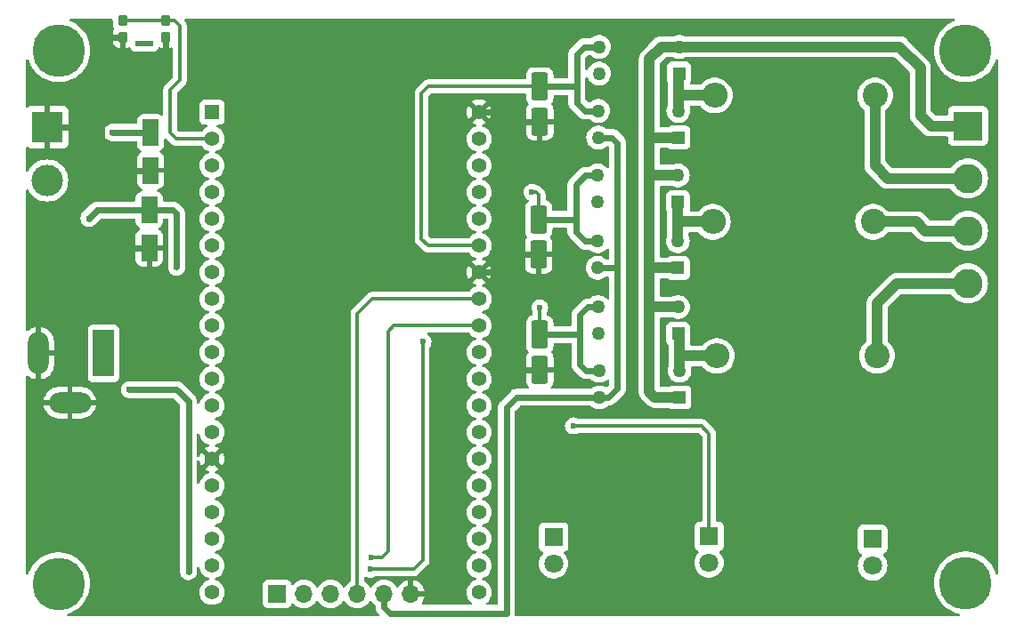
<source format=gbr>
%TF.GenerationSoftware,KiCad,Pcbnew,8.0.7*%
%TF.CreationDate,2025-06-01T16:35:15+09:00*%
%TF.ProjectId,ESP32 RST Monitoring,45535033-3220-4525-9354-204d6f6e6974,rev?*%
%TF.SameCoordinates,Original*%
%TF.FileFunction,Copper,L1,Top*%
%TF.FilePolarity,Positive*%
%FSLAX46Y46*%
G04 Gerber Fmt 4.6, Leading zero omitted, Abs format (unit mm)*
G04 Created by KiCad (PCBNEW 8.0.7) date 2025-06-01 16:35:15*
%MOMM*%
%LPD*%
G01*
G04 APERTURE LIST*
G04 Aperture macros list*
%AMRoundRect*
0 Rectangle with rounded corners*
0 $1 Rounding radius*
0 $2 $3 $4 $5 $6 $7 $8 $9 X,Y pos of 4 corners*
0 Add a 4 corners polygon primitive as box body*
4,1,4,$2,$3,$4,$5,$6,$7,$8,$9,$2,$3,0*
0 Add four circle primitives for the rounded corners*
1,1,$1+$1,$2,$3*
1,1,$1+$1,$4,$5*
1,1,$1+$1,$6,$7*
1,1,$1+$1,$8,$9*
0 Add four rect primitives between the rounded corners*
20,1,$1+$1,$2,$3,$4,$5,0*
20,1,$1+$1,$4,$5,$6,$7,0*
20,1,$1+$1,$6,$7,$8,$9,0*
20,1,$1+$1,$8,$9,$2,$3,0*%
G04 Aperture macros list end*
%TA.AperFunction,ComponentPad*%
%ADD10R,2.800000X2.800000*%
%TD*%
%TA.AperFunction,ComponentPad*%
%ADD11C,2.800000*%
%TD*%
%TA.AperFunction,ComponentPad*%
%ADD12R,1.260000X1.260000*%
%TD*%
%TA.AperFunction,ComponentPad*%
%ADD13C,1.260000*%
%TD*%
%TA.AperFunction,ComponentPad*%
%ADD14R,1.800000X1.800000*%
%TD*%
%TA.AperFunction,ComponentPad*%
%ADD15C,1.800000*%
%TD*%
%TA.AperFunction,SMDPad,CuDef*%
%ADD16RoundRect,0.250000X-0.550000X1.050000X-0.550000X-1.050000X0.550000X-1.050000X0.550000X1.050000X0*%
%TD*%
%TA.AperFunction,ComponentPad*%
%ADD17R,1.408000X1.408000*%
%TD*%
%TA.AperFunction,ComponentPad*%
%ADD18C,1.408000*%
%TD*%
%TA.AperFunction,SMDPad,CuDef*%
%ADD19RoundRect,0.250000X-0.550000X1.075000X-0.550000X-1.075000X0.550000X-1.075000X0.550000X1.075000X0*%
%TD*%
%TA.AperFunction,ComponentPad*%
%ADD20R,3.000000X3.000000*%
%TD*%
%TA.AperFunction,ComponentPad*%
%ADD21C,3.000000*%
%TD*%
%TA.AperFunction,ComponentPad*%
%ADD22C,2.400000*%
%TD*%
%TA.AperFunction,ComponentPad*%
%ADD23O,2.400000X2.400000*%
%TD*%
%TA.AperFunction,ComponentPad*%
%ADD24R,2.000000X4.500000*%
%TD*%
%TA.AperFunction,ComponentPad*%
%ADD25O,2.000000X4.000000*%
%TD*%
%TA.AperFunction,ComponentPad*%
%ADD26O,4.000000X2.000000*%
%TD*%
%TA.AperFunction,SMDPad,CuDef*%
%ADD27RoundRect,0.135000X0.315000X0.365000X-0.315000X0.365000X-0.315000X-0.365000X0.315000X-0.365000X0*%
%TD*%
%TA.AperFunction,SMDPad,CuDef*%
%ADD28RoundRect,0.082500X0.767500X0.192500X-0.767500X0.192500X-0.767500X-0.192500X0.767500X-0.192500X0*%
%TD*%
%TA.AperFunction,ComponentPad*%
%ADD29R,1.700000X1.700000*%
%TD*%
%TA.AperFunction,ComponentPad*%
%ADD30O,1.700000X1.700000*%
%TD*%
%TA.AperFunction,ViaPad*%
%ADD31C,5.000000*%
%TD*%
%TA.AperFunction,ViaPad*%
%ADD32C,0.600000*%
%TD*%
%TA.AperFunction,Conductor*%
%ADD33C,0.609600*%
%TD*%
%TA.AperFunction,Conductor*%
%ADD34C,1.000000*%
%TD*%
%TA.AperFunction,Conductor*%
%ADD35C,0.304800*%
%TD*%
G04 APERTURE END LIST*
D10*
%TO.P,J3,1,Pin_1*%
%TO.N,N*%
X197916800Y-71360000D03*
D11*
%TO.P,J3,2,Pin_2*%
%TO.N,T*%
X197916800Y-76360000D03*
%TO.P,J3,3,Pin_3*%
%TO.N,R*%
X197916800Y-81360000D03*
%TO.P,J3,4,Pin_4*%
%TO.N,S*%
X197916800Y-86360000D03*
%TD*%
D12*
%TO.P,Q1,1*%
%TO.N,Net-(Q1-Pad1)*%
X170354700Y-91161200D03*
D13*
%TO.P,Q1,2*%
%TO.N,N*%
X170354700Y-88621200D03*
%TO.P,Q1,3*%
%TO.N,S_signal*%
X162734700Y-88621200D03*
%TO.P,Q1,4*%
%TO.N,Net-(D3-K)*%
X162734700Y-91161200D03*
%TD*%
D14*
%TO.P,D2,1,K*%
%TO.N,Net-(D2-K)*%
X158521400Y-110515400D03*
D15*
%TO.P,D2,2,A*%
%TO.N,Net-(D2-A)*%
X158521400Y-113055400D03*
%TD*%
D16*
%TO.P,C2,1*%
%TO.N,+5V*%
X120192800Y-71987000D03*
%TO.P,C2,2*%
%TO.N,GND*%
X120192800Y-75587000D03*
%TD*%
D14*
%TO.P,D4,1,K*%
%TO.N,Net-(D4-K)*%
X188849000Y-110718600D03*
D15*
%TO.P,D4,2,A*%
%TO.N,Net-(D4-A)*%
X188849000Y-113258600D03*
%TD*%
D12*
%TO.P,Q4,1*%
%TO.N,N*%
X170329300Y-84886800D03*
D13*
%TO.P,Q4,2*%
%TO.N,Net-(Q2-Pad1)*%
X170329300Y-82346800D03*
%TO.P,Q4,3*%
%TO.N,R_signal*%
X162709300Y-82346800D03*
%TO.P,Q4,4*%
%TO.N,+5V*%
X162709300Y-84886800D03*
%TD*%
D12*
%TO.P,Q6,1*%
%TO.N,N*%
X170484800Y-97205800D03*
D13*
%TO.P,Q6,2*%
%TO.N,Net-(Q1-Pad1)*%
X170484800Y-94665800D03*
%TO.P,Q6,3*%
%TO.N,S_signal*%
X162864800Y-94665800D03*
%TO.P,Q6,4*%
%TO.N,+5V*%
X162864800Y-97205800D03*
%TD*%
D17*
%TO.P,U2,J2_1,3V3*%
%TO.N,+3.3V*%
X126034800Y-70053200D03*
D18*
%TO.P,U2,J2_2,EN*%
%TO.N,Net-(U2-EN)*%
X126034800Y-72593200D03*
%TO.P,U2,J2_3,SENSOR_VP*%
%TO.N,unconnected-(U2-SENSOR_VP-PadJ2_3)*%
X126034800Y-75133200D03*
%TO.P,U2,J2_4,SENSOR_VN*%
%TO.N,unconnected-(U2-SENSOR_VN-PadJ2_4)*%
X126034800Y-77673200D03*
%TO.P,U2,J2_5,IO34*%
%TO.N,unconnected-(U2-IO34-PadJ2_5)*%
X126034800Y-80213200D03*
%TO.P,U2,J2_6,IO35*%
%TO.N,unconnected-(U2-IO35-PadJ2_6)*%
X126034800Y-82753200D03*
%TO.P,U2,J2_7,IO32*%
%TO.N,unconnected-(U2-IO32-PadJ2_7)*%
X126034800Y-85293200D03*
%TO.P,U2,J2_8,IO33*%
%TO.N,unconnected-(U2-IO33-PadJ2_8)*%
X126034800Y-87833200D03*
%TO.P,U2,J2_9,IO25*%
%TO.N,unconnected-(U2-IO25-PadJ2_9)*%
X126034800Y-90373200D03*
%TO.P,U2,J2_10,IO26*%
%TO.N,unconnected-(U2-IO26-PadJ2_10)*%
X126034800Y-92913200D03*
%TO.P,U2,J2_11,IO27*%
%TO.N,unconnected-(U2-IO27-PadJ2_11)*%
X126034800Y-95453200D03*
%TO.P,U2,J2_12,IO14*%
%TO.N,unconnected-(U2-IO14-PadJ2_12)*%
X126034800Y-97993200D03*
%TO.P,U2,J2_13,IO12*%
%TO.N,unconnected-(U2-IO12-PadJ2_13)*%
X126034800Y-100533200D03*
%TO.P,U2,J2_14,GND_J2_14*%
%TO.N,GND*%
X126034800Y-103073200D03*
%TO.P,U2,J2_15,IO13*%
%TO.N,unconnected-(U2-IO13-PadJ2_15)*%
X126034800Y-105613200D03*
%TO.P,U2,J2_16,SD2*%
%TO.N,unconnected-(U2-SD2-PadJ2_16)*%
X126034800Y-108153200D03*
%TO.P,U2,J2_17,SD3*%
%TO.N,unconnected-(U2-SD3-PadJ2_17)*%
X126034800Y-110693200D03*
%TO.P,U2,J2_18,CMD*%
%TO.N,unconnected-(U2-CMD-PadJ2_18)*%
X126034800Y-113233200D03*
%TO.P,U2,J2_19,EXT_5V*%
%TO.N,+5V*%
X126034800Y-115773200D03*
%TO.P,U2,J3_1,GND_J3_1*%
%TO.N,GND*%
X151434800Y-70053200D03*
%TO.P,U2,J3_2,IO23*%
%TO.N,MOSI*%
X151434800Y-72593200D03*
%TO.P,U2,J3_3,IO22*%
%TO.N,unconnected-(U2-IO22-PadJ3_3)*%
X151434800Y-75133200D03*
%TO.P,U2,J3_4,TXD0*%
%TO.N,R_signal*%
X151434800Y-77673200D03*
%TO.P,U2,J3_5,RXD0*%
%TO.N,S_signal*%
X151434800Y-80213200D03*
%TO.P,U2,J3_6,IO21*%
%TO.N,T_signal*%
X151434800Y-82753200D03*
%TO.P,U2,J3_7,GND_J3_7*%
%TO.N,GND*%
X151434800Y-85293200D03*
%TO.P,U2,J3_8,IO19*%
%TO.N,MISO*%
X151434800Y-87833200D03*
%TO.P,U2,J3_9,IO18*%
%TO.N,SCK*%
X151434800Y-90373200D03*
%TO.P,U2,J3_10,IO5*%
%TO.N,unconnected-(U2-IO5-PadJ3_10)*%
X151434800Y-92913200D03*
%TO.P,U2,J3_11,IO17*%
%TO.N,unconnected-(U2-IO17-PadJ3_11)*%
X151434800Y-95453200D03*
%TO.P,U2,J3_12,IO16*%
%TO.N,unconnected-(U2-IO16-PadJ3_12)*%
X151434800Y-97993200D03*
%TO.P,U2,J3_13,IO4*%
%TO.N,unconnected-(U2-IO4-PadJ3_13)*%
X151434800Y-100533200D03*
%TO.P,U2,J3_14,IO0*%
%TO.N,unconnected-(U2-IO0-PadJ3_14)*%
X151434800Y-103073200D03*
%TO.P,U2,J3_15,IO2*%
%TO.N,unconnected-(U2-IO2-PadJ3_15)*%
X151434800Y-105613200D03*
%TO.P,U2,J3_16,IO15*%
%TO.N,unconnected-(U2-IO15-PadJ3_16)*%
X151434800Y-108153200D03*
%TO.P,U2,J3_17,SD1*%
%TO.N,unconnected-(U2-SD1-PadJ3_17)*%
X151434800Y-110693200D03*
%TO.P,U2,J3_18,SD0*%
%TO.N,unconnected-(U2-SD0-PadJ3_18)*%
X151434800Y-113233200D03*
%TO.P,U2,J3_19,CLK*%
%TO.N,unconnected-(U2-CLK-PadJ3_19)*%
X151434800Y-115773200D03*
%TD*%
D12*
%TO.P,Q3,1*%
%TO.N,Net-(Q3-Pad1)*%
X170456300Y-66369600D03*
D13*
%TO.P,Q3,2*%
%TO.N,N*%
X170456300Y-63829600D03*
%TO.P,Q3,3*%
%TO.N,T_signal*%
X162836300Y-63829600D03*
%TO.P,Q3,4*%
%TO.N,Net-(D4-K)*%
X162836300Y-66369600D03*
%TD*%
D19*
%TO.P,C5,1*%
%TO.N,S_signal*%
X157200600Y-91214200D03*
%TO.P,C5,2*%
%TO.N,GND*%
X157200600Y-94564200D03*
%TD*%
%TO.P,C4,1*%
%TO.N,R_signal*%
X157099000Y-80265400D03*
%TO.P,C4,2*%
%TO.N,GND*%
X157099000Y-83615400D03*
%TD*%
%TO.P,C6,1*%
%TO.N,T_signal*%
X157200600Y-67592200D03*
%TO.P,C6,2*%
%TO.N,GND*%
X157200600Y-70942200D03*
%TD*%
D16*
%TO.P,C1,1*%
%TO.N,Net-(D1-K)*%
X120065800Y-79356400D03*
%TO.P,C1,2*%
%TO.N,GND*%
X120065800Y-82956400D03*
%TD*%
D20*
%TO.P,J1,1,Pin_1*%
%TO.N,GND*%
X110363000Y-71475600D03*
D21*
%TO.P,J1,2,Pin_2*%
%TO.N,Power in*%
X110363000Y-76555600D03*
%TD*%
D22*
%TO.P,R3,1*%
%TO.N,S*%
X189280800Y-93268800D03*
D23*
%TO.P,R3,2*%
%TO.N,Net-(Q1-Pad1)*%
X174040800Y-93268800D03*
%TD*%
D22*
%TO.P,R4,1*%
%TO.N,T*%
X189077600Y-68453000D03*
D23*
%TO.P,R4,2*%
%TO.N,Net-(Q3-Pad1)*%
X173837600Y-68453000D03*
%TD*%
D24*
%TO.P,J2,1*%
%TO.N,Power in*%
X115724800Y-93014800D03*
D25*
%TO.P,J2,2*%
%TO.N,GND*%
X109524800Y-93014800D03*
D26*
%TO.P,J2,3*%
X112524800Y-97714800D03*
%TD*%
D22*
%TO.P,R2,1*%
%TO.N,R*%
X188899800Y-80492600D03*
D23*
%TO.P,R2,2*%
%TO.N,Net-(Q2-Pad1)*%
X173659800Y-80492600D03*
%TD*%
D12*
%TO.P,Q5,1*%
%TO.N,N*%
X170383200Y-72466200D03*
D13*
%TO.P,Q5,2*%
%TO.N,Net-(Q3-Pad1)*%
X170383200Y-69926200D03*
%TO.P,Q5,3*%
%TO.N,T_signal*%
X162763200Y-69926200D03*
%TO.P,Q5,4*%
%TO.N,+5V*%
X162763200Y-72466200D03*
%TD*%
D14*
%TO.P,D3,1,K*%
%TO.N,Net-(D3-K)*%
X173304200Y-110434200D03*
D15*
%TO.P,D3,2,A*%
%TO.N,Net-(D3-A)*%
X173304200Y-112974200D03*
%TD*%
D27*
%TO.P,SW1,1,1*%
%TO.N,GND*%
X121648800Y-62916400D03*
X117548800Y-62916400D03*
%TO.P,SW1,2,2*%
%TO.N,Net-(U2-EN)*%
X121648800Y-61316400D03*
X117548800Y-61316400D03*
D28*
%TO.P,SW1,SH,B*%
%TO.N,unconnected-(SW1-B-PadSH)*%
X119598800Y-63541400D03*
%TD*%
D12*
%TO.P,Q2,1*%
%TO.N,Net-(Q2-Pad1)*%
X170329300Y-78613000D03*
D13*
%TO.P,Q2,2*%
%TO.N,N*%
X170329300Y-76073000D03*
%TO.P,Q2,3*%
%TO.N,R_signal*%
X162709300Y-76073000D03*
%TO.P,Q2,4*%
%TO.N,Net-(D2-K)*%
X162709300Y-78613000D03*
%TD*%
D29*
%TO.P,J4,1,Pin_1*%
%TO.N,unconnected-(J4-Pin_1-Pad1)*%
X132232000Y-115931400D03*
D30*
%TO.P,J4,2,Pin_2*%
%TO.N,SCK*%
X134772000Y-115931400D03*
%TO.P,J4,3,Pin_3*%
%TO.N,MOSI*%
X137312000Y-115931400D03*
%TO.P,J4,4,Pin_4*%
%TO.N,MISO*%
X139852000Y-115931400D03*
%TO.P,J4,5,Pin_5*%
%TO.N,+5V*%
X142392000Y-115931400D03*
%TO.P,J4,6,Pin_6*%
%TO.N,GND*%
X144932000Y-115931400D03*
%TD*%
D31*
%TO.N,*%
X197688200Y-114884200D03*
X197688200Y-64185800D03*
X111455200Y-64185800D03*
X111429800Y-114960400D03*
D32*
%TO.N,+5V*%
X116513189Y-71986989D03*
X154025600Y-117762400D03*
X118160800Y-96469200D03*
X123799600Y-113817400D03*
%TO.N,Net-(D1-K)*%
X114325400Y-80162400D03*
X122656600Y-84810600D03*
%TO.N,MOSI*%
X146100800Y-91922600D03*
X141071600Y-113588800D03*
%TO.N,SCK*%
X141198600Y-112496600D03*
%TO.N,R_signal*%
X156464000Y-77673200D03*
%TO.N,S_signal*%
X157200600Y-88671384D03*
%TO.N,Net-(D3-K)*%
X160401000Y-99923600D03*
%TD*%
D33*
%TO.N,GND*%
X153771600Y-94157800D02*
X153771600Y-85293200D01*
X153771600Y-85293200D02*
X153771600Y-83616800D01*
X157200600Y-70942200D02*
X153797000Y-70942200D01*
X153773000Y-83615400D02*
X153771600Y-83616800D01*
X115519200Y-74472800D02*
X115519200Y-71450200D01*
X121648800Y-62916400D02*
X121648800Y-64533200D01*
X112598200Y-82372200D02*
X112598200Y-78562200D01*
X115522600Y-75587000D02*
X115519200Y-75590400D01*
X115112800Y-77825600D02*
X115519200Y-77419200D01*
X113334800Y-77825600D02*
X115112800Y-77825600D01*
X157200600Y-94564200D02*
X154178000Y-94564200D01*
X151434800Y-85293200D02*
X153771600Y-85293200D01*
X115493800Y-71475600D02*
X115519200Y-71450200D01*
X121648800Y-64533200D02*
X121158000Y-65024000D01*
X115519200Y-71450200D02*
X115519200Y-65024000D01*
X110363000Y-71475600D02*
X115493800Y-71475600D01*
X120192800Y-75587000D02*
X115522600Y-75587000D01*
X153771600Y-83616800D02*
X153771600Y-70967600D01*
X121158000Y-65024000D02*
X115519200Y-65024000D01*
X115519200Y-63677800D02*
X115519200Y-65024000D01*
X116280600Y-62916400D02*
X115519200Y-63677800D01*
X153187400Y-70053200D02*
X151434800Y-70053200D01*
X115519200Y-77419200D02*
X115519200Y-75590400D01*
X154178000Y-94564200D02*
X153771600Y-94157800D01*
X157099000Y-83615400D02*
X153773000Y-83615400D01*
X153771600Y-70637400D02*
X153187400Y-70053200D01*
X113182400Y-82956400D02*
X112598200Y-82372200D01*
X112598200Y-78562200D02*
X113334800Y-77825600D01*
X153771600Y-70967600D02*
X153771600Y-70637400D01*
X115519200Y-75590400D02*
X115519200Y-74472800D01*
X117548800Y-62916400D02*
X116280600Y-62916400D01*
X153797000Y-70942200D02*
X153771600Y-70967600D01*
X120065800Y-82956400D02*
X113182400Y-82956400D01*
%TO.N,+5V*%
X163728400Y-97205800D02*
X162864800Y-97205800D01*
X154025600Y-98171000D02*
X154990800Y-97205800D01*
X164566600Y-84886800D02*
X164592000Y-84861400D01*
X122682000Y-96469200D02*
X123799600Y-97586800D01*
X120192800Y-71987000D02*
X116513200Y-71987000D01*
X142392000Y-117203200D02*
X142951200Y-117762400D01*
X123799600Y-97586800D02*
X123799600Y-113817400D01*
X164592000Y-84861400D02*
X164592000Y-91211400D01*
X154025600Y-117762400D02*
X154025600Y-98171000D01*
X162709300Y-84886800D02*
X164566600Y-84886800D01*
X154990800Y-97205800D02*
X162864800Y-97205800D01*
X164592000Y-96342200D02*
X163728400Y-97205800D01*
X164592000Y-72974200D02*
X164592000Y-84861400D01*
X118160800Y-96469200D02*
X122682000Y-96469200D01*
X116513200Y-71987000D02*
X116513189Y-71986989D01*
X162763200Y-72466200D02*
X164084000Y-72466200D01*
X142951200Y-117762400D02*
X154025600Y-117762400D01*
X142392000Y-115931400D02*
X142392000Y-117203200D01*
X164084000Y-72466200D02*
X164592000Y-72974200D01*
X164592000Y-91211400D02*
X164592000Y-96342200D01*
%TO.N,Net-(D1-K)*%
X122682000Y-84785200D02*
X122656600Y-84810600D01*
X120065800Y-79356400D02*
X122307800Y-79356400D01*
X115131400Y-79356400D02*
X114325400Y-80162400D01*
X120065800Y-79356400D02*
X115131400Y-79356400D01*
X122682000Y-79730600D02*
X122682000Y-84785200D01*
X122307800Y-79356400D02*
X122682000Y-79730600D01*
D34*
%TO.N,R*%
X193014600Y-80492600D02*
X188899800Y-80492600D01*
X193882000Y-81360000D02*
X193014600Y-80492600D01*
X197916800Y-81360000D02*
X193882000Y-81360000D01*
%TO.N,T*%
X190279000Y-76360000D02*
X197916800Y-76360000D01*
X189077600Y-75158600D02*
X190279000Y-76360000D01*
X189077600Y-68453000D02*
X189077600Y-75158600D01*
%TO.N,N*%
X167614600Y-96672400D02*
X167614600Y-88493600D01*
X170329300Y-84886800D02*
X167640000Y-84886800D01*
X167640000Y-84886800D02*
X167614600Y-84861400D01*
X197916800Y-71360000D02*
X194397600Y-71360000D01*
X168148000Y-97205800D02*
X167614600Y-96672400D01*
X167614600Y-72466200D02*
X167614600Y-64998600D01*
X168783600Y-63829600D02*
X170456300Y-63829600D01*
X170484800Y-97205800D02*
X168148000Y-97205800D01*
X167614600Y-84861400D02*
X167614600Y-76123800D01*
X167665400Y-76073000D02*
X167614600Y-76123800D01*
X167614600Y-64998600D02*
X168783600Y-63829600D01*
X193395600Y-65836800D02*
X191388400Y-63829600D01*
X170329300Y-76073000D02*
X167665400Y-76073000D01*
X170354700Y-88621200D02*
X167742200Y-88621200D01*
X193395600Y-70358000D02*
X193395600Y-65836800D01*
X194397600Y-71360000D02*
X193395600Y-70358000D01*
X167742200Y-88621200D02*
X167614600Y-88493600D01*
X167614600Y-88493600D02*
X167614600Y-84861400D01*
X167614600Y-76123800D02*
X167614600Y-72466200D01*
X191388400Y-63829600D02*
X170456300Y-63829600D01*
X170383200Y-72466200D02*
X167614600Y-72466200D01*
%TO.N,S*%
X189280800Y-93268800D02*
X189280800Y-88239600D01*
X189280800Y-88239600D02*
X191160400Y-86360000D01*
X191160400Y-86360000D02*
X197916800Y-86360000D01*
%TO.N,Net-(Q1-Pad1)*%
X170484800Y-91291300D02*
X170354700Y-91161200D01*
X170484800Y-93192600D02*
X170484800Y-91291300D01*
X170484800Y-93192600D02*
X170561000Y-93268800D01*
X170484800Y-94665800D02*
X170484800Y-93192600D01*
X170561000Y-93268800D02*
X174040800Y-93268800D01*
%TO.N,Net-(Q2-Pad1)*%
X173659800Y-80492600D02*
X170405500Y-80492600D01*
X170329300Y-80568800D02*
X170329300Y-78613000D01*
X170329300Y-82346800D02*
X170329300Y-80568800D01*
X170405500Y-80492600D02*
X170329300Y-80568800D01*
%TO.N,Net-(Q3-Pad1)*%
X170383200Y-66442700D02*
X170456300Y-66369600D01*
X170408600Y-68453000D02*
X170383200Y-68427600D01*
X170383200Y-69926200D02*
X170383200Y-68427600D01*
X170383200Y-68427600D02*
X170383200Y-66442700D01*
X173837600Y-68453000D02*
X170408600Y-68453000D01*
D35*
%TO.N,Net-(U2-EN)*%
X126034800Y-72593200D02*
X122631200Y-72593200D01*
X122047000Y-72009000D02*
X122047000Y-67919600D01*
X117548800Y-61316400D02*
X121648800Y-61316400D01*
X122631200Y-72593200D02*
X122047000Y-72009000D01*
X122047000Y-67919600D02*
X122986800Y-66979800D01*
X122986800Y-66979800D02*
X122986800Y-61823600D01*
X122986800Y-61823600D02*
X122479600Y-61316400D01*
X122479600Y-61316400D02*
X121648800Y-61316400D01*
%TO.N,MOSI*%
X141071600Y-113588800D02*
X145211800Y-113588800D01*
X146075400Y-112725200D02*
X146075400Y-91948000D01*
X145211800Y-113588800D02*
X146075400Y-112725200D01*
X146075400Y-91948000D02*
X146100800Y-91922600D01*
%TO.N,MISO*%
X139852400Y-114427000D02*
X139852400Y-89255600D01*
X139852000Y-114427400D02*
X139852400Y-114427000D01*
X139852400Y-89255600D02*
X141274800Y-87833200D01*
X139852000Y-115931400D02*
X139852000Y-114427400D01*
X141274800Y-87833200D02*
X151434800Y-87833200D01*
%TO.N,SCK*%
X143332200Y-90373200D02*
X142773400Y-90932000D01*
X142773400Y-111887000D02*
X142163800Y-112496600D01*
X142163800Y-112496600D02*
X141198600Y-112496600D01*
X151434800Y-90373200D02*
X143332200Y-90373200D01*
X142773400Y-90932000D02*
X142773400Y-111887000D01*
D33*
%TO.N,R_signal*%
X160655000Y-76962000D02*
X160655000Y-80289400D01*
X160655000Y-80289400D02*
X160655000Y-81457800D01*
X160631000Y-80265400D02*
X160655000Y-80289400D01*
D35*
X157099000Y-77952600D02*
X156819600Y-77673200D01*
D33*
X160655000Y-81457800D02*
X161544000Y-82346800D01*
X157099000Y-80265400D02*
X160631000Y-80265400D01*
D35*
X157099000Y-80265400D02*
X157099000Y-77952600D01*
X156819600Y-77673200D02*
X156464000Y-77673200D01*
D33*
X162709300Y-76073000D02*
X161544000Y-76073000D01*
X161544000Y-82346800D02*
X162709300Y-82346800D01*
X161544000Y-76073000D02*
X160655000Y-76962000D01*
%TO.N,S_signal*%
X160906200Y-91214200D02*
X161010600Y-91109800D01*
X157200600Y-91214200D02*
X160906200Y-91214200D01*
X161010600Y-94081600D02*
X161594800Y-94665800D01*
X161772000Y-88621200D02*
X161010600Y-89382600D01*
X161594800Y-94665800D02*
X162864800Y-94665800D01*
D35*
X157200600Y-91214200D02*
X157200600Y-88671384D01*
D33*
X161010600Y-91109800D02*
X161010600Y-94081600D01*
X161010600Y-89382600D02*
X161010600Y-91109800D01*
X162734700Y-88621200D02*
X161772000Y-88621200D01*
%TO.N,T_signal*%
X161467800Y-69926200D02*
X160731200Y-69189600D01*
X157200600Y-67592200D02*
X160703000Y-67592200D01*
X162763200Y-69926200D02*
X161467800Y-69926200D01*
D35*
X157200600Y-67592200D02*
X146631400Y-67592200D01*
D33*
X160731200Y-69189600D02*
X160731200Y-67564000D01*
X160703000Y-67592200D02*
X160731200Y-67564000D01*
D35*
X145948400Y-68275200D02*
X145948400Y-82118200D01*
D33*
X160731200Y-64516000D02*
X161417600Y-63829600D01*
X161417600Y-63829600D02*
X162836300Y-63829600D01*
D35*
X146583400Y-82753200D02*
X151434800Y-82753200D01*
X145948400Y-82118200D02*
X146583400Y-82753200D01*
D33*
X160731200Y-67564000D02*
X160731200Y-64516000D01*
D35*
X146631400Y-67592200D02*
X145948400Y-68275200D01*
%TO.N,Net-(D3-K)*%
X173304200Y-100660200D02*
X173304200Y-110434200D01*
X160401000Y-99923600D02*
X172567600Y-99923600D01*
X172567600Y-99923600D02*
X173304200Y-100660200D01*
%TD*%
%TA.AperFunction,Conductor*%
%TO.N,GND*%
G36*
X116541339Y-61175385D02*
G01*
X116587094Y-61228189D01*
X116598300Y-61279700D01*
X116598300Y-61745568D01*
X116598301Y-61745593D01*
X116601135Y-61781604D01*
X116645929Y-61935788D01*
X116645931Y-61935794D01*
X116715702Y-62053770D01*
X116732885Y-62121494D01*
X116715702Y-62180011D01*
X116646395Y-62297204D01*
X116646392Y-62297211D01*
X116601633Y-62451270D01*
X116601632Y-62451276D01*
X116598800Y-62487264D01*
X116598800Y-62666400D01*
X117424800Y-62666400D01*
X117491839Y-62686085D01*
X117537594Y-62738889D01*
X117548800Y-62790400D01*
X117548800Y-62916400D01*
X117674800Y-62916400D01*
X117741839Y-62936085D01*
X117787594Y-62988889D01*
X117798800Y-63040400D01*
X117798800Y-63916400D01*
X117927920Y-63916400D01*
X117927935Y-63916399D01*
X117963923Y-63913567D01*
X117963929Y-63913566D01*
X118117988Y-63868807D01*
X118119534Y-63868139D01*
X118120850Y-63867976D01*
X118125485Y-63866630D01*
X118125702Y-63867377D01*
X118188877Y-63859575D01*
X118251842Y-63889860D01*
X118283349Y-63934484D01*
X118311585Y-64002651D01*
X118322050Y-64027916D01*
X118415499Y-64149701D01*
X118537284Y-64243150D01*
X118679106Y-64301894D01*
X118793086Y-64316900D01*
X118793093Y-64316900D01*
X120404507Y-64316900D01*
X120404514Y-64316900D01*
X120518494Y-64301894D01*
X120660316Y-64243150D01*
X120782101Y-64149701D01*
X120875550Y-64027916D01*
X120914251Y-63934480D01*
X120958090Y-63880081D01*
X121024384Y-63858015D01*
X121072008Y-63866997D01*
X121072115Y-63866630D01*
X121075918Y-63867735D01*
X121078071Y-63868141D01*
X121079611Y-63868808D01*
X121233670Y-63913566D01*
X121233676Y-63913567D01*
X121269664Y-63916399D01*
X121269680Y-63916400D01*
X121398800Y-63916400D01*
X121398800Y-63040400D01*
X121418485Y-62973361D01*
X121471289Y-62927606D01*
X121522800Y-62916400D01*
X121774800Y-62916400D01*
X121841839Y-62936085D01*
X121887594Y-62988889D01*
X121898800Y-63040400D01*
X121898800Y-63916400D01*
X122027920Y-63916400D01*
X122027935Y-63916399D01*
X122063923Y-63913567D01*
X122063929Y-63913566D01*
X122175305Y-63881208D01*
X122245174Y-63881407D01*
X122303844Y-63919349D01*
X122332688Y-63982987D01*
X122333900Y-64000284D01*
X122333900Y-66657996D01*
X122314215Y-66725035D01*
X122297581Y-66745677D01*
X121539863Y-67503394D01*
X121539860Y-67503397D01*
X121470228Y-67607611D01*
X121468409Y-67610332D01*
X121419191Y-67729155D01*
X121419189Y-67729161D01*
X121394100Y-67855292D01*
X121394100Y-70234769D01*
X121374415Y-70301808D01*
X121321611Y-70347563D01*
X121252453Y-70357507D01*
X121205004Y-70340308D01*
X121062140Y-70252189D01*
X121062135Y-70252187D01*
X121062134Y-70252186D01*
X120895597Y-70197001D01*
X120895595Y-70197000D01*
X120792810Y-70186500D01*
X119592798Y-70186500D01*
X119592781Y-70186501D01*
X119490003Y-70197000D01*
X119490000Y-70197001D01*
X119323468Y-70252185D01*
X119323463Y-70252187D01*
X119174142Y-70344289D01*
X119050089Y-70468342D01*
X118957987Y-70617663D01*
X118957985Y-70617668D01*
X118950635Y-70639849D01*
X118902801Y-70784203D01*
X118902801Y-70784204D01*
X118902800Y-70784204D01*
X118892300Y-70886983D01*
X118892300Y-71057700D01*
X118872615Y-71124739D01*
X118819811Y-71170494D01*
X118768300Y-71181700D01*
X116598749Y-71181700D01*
X116598506Y-71181688D01*
X116592504Y-71181688D01*
X116522495Y-71181688D01*
X116517794Y-71181424D01*
X116508584Y-71181424D01*
X116503883Y-71181688D01*
X116433872Y-71181688D01*
X116278297Y-71212634D01*
X116278287Y-71212637D01*
X116131740Y-71273338D01*
X116131738Y-71273339D01*
X115999840Y-71361471D01*
X115999836Y-71361474D01*
X115887674Y-71473636D01*
X115887671Y-71473640D01*
X115799539Y-71605538D01*
X115799538Y-71605540D01*
X115738837Y-71752087D01*
X115738834Y-71752097D01*
X115707888Y-71907671D01*
X115707888Y-71977685D01*
X115707624Y-71982392D01*
X115707624Y-71991594D01*
X115707888Y-71996296D01*
X115707888Y-72066304D01*
X115707888Y-72066306D01*
X115707887Y-72066306D01*
X115738834Y-72221880D01*
X115738837Y-72221890D01*
X115799538Y-72368437D01*
X115799539Y-72368439D01*
X115887672Y-72500339D01*
X115887681Y-72500348D01*
X115887682Y-72500349D01*
X115944687Y-72557354D01*
X115977655Y-72590322D01*
X115999852Y-72612519D01*
X116131740Y-72700644D01*
X116131744Y-72700646D01*
X116131747Y-72700648D01*
X116278303Y-72761354D01*
X116433880Y-72792300D01*
X116433884Y-72792301D01*
X116433885Y-72792301D01*
X116503979Y-72792301D01*
X116508483Y-72792554D01*
X116513189Y-72792554D01*
X116517895Y-72792554D01*
X116522399Y-72792301D01*
X116598630Y-72792301D01*
X116598650Y-72792300D01*
X118768301Y-72792300D01*
X118835340Y-72811985D01*
X118881095Y-72864789D01*
X118892301Y-72916300D01*
X118892301Y-73087018D01*
X118902800Y-73189796D01*
X118902801Y-73189799D01*
X118957985Y-73356331D01*
X118957987Y-73356336D01*
X118982144Y-73395500D01*
X119041315Y-73491433D01*
X119050089Y-73505657D01*
X119174144Y-73629712D01*
X119258518Y-73681754D01*
X119305243Y-73733702D01*
X119316466Y-73802664D01*
X119288622Y-73866747D01*
X119258520Y-73892831D01*
X119174456Y-73944682D01*
X119050484Y-74068654D01*
X118958443Y-74217875D01*
X118958441Y-74217880D01*
X118903294Y-74384302D01*
X118903293Y-74384309D01*
X118892800Y-74487013D01*
X118892800Y-75337000D01*
X121492799Y-75337000D01*
X121492799Y-74487028D01*
X121492798Y-74487013D01*
X121482305Y-74384302D01*
X121427158Y-74217880D01*
X121427156Y-74217875D01*
X121335115Y-74068654D01*
X121211144Y-73944683D01*
X121211140Y-73944680D01*
X121127080Y-73892831D01*
X121080355Y-73840883D01*
X121069134Y-73771921D01*
X121096977Y-73707839D01*
X121127078Y-73681756D01*
X121211456Y-73629712D01*
X121335512Y-73505656D01*
X121427614Y-73356334D01*
X121482799Y-73189797D01*
X121493300Y-73087009D01*
X121493299Y-72678001D01*
X121512983Y-72610964D01*
X121565787Y-72565209D01*
X121634946Y-72555265D01*
X121698502Y-72584290D01*
X121704980Y-72590322D01*
X122214997Y-73100338D01*
X122214998Y-73100339D01*
X122215001Y-73100341D01*
X122321937Y-73171793D01*
X122387882Y-73199108D01*
X122387883Y-73199108D01*
X122387884Y-73199109D01*
X122432750Y-73217693D01*
X122440756Y-73221009D01*
X122440760Y-73221009D01*
X122440761Y-73221010D01*
X122566892Y-73246100D01*
X122566895Y-73246100D01*
X122695505Y-73246100D01*
X124956736Y-73246100D01*
X125023775Y-73265785D01*
X125055690Y-73295373D01*
X125140850Y-73408143D01*
X125305817Y-73558530D01*
X125305824Y-73558534D01*
X125305825Y-73558535D01*
X125495604Y-73676041D01*
X125495605Y-73676041D01*
X125495608Y-73676043D01*
X125680252Y-73747574D01*
X125735651Y-73790146D01*
X125759242Y-73855913D01*
X125743531Y-73923993D01*
X125693507Y-73972772D01*
X125680261Y-73978821D01*
X125537016Y-74034315D01*
X125495610Y-74050356D01*
X125495604Y-74050358D01*
X125305825Y-74167864D01*
X125305815Y-74167871D01*
X125140851Y-74318255D01*
X125006326Y-74496395D01*
X124906826Y-74696218D01*
X124906823Y-74696224D01*
X124845737Y-74910923D01*
X124845736Y-74910926D01*
X124825140Y-75133199D01*
X124825140Y-75133200D01*
X124845736Y-75355473D01*
X124845737Y-75355476D01*
X124906823Y-75570175D01*
X124906826Y-75570181D01*
X124985746Y-75728674D01*
X125006326Y-75770004D01*
X125140850Y-75948143D01*
X125305817Y-76098530D01*
X125305824Y-76098534D01*
X125305825Y-76098535D01*
X125495604Y-76216041D01*
X125495605Y-76216041D01*
X125495608Y-76216043D01*
X125680252Y-76287574D01*
X125735651Y-76330146D01*
X125759242Y-76395913D01*
X125743531Y-76463993D01*
X125693507Y-76512772D01*
X125680261Y-76518821D01*
X125537016Y-76574315D01*
X125495610Y-76590356D01*
X125495604Y-76590358D01*
X125305825Y-76707864D01*
X125305815Y-76707871D01*
X125140851Y-76858255D01*
X125006326Y-77036395D01*
X124906826Y-77236218D01*
X124906823Y-77236224D01*
X124845737Y-77450923D01*
X124845736Y-77450926D01*
X124825140Y-77673199D01*
X124825140Y-77673200D01*
X124845736Y-77895473D01*
X124845737Y-77895476D01*
X124906823Y-78110175D01*
X124906826Y-78110181D01*
X124985746Y-78268674D01*
X125006326Y-78310004D01*
X125140850Y-78488143D01*
X125305817Y-78638530D01*
X125305824Y-78638534D01*
X125305825Y-78638535D01*
X125495604Y-78756041D01*
X125495605Y-78756041D01*
X125495608Y-78756043D01*
X125680252Y-78827574D01*
X125735651Y-78870146D01*
X125759242Y-78935913D01*
X125743531Y-79003993D01*
X125693507Y-79052772D01*
X125680261Y-79058821D01*
X125540788Y-79112854D01*
X125495610Y-79130356D01*
X125495604Y-79130358D01*
X125305825Y-79247864D01*
X125305815Y-79247871D01*
X125140851Y-79398255D01*
X125006326Y-79576395D01*
X124906826Y-79776218D01*
X124906823Y-79776224D01*
X124845737Y-79990923D01*
X124845736Y-79990926D01*
X124825140Y-80213199D01*
X124825140Y-80213200D01*
X124845736Y-80435473D01*
X124845737Y-80435476D01*
X124906823Y-80650175D01*
X124906826Y-80650181D01*
X124992979Y-80823199D01*
X125006326Y-80850004D01*
X125140850Y-81028143D01*
X125305817Y-81178530D01*
X125305824Y-81178534D01*
X125305825Y-81178535D01*
X125495604Y-81296041D01*
X125495605Y-81296041D01*
X125495608Y-81296043D01*
X125680252Y-81367574D01*
X125735651Y-81410146D01*
X125759242Y-81475913D01*
X125743531Y-81543993D01*
X125693507Y-81592772D01*
X125680261Y-81598821D01*
X125541764Y-81652476D01*
X125495610Y-81670356D01*
X125495604Y-81670358D01*
X125305825Y-81787864D01*
X125305815Y-81787871D01*
X125140851Y-81938255D01*
X125006326Y-82116395D01*
X124906826Y-82316218D01*
X124906823Y-82316224D01*
X124845737Y-82530923D01*
X124845736Y-82530926D01*
X124825140Y-82753199D01*
X124825140Y-82753200D01*
X124845736Y-82975473D01*
X124845737Y-82975476D01*
X124906823Y-83190175D01*
X124906826Y-83190181D01*
X124990941Y-83359106D01*
X125006326Y-83390004D01*
X125140850Y-83568143D01*
X125305817Y-83718530D01*
X125305824Y-83718534D01*
X125305825Y-83718535D01*
X125495604Y-83836041D01*
X125495605Y-83836041D01*
X125495608Y-83836043D01*
X125680252Y-83907574D01*
X125735651Y-83950146D01*
X125759242Y-84015913D01*
X125743531Y-84083993D01*
X125693507Y-84132772D01*
X125680261Y-84138821D01*
X125537016Y-84194315D01*
X125495610Y-84210356D01*
X125495604Y-84210358D01*
X125305825Y-84327864D01*
X125305815Y-84327871D01*
X125140851Y-84478255D01*
X125006326Y-84656395D01*
X124906826Y-84856218D01*
X124906823Y-84856224D01*
X124845737Y-85070923D01*
X124845736Y-85070926D01*
X124825140Y-85293199D01*
X124825140Y-85293200D01*
X124845736Y-85515473D01*
X124845737Y-85515476D01*
X124906823Y-85730175D01*
X124906826Y-85730181D01*
X124953147Y-85823206D01*
X125006326Y-85930004D01*
X125140850Y-86108143D01*
X125305817Y-86258530D01*
X125305824Y-86258534D01*
X125305825Y-86258535D01*
X125495604Y-86376041D01*
X125495605Y-86376041D01*
X125495608Y-86376043D01*
X125680252Y-86447574D01*
X125735651Y-86490146D01*
X125759242Y-86555913D01*
X125743531Y-86623993D01*
X125693507Y-86672772D01*
X125680261Y-86678821D01*
X125537016Y-86734315D01*
X125495610Y-86750356D01*
X125495604Y-86750358D01*
X125305825Y-86867864D01*
X125305815Y-86867871D01*
X125140851Y-87018255D01*
X125006326Y-87196395D01*
X124906826Y-87396218D01*
X124906823Y-87396224D01*
X124845737Y-87610923D01*
X124845736Y-87610926D01*
X124825140Y-87833199D01*
X124825140Y-87833200D01*
X124845736Y-88055473D01*
X124845737Y-88055476D01*
X124906823Y-88270175D01*
X124906826Y-88270180D01*
X125006326Y-88470004D01*
X125133449Y-88638343D01*
X125140851Y-88648144D01*
X125195839Y-88698272D01*
X125305817Y-88798530D01*
X125305824Y-88798534D01*
X125305825Y-88798535D01*
X125495604Y-88916041D01*
X125495605Y-88916041D01*
X125495608Y-88916043D01*
X125680252Y-88987574D01*
X125735651Y-89030146D01*
X125759242Y-89095913D01*
X125743531Y-89163993D01*
X125693507Y-89212772D01*
X125680261Y-89218821D01*
X125537016Y-89274315D01*
X125495610Y-89290356D01*
X125495604Y-89290358D01*
X125305825Y-89407864D01*
X125305815Y-89407871D01*
X125140851Y-89558255D01*
X125006326Y-89736395D01*
X124906826Y-89936218D01*
X124906823Y-89936224D01*
X124845737Y-90150923D01*
X124845736Y-90150926D01*
X124825140Y-90373199D01*
X124825140Y-90373200D01*
X124845736Y-90595473D01*
X124845737Y-90595476D01*
X124906823Y-90810175D01*
X124906826Y-90810181D01*
X124941417Y-90879649D01*
X125006326Y-91010004D01*
X125099740Y-91133705D01*
X125140851Y-91188144D01*
X125150358Y-91196811D01*
X125305817Y-91338530D01*
X125305824Y-91338534D01*
X125305825Y-91338535D01*
X125495604Y-91456041D01*
X125495605Y-91456041D01*
X125495608Y-91456043D01*
X125680252Y-91527574D01*
X125735651Y-91570146D01*
X125759242Y-91635913D01*
X125743531Y-91703993D01*
X125693507Y-91752772D01*
X125680261Y-91758821D01*
X125594632Y-91791995D01*
X125495610Y-91830356D01*
X125495604Y-91830358D01*
X125305825Y-91947864D01*
X125305815Y-91947871D01*
X125140851Y-92098255D01*
X125006326Y-92276395D01*
X124906826Y-92476218D01*
X124906823Y-92476224D01*
X124845737Y-92690923D01*
X124845736Y-92690926D01*
X124825140Y-92913199D01*
X124825140Y-92913200D01*
X124845736Y-93135473D01*
X124845737Y-93135476D01*
X124906823Y-93350175D01*
X124906826Y-93350180D01*
X125006326Y-93550004D01*
X125140850Y-93728143D01*
X125305817Y-93878530D01*
X125305824Y-93878534D01*
X125305825Y-93878535D01*
X125495604Y-93996041D01*
X125495605Y-93996041D01*
X125495608Y-93996043D01*
X125680252Y-94067574D01*
X125735651Y-94110146D01*
X125759242Y-94175913D01*
X125743531Y-94243993D01*
X125693507Y-94292772D01*
X125680261Y-94298821D01*
X125537016Y-94354315D01*
X125495610Y-94370356D01*
X125495604Y-94370358D01*
X125305825Y-94487864D01*
X125305815Y-94487871D01*
X125140851Y-94638255D01*
X125006326Y-94816395D01*
X124906826Y-95016218D01*
X124906823Y-95016224D01*
X124845737Y-95230923D01*
X124845736Y-95230926D01*
X124825140Y-95453199D01*
X124825140Y-95453200D01*
X124845736Y-95675473D01*
X124845737Y-95675476D01*
X124906823Y-95890175D01*
X124906826Y-95890181D01*
X124965809Y-96008634D01*
X125006326Y-96090004D01*
X125140850Y-96268143D01*
X125305817Y-96418530D01*
X125305824Y-96418534D01*
X125305825Y-96418535D01*
X125495604Y-96536041D01*
X125495605Y-96536041D01*
X125495608Y-96536043D01*
X125680252Y-96607574D01*
X125735651Y-96650146D01*
X125759242Y-96715913D01*
X125743531Y-96783993D01*
X125693507Y-96832772D01*
X125680261Y-96838821D01*
X125537016Y-96894315D01*
X125495610Y-96910356D01*
X125495604Y-96910358D01*
X125305825Y-97027864D01*
X125305815Y-97027871D01*
X125140851Y-97178255D01*
X125006326Y-97356395D01*
X124906826Y-97556218D01*
X124906823Y-97556224D01*
X124848166Y-97762388D01*
X124810887Y-97821481D01*
X124747578Y-97851039D01*
X124678338Y-97841677D01*
X124625152Y-97796368D01*
X124604904Y-97729496D01*
X124604900Y-97728454D01*
X124604900Y-97672249D01*
X124604901Y-97672228D01*
X124604901Y-97507481D01*
X124573954Y-97351908D01*
X124573953Y-97351907D01*
X124573953Y-97351903D01*
X124541892Y-97274500D01*
X124513251Y-97205353D01*
X124513244Y-97205340D01*
X124425118Y-97073451D01*
X124425115Y-97073447D01*
X124309853Y-96958185D01*
X124309822Y-96958156D01*
X123311858Y-95960192D01*
X123311838Y-95960170D01*
X123195352Y-95843684D01*
X123195348Y-95843681D01*
X123063459Y-95755555D01*
X123063446Y-95755548D01*
X122916901Y-95694848D01*
X122916891Y-95694845D01*
X122761317Y-95663899D01*
X122761315Y-95663899D01*
X122602685Y-95663899D01*
X122596571Y-95663899D01*
X122596551Y-95663900D01*
X118170115Y-95663900D01*
X118165396Y-95663635D01*
X118156204Y-95663635D01*
X118151485Y-95663900D01*
X118081480Y-95663900D01*
X117925910Y-95694844D01*
X117925901Y-95694847D01*
X117779353Y-95755548D01*
X117779340Y-95755555D01*
X117647451Y-95843681D01*
X117647447Y-95843684D01*
X117535284Y-95955847D01*
X117535281Y-95955851D01*
X117447155Y-96087740D01*
X117447148Y-96087753D01*
X117386447Y-96234301D01*
X117386444Y-96234310D01*
X117355500Y-96389880D01*
X117355500Y-96459886D01*
X117355235Y-96464602D01*
X117355235Y-96473800D01*
X117355500Y-96478519D01*
X117355500Y-96548519D01*
X117386444Y-96704089D01*
X117386447Y-96704098D01*
X117447148Y-96850646D01*
X117447155Y-96850659D01*
X117535281Y-96982548D01*
X117535284Y-96982552D01*
X117647447Y-97094715D01*
X117647451Y-97094718D01*
X117779340Y-97182844D01*
X117779353Y-97182851D01*
X117889264Y-97228376D01*
X117925903Y-97243553D01*
X117925905Y-97243553D01*
X117925910Y-97243555D01*
X118081480Y-97274499D01*
X118081484Y-97274500D01*
X118081485Y-97274500D01*
X118151485Y-97274500D01*
X118156204Y-97274765D01*
X118160800Y-97274765D01*
X118165396Y-97274765D01*
X118170115Y-97274500D01*
X122297072Y-97274500D01*
X122364111Y-97294185D01*
X122384753Y-97310819D01*
X122957981Y-97884047D01*
X122991466Y-97945370D01*
X122994300Y-97971728D01*
X122994300Y-113808086D01*
X122994035Y-113812802D01*
X122994035Y-113822000D01*
X122994300Y-113826719D01*
X122994300Y-113896719D01*
X123025244Y-114052289D01*
X123025247Y-114052298D01*
X123085948Y-114198846D01*
X123085955Y-114198859D01*
X123174081Y-114330748D01*
X123174084Y-114330752D01*
X123286247Y-114442915D01*
X123286251Y-114442918D01*
X123418140Y-114531044D01*
X123418153Y-114531051D01*
X123526046Y-114575741D01*
X123564703Y-114591753D01*
X123564705Y-114591753D01*
X123564710Y-114591755D01*
X123720280Y-114622699D01*
X123720284Y-114622700D01*
X123720285Y-114622700D01*
X123790285Y-114622700D01*
X123795004Y-114622965D01*
X123799600Y-114622965D01*
X123804196Y-114622965D01*
X123808915Y-114622700D01*
X123878916Y-114622700D01*
X123878917Y-114622699D01*
X123935418Y-114611461D01*
X124034489Y-114591755D01*
X124034492Y-114591753D01*
X124034497Y-114591753D01*
X124181053Y-114531048D01*
X124312949Y-114442918D01*
X124425118Y-114330749D01*
X124513248Y-114198853D01*
X124573953Y-114052297D01*
X124574780Y-114048143D01*
X124604899Y-113896719D01*
X124604900Y-113896716D01*
X124604900Y-113826719D01*
X124605165Y-113822000D01*
X124605165Y-113812802D01*
X124604900Y-113808086D01*
X124604900Y-113497945D01*
X124624585Y-113430906D01*
X124677389Y-113385151D01*
X124746547Y-113375207D01*
X124810103Y-113404232D01*
X124847877Y-113463010D01*
X124848110Y-113463814D01*
X124899107Y-113643049D01*
X124906827Y-113670183D01*
X124933749Y-113724249D01*
X125006326Y-113870004D01*
X125140850Y-114048143D01*
X125305817Y-114198530D01*
X125305824Y-114198534D01*
X125305825Y-114198535D01*
X125495604Y-114316041D01*
X125495605Y-114316041D01*
X125495608Y-114316043D01*
X125680252Y-114387574D01*
X125735651Y-114430146D01*
X125759242Y-114495913D01*
X125743531Y-114563993D01*
X125693507Y-114612772D01*
X125680261Y-114618821D01*
X125576292Y-114659100D01*
X125495610Y-114690356D01*
X125495604Y-114690358D01*
X125305825Y-114807864D01*
X125305815Y-114807871D01*
X125140851Y-114958255D01*
X125006326Y-115136395D01*
X124906826Y-115336218D01*
X124906823Y-115336224D01*
X124845737Y-115550923D01*
X124845736Y-115550926D01*
X124825140Y-115773199D01*
X124825140Y-115773200D01*
X124845736Y-115995473D01*
X124845737Y-115995476D01*
X124906823Y-116210175D01*
X124906826Y-116210181D01*
X124967235Y-116331499D01*
X125006326Y-116410004D01*
X125131728Y-116576064D01*
X125140851Y-116588144D01*
X125167017Y-116611997D01*
X125305817Y-116738530D01*
X125305824Y-116738534D01*
X125305825Y-116738535D01*
X125495604Y-116856041D01*
X125495605Y-116856041D01*
X125495608Y-116856043D01*
X125703761Y-116936682D01*
X125923187Y-116977700D01*
X125923189Y-116977700D01*
X126146411Y-116977700D01*
X126146413Y-116977700D01*
X126365839Y-116936682D01*
X126573992Y-116856043D01*
X126763783Y-116738530D01*
X126928750Y-116588143D01*
X127063274Y-116410004D01*
X127162774Y-116210180D01*
X127162774Y-116210177D01*
X127162776Y-116210175D01*
X127197754Y-116087236D01*
X127223863Y-115995474D01*
X127244460Y-115773200D01*
X127223863Y-115550926D01*
X127199550Y-115465475D01*
X127162776Y-115336224D01*
X127162773Y-115336218D01*
X127142935Y-115296377D01*
X127063274Y-115136396D01*
X126928750Y-114958257D01*
X126847516Y-114884203D01*
X126763784Y-114807871D01*
X126763774Y-114807864D01*
X126573995Y-114690358D01*
X126573986Y-114690354D01*
X126488230Y-114657132D01*
X126389347Y-114618825D01*
X126333948Y-114576254D01*
X126310357Y-114510488D01*
X126326068Y-114442407D01*
X126376092Y-114393628D01*
X126389338Y-114387578D01*
X126573992Y-114316043D01*
X126763783Y-114198530D01*
X126928750Y-114048143D01*
X127063274Y-113870004D01*
X127162774Y-113670180D01*
X127162774Y-113670177D01*
X127162776Y-113670175D01*
X127211779Y-113497945D01*
X127223863Y-113455474D01*
X127244460Y-113233200D01*
X127235953Y-113141401D01*
X127223863Y-113010926D01*
X127223862Y-113010923D01*
X127162776Y-112796224D01*
X127162773Y-112796218D01*
X127136219Y-112742891D01*
X127063274Y-112596396D01*
X126928750Y-112418257D01*
X126862089Y-112357488D01*
X126790787Y-112292487D01*
X126763783Y-112267870D01*
X126763779Y-112267867D01*
X126763774Y-112267864D01*
X126573995Y-112150358D01*
X126573986Y-112150354D01*
X126456659Y-112104902D01*
X126389347Y-112078825D01*
X126333948Y-112036254D01*
X126310357Y-111970488D01*
X126326068Y-111902407D01*
X126376092Y-111853628D01*
X126389338Y-111847578D01*
X126573992Y-111776043D01*
X126763783Y-111658530D01*
X126928750Y-111508143D01*
X127063274Y-111330004D01*
X127162774Y-111130180D01*
X127162774Y-111130177D01*
X127162776Y-111130175D01*
X127221434Y-110924011D01*
X127223863Y-110915474D01*
X127244460Y-110693200D01*
X127223863Y-110470926D01*
X127211779Y-110428454D01*
X127162776Y-110256224D01*
X127162773Y-110256218D01*
X127063274Y-110056396D01*
X126928750Y-109878257D01*
X126763783Y-109727870D01*
X126763779Y-109727867D01*
X126763774Y-109727864D01*
X126573995Y-109610358D01*
X126573986Y-109610354D01*
X126485988Y-109576264D01*
X126389347Y-109538825D01*
X126333948Y-109496254D01*
X126310357Y-109430488D01*
X126326068Y-109362407D01*
X126376092Y-109313628D01*
X126389338Y-109307578D01*
X126573992Y-109236043D01*
X126763783Y-109118530D01*
X126928750Y-108968143D01*
X127063274Y-108790004D01*
X127162774Y-108590180D01*
X127162774Y-108590177D01*
X127162776Y-108590175D01*
X127221434Y-108384011D01*
X127223863Y-108375474D01*
X127244460Y-108153200D01*
X127223863Y-107930926D01*
X127211779Y-107888454D01*
X127162776Y-107716224D01*
X127162773Y-107716218D01*
X127063274Y-107516396D01*
X126928750Y-107338257D01*
X126763783Y-107187870D01*
X126763779Y-107187867D01*
X126763774Y-107187864D01*
X126573995Y-107070358D01*
X126573986Y-107070354D01*
X126488230Y-107037132D01*
X126389347Y-106998825D01*
X126333948Y-106956254D01*
X126310357Y-106890488D01*
X126326068Y-106822407D01*
X126376092Y-106773628D01*
X126389338Y-106767578D01*
X126573992Y-106696043D01*
X126763783Y-106578530D01*
X126928750Y-106428143D01*
X127063274Y-106250004D01*
X127162774Y-106050180D01*
X127162774Y-106050177D01*
X127162776Y-106050175D01*
X127221434Y-105844011D01*
X127223863Y-105835474D01*
X127244460Y-105613200D01*
X127223863Y-105390926D01*
X127211779Y-105348454D01*
X127162776Y-105176224D01*
X127162773Y-105176218D01*
X127063274Y-104976396D01*
X126928750Y-104798257D01*
X126763783Y-104647870D01*
X126763779Y-104647867D01*
X126763774Y-104647864D01*
X126573995Y-104530358D01*
X126573989Y-104530356D01*
X126388655Y-104458557D01*
X126333257Y-104415986D01*
X126309666Y-104350219D01*
X126325377Y-104282139D01*
X126375401Y-104233360D01*
X126388659Y-104227305D01*
X126573764Y-104155595D01*
X126573768Y-104155593D01*
X126691033Y-104082985D01*
X126123385Y-103515337D01*
X126208494Y-103492533D01*
X126311106Y-103433290D01*
X126394890Y-103349506D01*
X126454133Y-103246894D01*
X126476938Y-103161785D01*
X127046516Y-103731363D01*
X127062846Y-103709741D01*
X127162301Y-103510008D01*
X127162306Y-103509995D01*
X127223370Y-103295381D01*
X127243958Y-103073200D01*
X127243958Y-103073199D01*
X127223370Y-102851018D01*
X127162306Y-102636404D01*
X127162301Y-102636391D01*
X127062844Y-102436655D01*
X127046517Y-102415034D01*
X127046516Y-102415034D01*
X126476937Y-102984613D01*
X126454133Y-102899506D01*
X126394890Y-102796894D01*
X126311106Y-102713110D01*
X126208494Y-102653867D01*
X126123384Y-102631061D01*
X126691033Y-102063413D01*
X126691032Y-102063412D01*
X126573771Y-101990807D01*
X126573765Y-101990804D01*
X126388658Y-101919094D01*
X126333256Y-101876521D01*
X126309666Y-101810754D01*
X126325377Y-101742674D01*
X126375401Y-101693895D01*
X126388637Y-101687849D01*
X126573992Y-101616043D01*
X126763783Y-101498530D01*
X126928750Y-101348143D01*
X127063274Y-101170004D01*
X127162774Y-100970180D01*
X127162774Y-100970177D01*
X127162776Y-100970175D01*
X127221434Y-100764011D01*
X127223863Y-100755474D01*
X127244460Y-100533200D01*
X127223863Y-100310926D01*
X127204821Y-100244001D01*
X127162776Y-100096224D01*
X127162773Y-100096218D01*
X127076821Y-99923603D01*
X127063274Y-99896396D01*
X126928750Y-99718257D01*
X126763783Y-99567870D01*
X126763779Y-99567867D01*
X126763774Y-99567864D01*
X126573995Y-99450358D01*
X126573986Y-99450354D01*
X126486491Y-99416459D01*
X126389347Y-99378825D01*
X126333948Y-99336254D01*
X126310357Y-99270488D01*
X126326068Y-99202407D01*
X126376092Y-99153628D01*
X126389338Y-99147578D01*
X126573992Y-99076043D01*
X126763783Y-98958530D01*
X126928750Y-98808143D01*
X127063274Y-98630004D01*
X127162774Y-98430180D01*
X127162774Y-98430177D01*
X127162776Y-98430175D01*
X127205619Y-98279595D01*
X127223863Y-98215474D01*
X127244460Y-97993200D01*
X127239834Y-97943283D01*
X127223863Y-97770926D01*
X127223862Y-97770923D01*
X127162776Y-97556224D01*
X127162773Y-97556218D01*
X127109653Y-97449539D01*
X127063274Y-97356396D01*
X126928750Y-97178257D01*
X126893702Y-97146307D01*
X126763784Y-97027871D01*
X126763774Y-97027864D01*
X126573995Y-96910358D01*
X126573986Y-96910354D01*
X126488230Y-96877132D01*
X126389347Y-96838825D01*
X126333948Y-96796254D01*
X126310357Y-96730488D01*
X126326068Y-96662407D01*
X126376092Y-96613628D01*
X126389338Y-96607578D01*
X126541798Y-96548515D01*
X126573990Y-96536044D01*
X126573994Y-96536042D01*
X126763783Y-96418530D01*
X126928750Y-96268143D01*
X127063274Y-96090004D01*
X127162774Y-95890180D01*
X127162774Y-95890177D01*
X127162776Y-95890175D01*
X127201080Y-95755548D01*
X127223863Y-95675474D01*
X127244460Y-95453200D01*
X127239984Y-95404902D01*
X127223863Y-95230926D01*
X127223862Y-95230923D01*
X127162776Y-95016224D01*
X127162773Y-95016218D01*
X127139410Y-94969299D01*
X127063274Y-94816396D01*
X126928750Y-94638257D01*
X126763783Y-94487870D01*
X126763779Y-94487867D01*
X126763774Y-94487864D01*
X126573995Y-94370358D01*
X126573986Y-94370354D01*
X126488230Y-94337132D01*
X126389347Y-94298825D01*
X126333948Y-94256254D01*
X126310357Y-94190488D01*
X126326068Y-94122407D01*
X126376092Y-94073628D01*
X126389338Y-94067578D01*
X126573992Y-93996043D01*
X126763783Y-93878530D01*
X126928750Y-93728143D01*
X127063274Y-93550004D01*
X127162774Y-93350180D01*
X127162774Y-93350177D01*
X127162776Y-93350175D01*
X127197754Y-93227236D01*
X127223863Y-93135474D01*
X127244460Y-92913200D01*
X127223863Y-92690926D01*
X127200420Y-92608531D01*
X127162776Y-92476224D01*
X127162773Y-92476218D01*
X127145733Y-92441997D01*
X127063274Y-92276396D01*
X126928750Y-92098257D01*
X126894709Y-92067225D01*
X126763784Y-91947871D01*
X126763774Y-91947864D01*
X126573995Y-91830358D01*
X126573986Y-91830354D01*
X126474955Y-91791990D01*
X126389347Y-91758825D01*
X126333948Y-91716254D01*
X126310357Y-91650488D01*
X126326068Y-91582407D01*
X126376092Y-91533628D01*
X126389338Y-91527578D01*
X126573992Y-91456043D01*
X126763783Y-91338530D01*
X126928750Y-91188143D01*
X127063274Y-91010004D01*
X127162774Y-90810180D01*
X127162774Y-90810177D01*
X127162776Y-90810175D01*
X127215548Y-90624697D01*
X127223863Y-90595474D01*
X127244460Y-90373200D01*
X127239623Y-90321006D01*
X127223863Y-90150926D01*
X127223862Y-90150923D01*
X127162776Y-89936224D01*
X127162773Y-89936218D01*
X127127839Y-89866061D01*
X127063274Y-89736396D01*
X126928750Y-89558257D01*
X126894709Y-89527225D01*
X126763784Y-89407871D01*
X126763774Y-89407864D01*
X126573995Y-89290358D01*
X126573986Y-89290354D01*
X126488230Y-89257132D01*
X126389347Y-89218825D01*
X126333948Y-89176254D01*
X126310357Y-89110488D01*
X126326068Y-89042407D01*
X126376092Y-88993628D01*
X126389338Y-88987578D01*
X126573992Y-88916043D01*
X126763783Y-88798530D01*
X126928750Y-88648143D01*
X127063274Y-88470004D01*
X127162774Y-88270180D01*
X127162774Y-88270177D01*
X127162776Y-88270175D01*
X127199513Y-88141054D01*
X127223863Y-88055474D01*
X127244460Y-87833200D01*
X127223863Y-87610926D01*
X127206019Y-87548211D01*
X127162776Y-87396224D01*
X127162773Y-87396218D01*
X127127839Y-87326061D01*
X127063274Y-87196396D01*
X126928750Y-87018257D01*
X126763783Y-86867870D01*
X126763779Y-86867867D01*
X126763774Y-86867864D01*
X126573995Y-86750358D01*
X126573986Y-86750354D01*
X126488230Y-86717132D01*
X126389347Y-86678825D01*
X126333948Y-86636254D01*
X126310357Y-86570488D01*
X126326068Y-86502407D01*
X126376092Y-86453628D01*
X126389338Y-86447578D01*
X126573992Y-86376043D01*
X126763783Y-86258530D01*
X126928750Y-86108143D01*
X127063274Y-85930004D01*
X127162774Y-85730180D01*
X127162774Y-85730177D01*
X127162776Y-85730175D01*
X127204094Y-85584954D01*
X127223863Y-85515474D01*
X127244460Y-85293200D01*
X127223863Y-85070926D01*
X127206391Y-85009519D01*
X127162776Y-84856224D01*
X127162773Y-84856218D01*
X127100564Y-84731285D01*
X127063274Y-84656396D01*
X126928750Y-84478257D01*
X126763783Y-84327870D01*
X126763779Y-84327867D01*
X126763774Y-84327864D01*
X126573995Y-84210358D01*
X126573986Y-84210354D01*
X126488230Y-84177132D01*
X126389347Y-84138825D01*
X126333948Y-84096254D01*
X126310357Y-84030488D01*
X126326068Y-83962407D01*
X126376092Y-83913628D01*
X126389338Y-83907578D01*
X126573992Y-83836043D01*
X126763783Y-83718530D01*
X126928750Y-83568143D01*
X127063274Y-83390004D01*
X127162774Y-83190180D01*
X127162774Y-83190177D01*
X127162776Y-83190175D01*
X127199687Y-83060444D01*
X127223863Y-82975474D01*
X127244460Y-82753200D01*
X127223863Y-82530926D01*
X127194425Y-82427462D01*
X127162776Y-82316224D01*
X127162773Y-82316218D01*
X127101467Y-82193099D01*
X127063274Y-82116396D01*
X126928750Y-81938257D01*
X126763783Y-81787870D01*
X126763779Y-81787867D01*
X126763774Y-81787864D01*
X126573995Y-81670358D01*
X126573986Y-81670354D01*
X126472813Y-81631160D01*
X126389347Y-81598825D01*
X126333948Y-81556254D01*
X126310357Y-81490488D01*
X126326068Y-81422407D01*
X126376092Y-81373628D01*
X126389338Y-81367578D01*
X126573992Y-81296043D01*
X126763783Y-81178530D01*
X126928750Y-81028143D01*
X127063274Y-80850004D01*
X127162774Y-80650180D01*
X127162774Y-80650177D01*
X127162776Y-80650175D01*
X127217906Y-80456409D01*
X127223863Y-80435474D01*
X127244460Y-80213200D01*
X127238890Y-80153096D01*
X127223863Y-79990926D01*
X127223862Y-79990923D01*
X127162776Y-79776224D01*
X127162773Y-79776218D01*
X127100564Y-79651285D01*
X127063274Y-79576396D01*
X126928750Y-79398257D01*
X126906397Y-79377880D01*
X126763784Y-79247871D01*
X126763774Y-79247864D01*
X126573995Y-79130358D01*
X126573986Y-79130354D01*
X126488230Y-79097132D01*
X126389347Y-79058825D01*
X126333948Y-79016254D01*
X126310357Y-78950488D01*
X126326068Y-78882407D01*
X126376092Y-78833628D01*
X126389338Y-78827578D01*
X126573992Y-78756043D01*
X126763783Y-78638530D01*
X126928750Y-78488143D01*
X127063274Y-78310004D01*
X127162774Y-78110180D01*
X127162774Y-78110177D01*
X127162776Y-78110175D01*
X127197804Y-77987063D01*
X127223863Y-77895474D01*
X127244460Y-77673200D01*
X127240035Y-77625452D01*
X127223863Y-77450926D01*
X127223862Y-77450923D01*
X127162776Y-77236224D01*
X127162773Y-77236218D01*
X127143494Y-77197500D01*
X127063274Y-77036396D01*
X126928750Y-76858257D01*
X126906397Y-76837880D01*
X126763784Y-76707871D01*
X126763774Y-76707864D01*
X126573995Y-76590358D01*
X126573986Y-76590354D01*
X126488230Y-76557132D01*
X126389347Y-76518825D01*
X126333948Y-76476254D01*
X126310357Y-76410488D01*
X126326068Y-76342407D01*
X126376092Y-76293628D01*
X126389338Y-76287578D01*
X126573992Y-76216043D01*
X126763783Y-76098530D01*
X126928750Y-75948143D01*
X127063274Y-75770004D01*
X127162774Y-75570180D01*
X127162774Y-75570177D01*
X127162776Y-75570175D01*
X127220695Y-75366607D01*
X127223863Y-75355474D01*
X127244460Y-75133200D01*
X127237369Y-75056682D01*
X127223863Y-74910926D01*
X127223862Y-74910923D01*
X127162776Y-74696224D01*
X127162773Y-74696218D01*
X127080914Y-74531823D01*
X127063274Y-74496396D01*
X126928750Y-74318257D01*
X126763783Y-74167870D01*
X126763779Y-74167867D01*
X126763774Y-74167864D01*
X126573995Y-74050358D01*
X126573986Y-74050354D01*
X126488230Y-74017132D01*
X126389347Y-73978825D01*
X126333948Y-73936254D01*
X126310357Y-73870488D01*
X126326068Y-73802407D01*
X126376092Y-73753628D01*
X126389338Y-73747578D01*
X126573992Y-73676043D01*
X126763783Y-73558530D01*
X126928750Y-73408143D01*
X127063274Y-73230004D01*
X127162774Y-73030180D01*
X127162774Y-73030177D01*
X127162776Y-73030175D01*
X127201269Y-72894885D01*
X127223863Y-72815474D01*
X127244460Y-72593200D01*
X127244417Y-72592741D01*
X127223863Y-72370926D01*
X127223862Y-72370923D01*
X127220896Y-72360500D01*
X127191614Y-72257581D01*
X127162776Y-72156224D01*
X127162773Y-72156218D01*
X127153273Y-72137139D01*
X127063274Y-71956396D01*
X126928750Y-71778257D01*
X126925043Y-71774878D01*
X126763784Y-71627871D01*
X126763774Y-71627864D01*
X126573995Y-71510358D01*
X126573989Y-71510355D01*
X126540355Y-71497326D01*
X126484954Y-71454753D01*
X126461363Y-71388986D01*
X126477074Y-71320906D01*
X126527098Y-71272127D01*
X126585148Y-71257699D01*
X126786672Y-71257699D01*
X126846283Y-71251291D01*
X126981131Y-71200996D01*
X127096346Y-71114746D01*
X127182596Y-70999531D01*
X127232891Y-70864683D01*
X127239300Y-70805073D01*
X127239299Y-69301328D01*
X127232891Y-69241717D01*
X127232696Y-69241195D01*
X127182597Y-69106871D01*
X127182593Y-69106864D01*
X127096347Y-68991655D01*
X127096344Y-68991652D01*
X126981135Y-68905406D01*
X126981128Y-68905402D01*
X126846282Y-68855108D01*
X126846283Y-68855108D01*
X126786683Y-68848701D01*
X126786681Y-68848700D01*
X126786673Y-68848700D01*
X126786664Y-68848700D01*
X125282929Y-68848700D01*
X125282923Y-68848701D01*
X125223316Y-68855108D01*
X125088471Y-68905402D01*
X125088464Y-68905406D01*
X124973255Y-68991652D01*
X124973252Y-68991655D01*
X124887006Y-69106864D01*
X124887002Y-69106871D01*
X124836708Y-69241717D01*
X124831097Y-69293911D01*
X124830301Y-69301323D01*
X124830300Y-69301335D01*
X124830300Y-70805070D01*
X124830301Y-70805076D01*
X124836708Y-70864683D01*
X124887002Y-70999528D01*
X124887006Y-70999535D01*
X124973252Y-71114744D01*
X124973255Y-71114747D01*
X125088464Y-71200993D01*
X125088471Y-71200997D01*
X125223317Y-71251291D01*
X125223316Y-71251291D01*
X125230244Y-71252035D01*
X125282927Y-71257700D01*
X125484449Y-71257699D01*
X125551487Y-71277383D01*
X125597242Y-71330187D01*
X125607186Y-71399345D01*
X125578161Y-71462901D01*
X125529245Y-71497324D01*
X125495619Y-71510351D01*
X125495604Y-71510358D01*
X125305825Y-71627864D01*
X125305815Y-71627871D01*
X125140851Y-71778255D01*
X125055690Y-71891027D01*
X124999581Y-71932663D01*
X124956736Y-71940300D01*
X122953002Y-71940300D01*
X122885963Y-71920615D01*
X122865326Y-71903985D01*
X122736217Y-71774876D01*
X122702734Y-71713555D01*
X122699900Y-71687197D01*
X122699900Y-68241402D01*
X122719585Y-68174363D01*
X122736219Y-68153721D01*
X123493939Y-67396001D01*
X123493941Y-67395999D01*
X123565392Y-67289064D01*
X123614609Y-67170244D01*
X123622819Y-67128965D01*
X123639700Y-67044107D01*
X123639700Y-61759292D01*
X123614610Y-61633161D01*
X123614609Y-61633160D01*
X123614609Y-61633156D01*
X123565392Y-61514336D01*
X123506383Y-61426023D01*
X123506382Y-61426021D01*
X123493942Y-61407402D01*
X123453921Y-61367381D01*
X123420436Y-61306058D01*
X123425420Y-61236366D01*
X123467292Y-61180433D01*
X123532756Y-61156016D01*
X123541602Y-61155700D01*
X196537216Y-61155700D01*
X196604255Y-61175385D01*
X196650010Y-61228189D01*
X196659954Y-61297347D01*
X196630929Y-61360903D01*
X196579626Y-61396222D01*
X196497747Y-61426023D01*
X196497741Y-61426026D01*
X196185403Y-61582888D01*
X195893394Y-61774946D01*
X195893386Y-61774952D01*
X195625642Y-61999617D01*
X195625640Y-61999619D01*
X195385789Y-62253844D01*
X195385784Y-62253850D01*
X195177070Y-62534202D01*
X195002313Y-62836891D01*
X195002307Y-62836904D01*
X194863874Y-63157827D01*
X194763630Y-63492665D01*
X194763628Y-63492672D01*
X194702939Y-63836861D01*
X194702938Y-63836872D01*
X194682615Y-64185796D01*
X194682615Y-64185803D01*
X194702938Y-64534727D01*
X194702939Y-64534738D01*
X194763628Y-64878927D01*
X194763630Y-64878934D01*
X194863874Y-65213772D01*
X195002307Y-65534695D01*
X195002313Y-65534708D01*
X195177070Y-65837397D01*
X195385784Y-66117749D01*
X195385789Y-66117755D01*
X195509663Y-66249053D01*
X195625642Y-66371983D01*
X195739107Y-66467191D01*
X195893386Y-66596647D01*
X195893394Y-66596653D01*
X196185403Y-66788711D01*
X196185407Y-66788713D01*
X196497749Y-66945577D01*
X196826189Y-67065119D01*
X197166286Y-67145723D01*
X197513441Y-67186300D01*
X197513448Y-67186300D01*
X197862952Y-67186300D01*
X197862959Y-67186300D01*
X198210114Y-67145723D01*
X198550211Y-67065119D01*
X198878651Y-66945577D01*
X199190993Y-66788713D01*
X199483011Y-66596649D01*
X199750758Y-66371983D01*
X199990612Y-66117753D01*
X200199330Y-65837396D01*
X200374089Y-65534704D01*
X200512526Y-65213771D01*
X200551709Y-65082889D01*
X200589794Y-65024313D01*
X200653502Y-64995625D01*
X200722607Y-65005934D01*
X200775169Y-65051967D01*
X200794500Y-65118454D01*
X200794500Y-113951545D01*
X200774815Y-114018584D01*
X200722011Y-114064339D01*
X200652853Y-114074283D01*
X200589297Y-114045258D01*
X200551709Y-113987109D01*
X200533848Y-113927449D01*
X200512526Y-113856229D01*
X200374089Y-113535296D01*
X200199330Y-113232604D01*
X200179150Y-113205497D01*
X199990615Y-112952250D01*
X199990610Y-112952244D01*
X199849143Y-112802299D01*
X199750758Y-112698017D01*
X199536103Y-112517900D01*
X199483013Y-112473352D01*
X199483005Y-112473346D01*
X199190996Y-112281288D01*
X198878658Y-112124426D01*
X198878652Y-112124423D01*
X198550212Y-112004881D01*
X198550209Y-112004880D01*
X198210115Y-111924277D01*
X198166719Y-111919204D01*
X197862959Y-111883700D01*
X197513441Y-111883700D01*
X197209680Y-111919204D01*
X197166285Y-111924277D01*
X197166283Y-111924277D01*
X196826190Y-112004880D01*
X196826187Y-112004881D01*
X196497747Y-112124423D01*
X196497741Y-112124426D01*
X196185403Y-112281288D01*
X195893394Y-112473346D01*
X195893386Y-112473352D01*
X195625642Y-112698017D01*
X195625640Y-112698019D01*
X195385789Y-112952244D01*
X195385784Y-112952250D01*
X195177070Y-113232602D01*
X195002313Y-113535291D01*
X195002307Y-113535304D01*
X194863874Y-113856227D01*
X194763630Y-114191065D01*
X194763628Y-114191072D01*
X194702939Y-114535261D01*
X194702938Y-114535272D01*
X194682615Y-114884196D01*
X194682615Y-114884203D01*
X194702938Y-115233127D01*
X194702939Y-115233138D01*
X194763628Y-115577327D01*
X194763630Y-115577334D01*
X194863874Y-115912172D01*
X195002307Y-116233095D01*
X195002313Y-116233108D01*
X195177070Y-116535797D01*
X195385784Y-116816149D01*
X195385789Y-116816155D01*
X195509663Y-116947453D01*
X195625642Y-117070383D01*
X195716453Y-117146582D01*
X195893386Y-117295047D01*
X195893394Y-117295053D01*
X196185403Y-117487111D01*
X196185407Y-117487113D01*
X196497749Y-117643977D01*
X196826189Y-117763519D01*
X197003551Y-117805554D01*
X197073118Y-117822042D01*
X197133811Y-117856657D01*
X197166155Y-117918589D01*
X197159882Y-117988176D01*
X197116982Y-118043325D01*
X197051077Y-118066527D01*
X197044522Y-118066700D01*
X154937242Y-118066700D01*
X154870203Y-118047015D01*
X154824448Y-117994211D01*
X154814504Y-117925053D01*
X154815625Y-117918508D01*
X154816056Y-117916342D01*
X154830900Y-117841715D01*
X154830900Y-117771719D01*
X154831165Y-117767000D01*
X154831165Y-117757802D01*
X154830900Y-117753086D01*
X154830900Y-113055393D01*
X157116100Y-113055393D01*
X157116100Y-113055406D01*
X157135264Y-113286697D01*
X157135266Y-113286708D01*
X157192242Y-113511700D01*
X157285475Y-113724248D01*
X157412416Y-113918547D01*
X157412419Y-113918551D01*
X157412421Y-113918553D01*
X157569616Y-114089313D01*
X157569619Y-114089315D01*
X157569622Y-114089318D01*
X157752765Y-114231864D01*
X157752771Y-114231868D01*
X157752774Y-114231870D01*
X157956897Y-114342336D01*
X158051170Y-114374700D01*
X158176415Y-114417697D01*
X158176417Y-114417697D01*
X158176419Y-114417698D01*
X158405351Y-114455900D01*
X158405352Y-114455900D01*
X158637448Y-114455900D01*
X158637449Y-114455900D01*
X158866381Y-114417698D01*
X159085903Y-114342336D01*
X159290026Y-114231870D01*
X159309634Y-114216609D01*
X159372870Y-114167390D01*
X159473184Y-114089313D01*
X159630379Y-113918553D01*
X159757324Y-113724249D01*
X159850557Y-113511700D01*
X159907534Y-113286705D01*
X159907535Y-113286697D01*
X159926700Y-113055406D01*
X159926700Y-113055393D01*
X159907535Y-112824102D01*
X159907533Y-112824091D01*
X159850557Y-112599099D01*
X159757324Y-112386551D01*
X159630383Y-112192252D01*
X159630380Y-112192249D01*
X159630379Y-112192247D01*
X159535595Y-112089284D01*
X159504675Y-112026632D01*
X159512535Y-111957206D01*
X159556683Y-111903051D01*
X159583495Y-111889122D01*
X159663726Y-111859198D01*
X159663726Y-111859197D01*
X159663731Y-111859196D01*
X159778946Y-111772946D01*
X159865196Y-111657731D01*
X159915491Y-111522883D01*
X159921900Y-111463273D01*
X159921899Y-109567528D01*
X159915491Y-109507917D01*
X159907441Y-109486335D01*
X159865197Y-109373071D01*
X159865193Y-109373064D01*
X159778947Y-109257855D01*
X159778944Y-109257852D01*
X159663735Y-109171606D01*
X159663728Y-109171602D01*
X159528882Y-109121308D01*
X159528883Y-109121308D01*
X159469283Y-109114901D01*
X159469281Y-109114900D01*
X159469273Y-109114900D01*
X159469264Y-109114900D01*
X157573529Y-109114900D01*
X157573523Y-109114901D01*
X157513916Y-109121308D01*
X157379071Y-109171602D01*
X157379064Y-109171606D01*
X157263855Y-109257852D01*
X157263852Y-109257855D01*
X157177606Y-109373064D01*
X157177602Y-109373071D01*
X157127308Y-109507917D01*
X157120901Y-109567516D01*
X157120901Y-109567523D01*
X157120900Y-109567535D01*
X157120900Y-111463270D01*
X157120901Y-111463276D01*
X157127308Y-111522883D01*
X157177602Y-111657728D01*
X157177606Y-111657735D01*
X157263852Y-111772944D01*
X157263855Y-111772947D01*
X157379064Y-111859193D01*
X157379073Y-111859198D01*
X157459304Y-111889122D01*
X157515238Y-111930993D01*
X157539656Y-111996457D01*
X157524805Y-112064730D01*
X157507202Y-112089286D01*
X157412419Y-112192249D01*
X157285475Y-112386551D01*
X157192242Y-112599099D01*
X157135266Y-112824091D01*
X157135264Y-112824102D01*
X157116100Y-113055393D01*
X154830900Y-113055393D01*
X154830900Y-99923596D01*
X159595435Y-99923596D01*
X159595435Y-99923603D01*
X159615630Y-100102849D01*
X159615631Y-100102854D01*
X159675211Y-100273123D01*
X159743421Y-100381677D01*
X159771184Y-100425862D01*
X159898738Y-100553416D01*
X160051478Y-100649389D01*
X160125262Y-100675207D01*
X160221745Y-100708968D01*
X160221750Y-100708969D01*
X160400996Y-100729165D01*
X160401000Y-100729165D01*
X160401004Y-100729165D01*
X160580249Y-100708969D01*
X160580252Y-100708968D01*
X160580255Y-100708968D01*
X160750522Y-100649389D01*
X160836276Y-100595505D01*
X160902248Y-100576500D01*
X172245797Y-100576500D01*
X172312836Y-100596185D01*
X172333478Y-100612819D01*
X172614981Y-100894321D01*
X172648466Y-100955644D01*
X172651300Y-100982002D01*
X172651300Y-108909700D01*
X172631615Y-108976739D01*
X172578811Y-109022494D01*
X172527301Y-109033700D01*
X172356330Y-109033700D01*
X172356323Y-109033701D01*
X172296716Y-109040108D01*
X172161871Y-109090402D01*
X172161864Y-109090406D01*
X172046655Y-109176652D01*
X172046652Y-109176655D01*
X171960406Y-109291864D01*
X171960402Y-109291871D01*
X171910108Y-109426717D01*
X171906417Y-109461052D01*
X171903701Y-109486323D01*
X171903700Y-109486335D01*
X171903700Y-111382070D01*
X171903701Y-111382076D01*
X171910108Y-111441683D01*
X171960402Y-111576528D01*
X171960406Y-111576535D01*
X172046652Y-111691744D01*
X172046655Y-111691747D01*
X172161864Y-111777993D01*
X172161873Y-111777998D01*
X172242104Y-111807922D01*
X172298038Y-111849793D01*
X172322456Y-111915257D01*
X172307605Y-111983530D01*
X172290002Y-112008086D01*
X172195219Y-112111049D01*
X172068275Y-112305351D01*
X171975042Y-112517899D01*
X171918066Y-112742891D01*
X171918064Y-112742902D01*
X171898900Y-112974193D01*
X171898900Y-112974206D01*
X171918064Y-113205497D01*
X171918066Y-113205508D01*
X171975042Y-113430500D01*
X172068275Y-113643048D01*
X172195216Y-113837347D01*
X172195219Y-113837351D01*
X172195221Y-113837353D01*
X172352416Y-114008113D01*
X172352419Y-114008115D01*
X172352422Y-114008118D01*
X172535565Y-114150664D01*
X172535571Y-114150668D01*
X172535574Y-114150670D01*
X172739697Y-114261136D01*
X172794649Y-114280001D01*
X172959215Y-114336497D01*
X172959217Y-114336497D01*
X172959219Y-114336498D01*
X173188151Y-114374700D01*
X173188152Y-114374700D01*
X173420248Y-114374700D01*
X173420249Y-114374700D01*
X173649181Y-114336498D01*
X173651506Y-114335700D01*
X173657639Y-114333594D01*
X173868703Y-114261136D01*
X174072826Y-114150670D01*
X174109987Y-114121747D01*
X174143147Y-114095937D01*
X174255984Y-114008113D01*
X174413179Y-113837353D01*
X174540124Y-113643049D01*
X174633357Y-113430500D01*
X174676890Y-113258593D01*
X187443700Y-113258593D01*
X187443700Y-113258606D01*
X187462864Y-113489897D01*
X187462866Y-113489908D01*
X187519842Y-113714900D01*
X187613075Y-113927448D01*
X187740016Y-114121747D01*
X187740019Y-114121751D01*
X187740021Y-114121753D01*
X187897216Y-114292513D01*
X187897219Y-114292515D01*
X187897222Y-114292518D01*
X188080365Y-114435064D01*
X188080371Y-114435068D01*
X188080374Y-114435070D01*
X188284497Y-114545536D01*
X188387509Y-114580900D01*
X188504015Y-114620897D01*
X188504017Y-114620897D01*
X188504019Y-114620898D01*
X188732951Y-114659100D01*
X188732952Y-114659100D01*
X188965048Y-114659100D01*
X188965049Y-114659100D01*
X189193981Y-114620898D01*
X189413503Y-114545536D01*
X189617626Y-114435070D01*
X189623953Y-114430146D01*
X189710100Y-114363095D01*
X189800784Y-114292513D01*
X189957979Y-114121753D01*
X190084924Y-113927449D01*
X190178157Y-113714900D01*
X190235134Y-113489905D01*
X190240023Y-113430906D01*
X190254300Y-113258606D01*
X190254300Y-113258593D01*
X190235135Y-113027302D01*
X190235133Y-113027291D01*
X190178157Y-112802299D01*
X190084924Y-112589751D01*
X189957983Y-112395452D01*
X189957980Y-112395449D01*
X189957979Y-112395447D01*
X189863195Y-112292484D01*
X189832275Y-112229832D01*
X189840135Y-112160406D01*
X189884283Y-112106251D01*
X189911095Y-112092322D01*
X189991326Y-112062398D01*
X189991326Y-112062397D01*
X189991331Y-112062396D01*
X190106546Y-111976146D01*
X190192796Y-111860931D01*
X190243091Y-111726083D01*
X190249500Y-111666473D01*
X190249499Y-109770728D01*
X190243091Y-109711117D01*
X190205510Y-109610358D01*
X190192797Y-109576271D01*
X190192793Y-109576264D01*
X190106547Y-109461055D01*
X190106544Y-109461052D01*
X189991335Y-109374806D01*
X189991328Y-109374802D01*
X189856482Y-109324508D01*
X189856483Y-109324508D01*
X189796883Y-109318101D01*
X189796881Y-109318100D01*
X189796873Y-109318100D01*
X189796864Y-109318100D01*
X187901129Y-109318100D01*
X187901123Y-109318101D01*
X187841516Y-109324508D01*
X187706671Y-109374802D01*
X187706664Y-109374806D01*
X187591455Y-109461052D01*
X187591452Y-109461055D01*
X187505206Y-109576264D01*
X187505202Y-109576271D01*
X187454908Y-109711117D01*
X187448501Y-109770716D01*
X187448501Y-109770723D01*
X187448500Y-109770735D01*
X187448500Y-111666470D01*
X187448501Y-111666476D01*
X187454908Y-111726083D01*
X187505202Y-111860928D01*
X187505206Y-111860935D01*
X187591452Y-111976144D01*
X187591455Y-111976147D01*
X187706664Y-112062393D01*
X187706673Y-112062398D01*
X187786904Y-112092322D01*
X187842838Y-112134193D01*
X187867256Y-112199657D01*
X187852405Y-112267930D01*
X187834802Y-112292486D01*
X187740019Y-112395449D01*
X187613075Y-112589751D01*
X187519842Y-112802299D01*
X187462866Y-113027291D01*
X187462864Y-113027302D01*
X187443700Y-113258593D01*
X174676890Y-113258593D01*
X174690334Y-113205505D01*
X174690335Y-113205497D01*
X174709500Y-112974206D01*
X174709500Y-112974193D01*
X174690335Y-112742902D01*
X174690333Y-112742891D01*
X174633357Y-112517899D01*
X174540124Y-112305351D01*
X174413183Y-112111052D01*
X174413180Y-112111049D01*
X174413179Y-112111047D01*
X174318395Y-112008084D01*
X174287475Y-111945432D01*
X174295335Y-111876006D01*
X174339483Y-111821851D01*
X174366295Y-111807922D01*
X174446526Y-111777998D01*
X174446526Y-111777997D01*
X174446531Y-111777996D01*
X174561746Y-111691746D01*
X174647996Y-111576531D01*
X174698291Y-111441683D01*
X174704700Y-111382073D01*
X174704699Y-109486328D01*
X174698291Y-109426717D01*
X174694261Y-109415913D01*
X174647997Y-109291871D01*
X174647993Y-109291864D01*
X174561747Y-109176655D01*
X174561744Y-109176652D01*
X174446535Y-109090406D01*
X174446528Y-109090402D01*
X174311682Y-109040108D01*
X174311683Y-109040108D01*
X174252083Y-109033701D01*
X174252081Y-109033700D01*
X174252073Y-109033700D01*
X174252065Y-109033700D01*
X174081100Y-109033700D01*
X174014061Y-109014015D01*
X173968306Y-108961211D01*
X173957100Y-108909700D01*
X173957100Y-100595892D01*
X173932010Y-100469761D01*
X173932009Y-100469760D01*
X173932009Y-100469756D01*
X173882792Y-100350936D01*
X173875351Y-100339800D01*
X173875348Y-100339795D01*
X173875348Y-100339794D01*
X173811339Y-100243998D01*
X173811336Y-100243995D01*
X172983805Y-99416463D01*
X172983804Y-99416462D01*
X172983800Y-99416459D01*
X172876864Y-99345008D01*
X172826129Y-99323993D01*
X172758044Y-99295791D01*
X172758040Y-99295790D01*
X172752999Y-99294787D01*
X172747957Y-99293784D01*
X172747954Y-99293783D01*
X172747954Y-99293784D01*
X172631907Y-99270700D01*
X172631905Y-99270700D01*
X160902248Y-99270700D01*
X160836276Y-99251694D01*
X160750522Y-99197811D01*
X160580254Y-99138231D01*
X160580249Y-99138230D01*
X160401004Y-99118035D01*
X160400996Y-99118035D01*
X160221750Y-99138230D01*
X160221745Y-99138231D01*
X160051476Y-99197811D01*
X159898737Y-99293784D01*
X159771184Y-99421337D01*
X159675211Y-99574076D01*
X159615631Y-99744345D01*
X159615630Y-99744350D01*
X159595435Y-99923596D01*
X154830900Y-99923596D01*
X154830900Y-98555928D01*
X154850585Y-98488889D01*
X154867219Y-98468247D01*
X155288047Y-98047419D01*
X155349370Y-98013934D01*
X155375728Y-98011100D01*
X162022076Y-98011100D01*
X162089115Y-98030785D01*
X162105612Y-98043460D01*
X162180603Y-98111823D01*
X162180605Y-98111824D01*
X162180606Y-98111825D01*
X162358730Y-98222115D01*
X162358731Y-98222115D01*
X162358734Y-98222117D01*
X162554099Y-98297802D01*
X162760044Y-98336300D01*
X162760046Y-98336300D01*
X162969554Y-98336300D01*
X162969556Y-98336300D01*
X163175501Y-98297802D01*
X163370866Y-98222117D01*
X163548997Y-98111823D01*
X163623985Y-98043462D01*
X163686790Y-98012847D01*
X163707523Y-98011101D01*
X163807717Y-98011101D01*
X163912382Y-97990280D01*
X163963297Y-97980153D01*
X164109853Y-97919448D01*
X164241749Y-97831318D01*
X164353918Y-97719149D01*
X164353919Y-97719147D01*
X164360985Y-97712081D01*
X164360988Y-97712077D01*
X165105345Y-96967720D01*
X165105349Y-96967718D01*
X165217518Y-96855549D01*
X165305648Y-96723653D01*
X165366353Y-96577097D01*
X165374519Y-96536043D01*
X165397301Y-96421515D01*
X165397301Y-96262884D01*
X165397301Y-96257774D01*
X165397300Y-96257748D01*
X165397300Y-84946849D01*
X165397301Y-84946828D01*
X165397301Y-84776975D01*
X165397300Y-84776949D01*
X165397300Y-72894885D01*
X165397299Y-72894882D01*
X165391850Y-72867480D01*
X165391850Y-72867479D01*
X165366354Y-72739307D01*
X165366353Y-72739306D01*
X165366353Y-72739302D01*
X165332471Y-72657505D01*
X165312593Y-72609515D01*
X165305651Y-72592754D01*
X165305650Y-72592753D01*
X165305648Y-72592747D01*
X165281999Y-72557353D01*
X165217518Y-72460850D01*
X165102253Y-72345585D01*
X165102222Y-72345556D01*
X164713858Y-71957192D01*
X164713838Y-71957170D01*
X164597352Y-71840684D01*
X164597348Y-71840681D01*
X164465459Y-71752555D01*
X164465446Y-71752548D01*
X164318901Y-71691848D01*
X164318894Y-71691846D01*
X164311894Y-71690454D01*
X164304893Y-71689061D01*
X164304891Y-71689060D01*
X164304891Y-71689061D01*
X164163317Y-71660899D01*
X164163315Y-71660899D01*
X164004685Y-71660899D01*
X163998571Y-71660899D01*
X163998551Y-71660900D01*
X163605924Y-71660900D01*
X163538885Y-71641215D01*
X163522386Y-71628538D01*
X163447397Y-71560177D01*
X163447394Y-71560175D01*
X163447393Y-71560174D01*
X163269269Y-71449884D01*
X163269263Y-71449882D01*
X163073901Y-71374198D01*
X162867956Y-71335700D01*
X162658444Y-71335700D01*
X162452499Y-71374198D01*
X162328952Y-71422060D01*
X162257136Y-71449882D01*
X162257130Y-71449884D01*
X162079005Y-71560174D01*
X162079000Y-71560178D01*
X161924176Y-71701318D01*
X161924173Y-71701321D01*
X161797912Y-71868518D01*
X161704528Y-72056056D01*
X161704523Y-72056069D01*
X161647187Y-72257581D01*
X161627857Y-72466199D01*
X161627857Y-72466200D01*
X161647187Y-72674818D01*
X161704523Y-72876330D01*
X161704528Y-72876343D01*
X161777768Y-73023427D01*
X161797912Y-73063881D01*
X161923361Y-73230004D01*
X161924173Y-73231078D01*
X161924176Y-73231081D01*
X162079000Y-73372221D01*
X162079005Y-73372225D01*
X162257130Y-73482515D01*
X162257131Y-73482515D01*
X162257134Y-73482517D01*
X162452499Y-73558202D01*
X162658444Y-73596700D01*
X162658446Y-73596700D01*
X162867954Y-73596700D01*
X162867956Y-73596700D01*
X163073901Y-73558202D01*
X163269266Y-73482517D01*
X163447397Y-73372223D01*
X163522386Y-73303861D01*
X163585191Y-73273246D01*
X163605924Y-73271500D01*
X163662700Y-73271500D01*
X163729739Y-73291185D01*
X163775494Y-73343989D01*
X163786700Y-73395500D01*
X163786700Y-75253813D01*
X163767015Y-75320852D01*
X163714211Y-75366607D01*
X163645053Y-75376551D01*
X163581497Y-75347526D01*
X163563747Y-75328541D01*
X163548328Y-75308123D01*
X163548323Y-75308118D01*
X163393499Y-75166978D01*
X163393494Y-75166974D01*
X163215369Y-75056684D01*
X163215363Y-75056682D01*
X163020001Y-74980998D01*
X162814056Y-74942500D01*
X162604544Y-74942500D01*
X162398599Y-74980998D01*
X162275052Y-75028860D01*
X162203236Y-75056682D01*
X162203230Y-75056684D01*
X162025106Y-75166974D01*
X161950114Y-75235338D01*
X161887309Y-75265954D01*
X161866576Y-75267700D01*
X161629450Y-75267700D01*
X161629430Y-75267699D01*
X161623316Y-75267699D01*
X161464685Y-75267699D01*
X161464683Y-75267699D01*
X161326940Y-75295099D01*
X161326935Y-75295100D01*
X161313529Y-75297766D01*
X161309102Y-75298647D01*
X161309101Y-75298647D01*
X161162553Y-75359348D01*
X161162540Y-75359355D01*
X161030652Y-75447480D01*
X160974567Y-75503565D01*
X160918482Y-75559651D01*
X160918479Y-75559654D01*
X160141654Y-76336479D01*
X160141651Y-76336482D01*
X160085566Y-76392566D01*
X160029482Y-76448650D01*
X159987563Y-76511388D01*
X159987562Y-76511389D01*
X159941355Y-76580541D01*
X159941348Y-76580553D01*
X159880648Y-76727098D01*
X159880645Y-76727108D01*
X159849699Y-76882682D01*
X159849699Y-77047428D01*
X159849700Y-77047449D01*
X159849700Y-79336100D01*
X159830015Y-79403139D01*
X159777211Y-79448894D01*
X159725700Y-79460100D01*
X158523499Y-79460100D01*
X158456460Y-79440415D01*
X158410705Y-79387611D01*
X158399499Y-79336100D01*
X158399499Y-79140398D01*
X158399498Y-79140381D01*
X158388999Y-79037603D01*
X158388998Y-79037600D01*
X158381925Y-79016254D01*
X158333814Y-78871066D01*
X158241712Y-78721744D01*
X158117656Y-78597688D01*
X157968334Y-78505586D01*
X157836895Y-78462031D01*
X157779451Y-78422259D01*
X157752628Y-78357743D01*
X157751900Y-78344326D01*
X157751900Y-77888292D01*
X157726810Y-77762161D01*
X157726809Y-77762160D01*
X157726809Y-77762156D01*
X157677592Y-77643336D01*
X157653809Y-77607742D01*
X157606140Y-77536400D01*
X157606138Y-77536397D01*
X157606137Y-77536396D01*
X157235805Y-77166063D01*
X157235804Y-77166062D01*
X157234218Y-77165002D01*
X157128864Y-77094608D01*
X157116090Y-77089317D01*
X157010044Y-77045391D01*
X156999955Y-77043384D01*
X156999952Y-77043382D01*
X156999952Y-77043383D01*
X156973074Y-77038036D01*
X156931299Y-77021414D01*
X156813520Y-76947409D01*
X156643262Y-76887833D01*
X156643249Y-76887830D01*
X156464004Y-76867635D01*
X156463996Y-76867635D01*
X156284750Y-76887830D01*
X156284745Y-76887831D01*
X156114476Y-76947411D01*
X155961737Y-77043384D01*
X155834184Y-77170937D01*
X155738211Y-77323676D01*
X155678631Y-77493945D01*
X155678630Y-77493950D01*
X155658435Y-77673196D01*
X155658435Y-77673203D01*
X155678630Y-77852449D01*
X155678631Y-77852454D01*
X155738211Y-78022723D01*
X155820447Y-78153600D01*
X155834184Y-78175462D01*
X155961738Y-78303016D01*
X156027482Y-78344326D01*
X156088498Y-78382665D01*
X156134789Y-78435000D01*
X156145437Y-78504054D01*
X156117062Y-78567902D01*
X156087627Y-78593195D01*
X156080346Y-78597685D01*
X155956289Y-78721742D01*
X155864187Y-78871063D01*
X155864185Y-78871068D01*
X155860428Y-78882407D01*
X155809001Y-79037603D01*
X155809001Y-79037604D01*
X155809000Y-79037604D01*
X155798500Y-79140383D01*
X155798500Y-81390401D01*
X155798501Y-81390418D01*
X155809000Y-81493196D01*
X155809001Y-81493199D01*
X155864185Y-81659731D01*
X155864187Y-81659736D01*
X155870738Y-81670357D01*
X155943220Y-81787870D01*
X155956289Y-81809057D01*
X156000304Y-81853072D01*
X156033789Y-81914395D01*
X156028805Y-81984087D01*
X156000305Y-82028433D01*
X155956684Y-82072054D01*
X155864643Y-82221275D01*
X155864641Y-82221280D01*
X155809494Y-82387702D01*
X155809493Y-82387709D01*
X155799000Y-82490413D01*
X155799000Y-83365400D01*
X158398999Y-83365400D01*
X158398999Y-82490428D01*
X158398998Y-82490413D01*
X158388505Y-82387702D01*
X158333358Y-82221280D01*
X158333356Y-82221275D01*
X158241315Y-82072054D01*
X158197695Y-82028434D01*
X158164210Y-81967111D01*
X158169194Y-81897419D01*
X158197694Y-81853073D01*
X158241712Y-81809056D01*
X158333814Y-81659734D01*
X158388999Y-81493197D01*
X158399500Y-81390409D01*
X158399500Y-81194700D01*
X158419185Y-81127661D01*
X158471989Y-81081906D01*
X158523500Y-81070700D01*
X159725700Y-81070700D01*
X159792739Y-81090385D01*
X159838494Y-81143189D01*
X159849700Y-81194700D01*
X159849700Y-81373349D01*
X159849699Y-81373375D01*
X159849699Y-81537117D01*
X159870387Y-81641118D01*
X159870387Y-81641119D01*
X159880645Y-81692689D01*
X159880648Y-81692701D01*
X159941348Y-81839246D01*
X159941355Y-81839259D01*
X160029481Y-81971148D01*
X160029484Y-81971152D01*
X160145970Y-82087638D01*
X160145992Y-82087658D01*
X160915356Y-82857022D01*
X160915385Y-82857053D01*
X161030647Y-82972315D01*
X161030651Y-82972318D01*
X161162540Y-83060444D01*
X161162553Y-83060451D01*
X161241550Y-83093172D01*
X161309103Y-83121153D01*
X161309107Y-83121153D01*
X161309108Y-83121154D01*
X161464682Y-83152101D01*
X161464685Y-83152101D01*
X161629430Y-83152101D01*
X161629450Y-83152100D01*
X161866576Y-83152100D01*
X161933615Y-83171785D01*
X161950112Y-83184460D01*
X162025103Y-83252823D01*
X162025105Y-83252824D01*
X162025106Y-83252825D01*
X162203230Y-83363115D01*
X162203231Y-83363115D01*
X162203234Y-83363117D01*
X162398599Y-83438802D01*
X162604544Y-83477300D01*
X162604546Y-83477300D01*
X162814054Y-83477300D01*
X162814056Y-83477300D01*
X163020001Y-83438802D01*
X163215366Y-83363117D01*
X163393497Y-83252823D01*
X163548329Y-83111676D01*
X163563748Y-83091257D01*
X163619854Y-83049624D01*
X163689566Y-83044931D01*
X163750748Y-83078673D01*
X163783976Y-83140136D01*
X163786700Y-83165986D01*
X163786700Y-83957500D01*
X163767015Y-84024539D01*
X163714211Y-84070294D01*
X163662700Y-84081500D01*
X163552024Y-84081500D01*
X163484985Y-84061815D01*
X163468486Y-84049138D01*
X163393497Y-83980777D01*
X163393494Y-83980775D01*
X163393493Y-83980774D01*
X163215369Y-83870484D01*
X163215363Y-83870482D01*
X163020001Y-83794798D01*
X162814056Y-83756300D01*
X162604544Y-83756300D01*
X162398599Y-83794798D01*
X162275052Y-83842660D01*
X162203236Y-83870482D01*
X162203230Y-83870484D01*
X162025105Y-83980774D01*
X162025100Y-83980778D01*
X161870276Y-84121918D01*
X161870273Y-84121921D01*
X161744012Y-84289118D01*
X161650628Y-84476656D01*
X161650623Y-84476669D01*
X161593287Y-84678181D01*
X161573957Y-84886799D01*
X161573957Y-84886800D01*
X161593287Y-85095418D01*
X161650623Y-85296930D01*
X161650628Y-85296943D01*
X161735255Y-85466894D01*
X161744012Y-85484481D01*
X161866553Y-85646753D01*
X161870273Y-85651678D01*
X161870276Y-85651681D01*
X162025100Y-85792821D01*
X162025105Y-85792825D01*
X162203230Y-85903115D01*
X162203231Y-85903115D01*
X162203234Y-85903117D01*
X162398599Y-85978802D01*
X162604544Y-86017300D01*
X162604546Y-86017300D01*
X162814054Y-86017300D01*
X162814056Y-86017300D01*
X163020001Y-85978802D01*
X163215366Y-85903117D01*
X163393497Y-85792823D01*
X163468486Y-85724461D01*
X163531291Y-85693846D01*
X163552024Y-85692100D01*
X163662700Y-85692100D01*
X163729739Y-85711785D01*
X163775494Y-85764589D01*
X163786700Y-85816100D01*
X163786700Y-87769861D01*
X163767015Y-87836900D01*
X163714211Y-87882655D01*
X163645053Y-87892599D01*
X163581497Y-87863574D01*
X163577992Y-87860156D01*
X163577966Y-87860186D01*
X163418899Y-87715178D01*
X163418894Y-87715174D01*
X163240769Y-87604884D01*
X163240763Y-87604882D01*
X163045401Y-87529198D01*
X162839456Y-87490700D01*
X162629944Y-87490700D01*
X162423999Y-87529198D01*
X162300452Y-87577060D01*
X162228636Y-87604882D01*
X162228630Y-87604884D01*
X162050506Y-87715174D01*
X161975514Y-87783538D01*
X161912709Y-87814154D01*
X161891976Y-87815900D01*
X161692682Y-87815900D01*
X161605716Y-87833199D01*
X161551109Y-87844061D01*
X161545490Y-87845178D01*
X161537105Y-87846846D01*
X161537098Y-87846848D01*
X161390553Y-87907548D01*
X161390540Y-87907555D01*
X161258652Y-87995680D01*
X161212765Y-88041568D01*
X161146482Y-88107851D01*
X161146479Y-88107854D01*
X160497254Y-88757079D01*
X160497251Y-88757082D01*
X160455805Y-88798528D01*
X160385082Y-88869250D01*
X160355827Y-88913035D01*
X160355826Y-88913036D01*
X160296955Y-89001141D01*
X160296948Y-89001153D01*
X160236248Y-89147698D01*
X160236245Y-89147708D01*
X160205299Y-89303282D01*
X160205299Y-89468028D01*
X160205300Y-89468049D01*
X160205300Y-90284900D01*
X160185615Y-90351939D01*
X160132811Y-90397694D01*
X160081300Y-90408900D01*
X158625099Y-90408900D01*
X158558060Y-90389215D01*
X158512305Y-90336411D01*
X158501099Y-90284900D01*
X158501099Y-90089198D01*
X158501098Y-90089181D01*
X158490599Y-89986403D01*
X158490598Y-89986400D01*
X158473969Y-89936218D01*
X158435414Y-89819866D01*
X158343312Y-89670544D01*
X158219256Y-89546488D01*
X158099363Y-89472538D01*
X158069936Y-89454387D01*
X158069931Y-89454385D01*
X158067563Y-89453600D01*
X157938495Y-89410831D01*
X157881051Y-89371059D01*
X157854228Y-89306543D01*
X157853500Y-89293126D01*
X157853500Y-89172632D01*
X157872506Y-89106660D01*
X157879259Y-89095913D01*
X157926389Y-89020906D01*
X157985968Y-88850639D01*
X157987234Y-88839405D01*
X158006165Y-88671387D01*
X158006165Y-88671380D01*
X157985969Y-88492134D01*
X157985968Y-88492129D01*
X157926388Y-88321860D01*
X157830415Y-88169121D01*
X157702862Y-88041568D01*
X157550123Y-87945595D01*
X157379854Y-87886015D01*
X157379849Y-87886014D01*
X157200604Y-87865819D01*
X157200596Y-87865819D01*
X157021350Y-87886014D01*
X157021345Y-87886015D01*
X156851076Y-87945595D01*
X156698337Y-88041568D01*
X156570784Y-88169121D01*
X156474811Y-88321860D01*
X156415231Y-88492129D01*
X156415230Y-88492134D01*
X156395035Y-88671380D01*
X156395035Y-88671387D01*
X156415230Y-88850633D01*
X156415231Y-88850638D01*
X156474811Y-89020906D01*
X156528694Y-89106660D01*
X156547700Y-89172632D01*
X156547700Y-89293126D01*
X156528015Y-89360165D01*
X156475211Y-89405920D01*
X156462709Y-89410829D01*
X156398564Y-89432085D01*
X156331268Y-89454385D01*
X156331263Y-89454387D01*
X156181942Y-89546489D01*
X156057889Y-89670542D01*
X155965787Y-89819863D01*
X155965786Y-89819866D01*
X155910601Y-89986403D01*
X155910601Y-89986404D01*
X155910600Y-89986404D01*
X155900100Y-90089183D01*
X155900100Y-92339201D01*
X155900101Y-92339218D01*
X155910600Y-92441996D01*
X155910601Y-92441999D01*
X155939401Y-92528909D01*
X155965786Y-92608534D01*
X156016605Y-92690926D01*
X156057889Y-92757857D01*
X156101904Y-92801872D01*
X156135389Y-92863195D01*
X156130405Y-92932887D01*
X156101905Y-92977233D01*
X156058284Y-93020854D01*
X155966243Y-93170075D01*
X155966241Y-93170080D01*
X155911094Y-93336502D01*
X155911093Y-93336509D01*
X155900600Y-93439213D01*
X155900600Y-94314200D01*
X158500599Y-94314200D01*
X158500599Y-93439228D01*
X158500598Y-93439213D01*
X158490105Y-93336502D01*
X158434958Y-93170080D01*
X158434956Y-93170075D01*
X158342915Y-93020854D01*
X158299295Y-92977234D01*
X158265810Y-92915911D01*
X158270794Y-92846219D01*
X158299294Y-92801873D01*
X158343312Y-92757856D01*
X158435414Y-92608534D01*
X158490599Y-92441997D01*
X158501100Y-92339209D01*
X158501100Y-92143500D01*
X158520785Y-92076461D01*
X158573589Y-92030706D01*
X158625100Y-92019500D01*
X160081300Y-92019500D01*
X160148339Y-92039185D01*
X160194094Y-92091989D01*
X160205300Y-92143500D01*
X160205300Y-93997149D01*
X160205299Y-93997175D01*
X160205299Y-94160916D01*
X160219211Y-94230851D01*
X160219211Y-94230853D01*
X160236244Y-94316489D01*
X160236247Y-94316498D01*
X160296948Y-94463046D01*
X160296955Y-94463059D01*
X160385080Y-94594947D01*
X160385081Y-94594948D01*
X160385082Y-94594949D01*
X160497251Y-94707118D01*
X160497252Y-94707118D01*
X160504319Y-94714185D01*
X160504318Y-94714185D01*
X160504322Y-94714188D01*
X161081447Y-95291315D01*
X161081451Y-95291318D01*
X161213340Y-95379444D01*
X161213344Y-95379446D01*
X161213347Y-95379448D01*
X161359903Y-95440154D01*
X161515480Y-95471100D01*
X161515484Y-95471101D01*
X161515485Y-95471101D01*
X161680230Y-95471101D01*
X161680250Y-95471100D01*
X162022076Y-95471100D01*
X162089115Y-95490785D01*
X162105612Y-95503460D01*
X162180603Y-95571823D01*
X162180605Y-95571824D01*
X162180606Y-95571825D01*
X162358730Y-95682115D01*
X162358731Y-95682115D01*
X162358734Y-95682117D01*
X162554099Y-95757802D01*
X162760044Y-95796300D01*
X162760046Y-95796300D01*
X162969554Y-95796300D01*
X162969556Y-95796300D01*
X163175501Y-95757802D01*
X163370866Y-95682117D01*
X163548997Y-95571823D01*
X163579163Y-95544322D01*
X163641965Y-95513707D01*
X163711352Y-95521904D01*
X163765293Y-95566314D01*
X163786661Y-95632836D01*
X163786700Y-95635961D01*
X163786700Y-95957271D01*
X163767015Y-96024310D01*
X163750381Y-96044953D01*
X163585443Y-96209890D01*
X163524120Y-96243374D01*
X163454428Y-96238390D01*
X163432485Y-96227635D01*
X163370869Y-96189485D01*
X163370870Y-96189485D01*
X163370866Y-96189483D01*
X163175501Y-96113798D01*
X162969556Y-96075300D01*
X162760044Y-96075300D01*
X162554099Y-96113798D01*
X162430552Y-96161660D01*
X162358736Y-96189482D01*
X162358730Y-96189484D01*
X162180606Y-96299774D01*
X162105614Y-96368138D01*
X162042809Y-96398754D01*
X162022076Y-96400500D01*
X158349323Y-96400500D01*
X158282284Y-96380815D01*
X158236529Y-96328011D01*
X158226585Y-96258853D01*
X158255610Y-96195297D01*
X158261642Y-96188819D01*
X158342915Y-96107545D01*
X158434956Y-95958324D01*
X158434958Y-95958319D01*
X158490105Y-95791897D01*
X158490106Y-95791890D01*
X158500599Y-95689186D01*
X158500600Y-95689173D01*
X158500600Y-94814200D01*
X155900601Y-94814200D01*
X155900601Y-95689186D01*
X155911094Y-95791897D01*
X155966241Y-95958319D01*
X155966243Y-95958324D01*
X156058284Y-96107545D01*
X156139558Y-96188819D01*
X156173043Y-96250142D01*
X156168059Y-96319834D01*
X156126187Y-96375767D01*
X156060723Y-96400184D01*
X156051877Y-96400500D01*
X155076250Y-96400500D01*
X155076230Y-96400499D01*
X155070116Y-96400499D01*
X154911485Y-96400499D01*
X154911483Y-96400499D01*
X154820814Y-96418535D01*
X154769909Y-96428661D01*
X154761473Y-96430339D01*
X154755901Y-96431447D01*
X154755898Y-96431448D01*
X154609353Y-96492148D01*
X154609340Y-96492155D01*
X154477452Y-96580280D01*
X154444105Y-96613628D01*
X154365282Y-96692451D01*
X154365279Y-96692454D01*
X153512254Y-97545479D01*
X153512251Y-97545482D01*
X153456166Y-97601566D01*
X153400082Y-97657650D01*
X153369766Y-97703022D01*
X153324394Y-97770926D01*
X153324393Y-97770928D01*
X153311956Y-97789540D01*
X153311948Y-97789554D01*
X153251248Y-97936098D01*
X153251245Y-97936108D01*
X153220299Y-98091682D01*
X153220299Y-98256428D01*
X153220300Y-98256449D01*
X153220300Y-116833100D01*
X153200615Y-116900139D01*
X153147811Y-116945894D01*
X153096300Y-116957100D01*
X152244103Y-116957100D01*
X152177064Y-116937415D01*
X152131309Y-116884611D01*
X152121365Y-116815453D01*
X152150390Y-116751897D01*
X152160565Y-116741463D01*
X152163780Y-116738531D01*
X152163783Y-116738530D01*
X152328750Y-116588143D01*
X152463274Y-116410004D01*
X152562774Y-116210180D01*
X152562774Y-116210177D01*
X152562776Y-116210175D01*
X152597754Y-116087236D01*
X152623863Y-115995474D01*
X152644460Y-115773200D01*
X152623863Y-115550926D01*
X152599550Y-115465475D01*
X152562776Y-115336224D01*
X152562773Y-115336218D01*
X152542935Y-115296377D01*
X152463274Y-115136396D01*
X152328750Y-114958257D01*
X152247516Y-114884203D01*
X152163784Y-114807871D01*
X152163774Y-114807864D01*
X151973995Y-114690358D01*
X151973986Y-114690354D01*
X151888230Y-114657132D01*
X151789347Y-114618825D01*
X151733948Y-114576254D01*
X151710357Y-114510488D01*
X151726068Y-114442407D01*
X151776092Y-114393628D01*
X151789338Y-114387578D01*
X151973992Y-114316043D01*
X152163783Y-114198530D01*
X152328750Y-114048143D01*
X152463274Y-113870004D01*
X152562774Y-113670180D01*
X152562774Y-113670177D01*
X152562776Y-113670175D01*
X152611779Y-113497945D01*
X152623863Y-113455474D01*
X152644460Y-113233200D01*
X152635953Y-113141401D01*
X152623863Y-113010926D01*
X152623862Y-113010923D01*
X152562776Y-112796224D01*
X152562773Y-112796218D01*
X152536219Y-112742891D01*
X152463274Y-112596396D01*
X152328750Y-112418257D01*
X152262089Y-112357488D01*
X152190787Y-112292487D01*
X152163783Y-112267870D01*
X152163779Y-112267867D01*
X152163774Y-112267864D01*
X151973995Y-112150358D01*
X151973986Y-112150354D01*
X151856659Y-112104902D01*
X151789347Y-112078825D01*
X151733948Y-112036254D01*
X151710357Y-111970488D01*
X151726068Y-111902407D01*
X151776092Y-111853628D01*
X151789338Y-111847578D01*
X151973992Y-111776043D01*
X152163783Y-111658530D01*
X152328750Y-111508143D01*
X152463274Y-111330004D01*
X152562774Y-111130180D01*
X152562774Y-111130177D01*
X152562776Y-111130175D01*
X152621434Y-110924011D01*
X152623863Y-110915474D01*
X152644460Y-110693200D01*
X152623863Y-110470926D01*
X152611779Y-110428454D01*
X152562776Y-110256224D01*
X152562773Y-110256218D01*
X152463274Y-110056396D01*
X152328750Y-109878257D01*
X152163783Y-109727870D01*
X152163779Y-109727867D01*
X152163774Y-109727864D01*
X151973995Y-109610358D01*
X151973986Y-109610354D01*
X151885988Y-109576264D01*
X151789347Y-109538825D01*
X151733948Y-109496254D01*
X151710357Y-109430488D01*
X151726068Y-109362407D01*
X151776092Y-109313628D01*
X151789338Y-109307578D01*
X151973992Y-109236043D01*
X152163783Y-109118530D01*
X152328750Y-108968143D01*
X152463274Y-108790004D01*
X152562774Y-108590180D01*
X152562774Y-108590177D01*
X152562776Y-108590175D01*
X152621434Y-108384011D01*
X152623863Y-108375474D01*
X152644460Y-108153200D01*
X152623863Y-107930926D01*
X152611779Y-107888454D01*
X152562776Y-107716224D01*
X152562773Y-107716218D01*
X152463274Y-107516396D01*
X152328750Y-107338257D01*
X152163783Y-107187870D01*
X152163779Y-107187867D01*
X152163774Y-107187864D01*
X151973995Y-107070358D01*
X151973986Y-107070354D01*
X151888230Y-107037132D01*
X151789347Y-106998825D01*
X151733948Y-106956254D01*
X151710357Y-106890488D01*
X151726068Y-106822407D01*
X151776092Y-106773628D01*
X151789338Y-106767578D01*
X151973992Y-106696043D01*
X152163783Y-106578530D01*
X152328750Y-106428143D01*
X152463274Y-106250004D01*
X152562774Y-106050180D01*
X152562774Y-106050177D01*
X152562776Y-106050175D01*
X152621434Y-105844011D01*
X152623863Y-105835474D01*
X152644460Y-105613200D01*
X152623863Y-105390926D01*
X152611779Y-105348454D01*
X152562776Y-105176224D01*
X152562773Y-105176218D01*
X152463274Y-104976396D01*
X152328750Y-104798257D01*
X152163783Y-104647870D01*
X152163779Y-104647867D01*
X152163774Y-104647864D01*
X151973995Y-104530358D01*
X151973986Y-104530354D01*
X151888230Y-104497132D01*
X151789347Y-104458825D01*
X151733948Y-104416254D01*
X151710357Y-104350488D01*
X151726068Y-104282407D01*
X151776092Y-104233628D01*
X151789338Y-104227578D01*
X151973992Y-104156043D01*
X152163783Y-104038530D01*
X152328750Y-103888143D01*
X152463274Y-103710004D01*
X152562774Y-103510180D01*
X152562774Y-103510177D01*
X152562776Y-103510175D01*
X152597754Y-103387236D01*
X152623863Y-103295474D01*
X152644460Y-103073200D01*
X152623863Y-102850926D01*
X152586511Y-102719646D01*
X152562776Y-102636224D01*
X152562773Y-102636218D01*
X152463408Y-102436666D01*
X152463274Y-102436396D01*
X152328750Y-102258257D01*
X152163783Y-102107870D01*
X152163779Y-102107867D01*
X152163774Y-102107864D01*
X151973995Y-101990358D01*
X151973986Y-101990354D01*
X151888230Y-101957132D01*
X151789347Y-101918825D01*
X151733948Y-101876254D01*
X151710357Y-101810488D01*
X151726068Y-101742407D01*
X151776092Y-101693628D01*
X151789338Y-101687578D01*
X151973992Y-101616043D01*
X152163783Y-101498530D01*
X152328750Y-101348143D01*
X152463274Y-101170004D01*
X152562774Y-100970180D01*
X152562774Y-100970177D01*
X152562776Y-100970175D01*
X152621434Y-100764011D01*
X152623863Y-100755474D01*
X152644460Y-100533200D01*
X152623863Y-100310926D01*
X152604821Y-100244001D01*
X152562776Y-100096224D01*
X152562773Y-100096218D01*
X152476821Y-99923603D01*
X152463274Y-99896396D01*
X152328750Y-99718257D01*
X152163783Y-99567870D01*
X152163779Y-99567867D01*
X152163774Y-99567864D01*
X151973995Y-99450358D01*
X151973986Y-99450354D01*
X151886491Y-99416459D01*
X151789347Y-99378825D01*
X151733948Y-99336254D01*
X151710357Y-99270488D01*
X151726068Y-99202407D01*
X151776092Y-99153628D01*
X151789338Y-99147578D01*
X151973992Y-99076043D01*
X152163783Y-98958530D01*
X152328750Y-98808143D01*
X152463274Y-98630004D01*
X152562774Y-98430180D01*
X152562774Y-98430177D01*
X152562776Y-98430175D01*
X152605619Y-98279595D01*
X152623863Y-98215474D01*
X152644460Y-97993200D01*
X152639834Y-97943283D01*
X152623863Y-97770926D01*
X152623862Y-97770923D01*
X152562776Y-97556224D01*
X152562773Y-97556218D01*
X152509653Y-97449539D01*
X152463274Y-97356396D01*
X152328750Y-97178257D01*
X152293702Y-97146307D01*
X152163784Y-97027871D01*
X152163774Y-97027864D01*
X151973995Y-96910358D01*
X151973986Y-96910354D01*
X151888230Y-96877132D01*
X151789347Y-96838825D01*
X151733948Y-96796254D01*
X151710357Y-96730488D01*
X151726068Y-96662407D01*
X151776092Y-96613628D01*
X151789338Y-96607578D01*
X151941798Y-96548515D01*
X151973990Y-96536044D01*
X151973994Y-96536042D01*
X152163783Y-96418530D01*
X152328750Y-96268143D01*
X152463274Y-96090004D01*
X152562774Y-95890180D01*
X152562774Y-95890177D01*
X152562776Y-95890175D01*
X152601080Y-95755548D01*
X152623863Y-95675474D01*
X152644460Y-95453200D01*
X152639984Y-95404902D01*
X152623863Y-95230926D01*
X152623862Y-95230923D01*
X152562776Y-95016224D01*
X152562773Y-95016218D01*
X152539410Y-94969299D01*
X152463274Y-94816396D01*
X152328750Y-94638257D01*
X152163783Y-94487870D01*
X152163779Y-94487867D01*
X152163774Y-94487864D01*
X151973995Y-94370358D01*
X151973986Y-94370354D01*
X151888230Y-94337132D01*
X151789347Y-94298825D01*
X151733948Y-94256254D01*
X151710357Y-94190488D01*
X151726068Y-94122407D01*
X151776092Y-94073628D01*
X151789338Y-94067578D01*
X151973992Y-93996043D01*
X152163783Y-93878530D01*
X152328750Y-93728143D01*
X152463274Y-93550004D01*
X152562774Y-93350180D01*
X152562774Y-93350177D01*
X152562776Y-93350175D01*
X152597754Y-93227236D01*
X152623863Y-93135474D01*
X152644460Y-92913200D01*
X152623863Y-92690926D01*
X152600420Y-92608531D01*
X152562776Y-92476224D01*
X152562773Y-92476218D01*
X152545733Y-92441997D01*
X152463274Y-92276396D01*
X152328750Y-92098257D01*
X152294709Y-92067225D01*
X152163784Y-91947871D01*
X152163774Y-91947864D01*
X151973995Y-91830358D01*
X151973986Y-91830354D01*
X151874955Y-91791990D01*
X151789347Y-91758825D01*
X151733948Y-91716254D01*
X151710357Y-91650488D01*
X151726068Y-91582407D01*
X151776092Y-91533628D01*
X151789338Y-91527578D01*
X151973992Y-91456043D01*
X152163783Y-91338530D01*
X152328750Y-91188143D01*
X152463274Y-91010004D01*
X152562774Y-90810180D01*
X152562774Y-90810177D01*
X152562776Y-90810175D01*
X152615548Y-90624697D01*
X152623863Y-90595474D01*
X152644460Y-90373200D01*
X152639623Y-90321006D01*
X152623863Y-90150926D01*
X152623862Y-90150923D01*
X152562776Y-89936224D01*
X152562773Y-89936218D01*
X152527839Y-89866061D01*
X152463274Y-89736396D01*
X152328750Y-89558257D01*
X152294709Y-89527225D01*
X152163784Y-89407871D01*
X152163774Y-89407864D01*
X151973995Y-89290358D01*
X151973986Y-89290354D01*
X151888230Y-89257132D01*
X151789347Y-89218825D01*
X151733948Y-89176254D01*
X151710357Y-89110488D01*
X151726068Y-89042407D01*
X151776092Y-88993628D01*
X151789338Y-88987578D01*
X151973992Y-88916043D01*
X152163783Y-88798530D01*
X152328750Y-88648143D01*
X152463274Y-88470004D01*
X152562774Y-88270180D01*
X152562774Y-88270177D01*
X152562776Y-88270175D01*
X152599513Y-88141054D01*
X152623863Y-88055474D01*
X152644460Y-87833200D01*
X152623863Y-87610926D01*
X152606019Y-87548211D01*
X152562776Y-87396224D01*
X152562773Y-87396218D01*
X152527839Y-87326061D01*
X152463274Y-87196396D01*
X152328750Y-87018257D01*
X152163783Y-86867870D01*
X152163779Y-86867867D01*
X152163774Y-86867864D01*
X151973995Y-86750358D01*
X151973989Y-86750356D01*
X151788655Y-86678557D01*
X151733257Y-86635986D01*
X151709666Y-86570219D01*
X151725377Y-86502139D01*
X151775401Y-86453360D01*
X151788659Y-86447305D01*
X151973764Y-86375595D01*
X151973768Y-86375593D01*
X152091033Y-86302985D01*
X151523385Y-85735337D01*
X151608494Y-85712533D01*
X151711106Y-85653290D01*
X151794890Y-85569506D01*
X151854133Y-85466894D01*
X151876938Y-85381785D01*
X152446516Y-85951363D01*
X152462846Y-85929741D01*
X152562301Y-85730008D01*
X152562306Y-85729995D01*
X152623370Y-85515381D01*
X152643958Y-85293200D01*
X152643958Y-85293199D01*
X152623370Y-85071018D01*
X152562306Y-84856404D01*
X152562301Y-84856391D01*
X152504537Y-84740386D01*
X155799001Y-84740386D01*
X155809494Y-84843097D01*
X155864641Y-85009519D01*
X155864643Y-85009524D01*
X155956684Y-85158745D01*
X156080654Y-85282715D01*
X156229875Y-85374756D01*
X156229880Y-85374758D01*
X156396302Y-85429905D01*
X156396309Y-85429906D01*
X156499019Y-85440399D01*
X156848999Y-85440399D01*
X157349000Y-85440399D01*
X157698972Y-85440399D01*
X157698986Y-85440398D01*
X157801697Y-85429905D01*
X157968119Y-85374758D01*
X157968124Y-85374756D01*
X158117345Y-85282715D01*
X158241315Y-85158745D01*
X158333356Y-85009524D01*
X158333358Y-85009519D01*
X158388505Y-84843097D01*
X158388506Y-84843090D01*
X158398999Y-84740386D01*
X158399000Y-84740373D01*
X158399000Y-83865400D01*
X157349000Y-83865400D01*
X157349000Y-85440399D01*
X156848999Y-85440399D01*
X156849000Y-85440398D01*
X156849000Y-83865400D01*
X155799001Y-83865400D01*
X155799001Y-84740386D01*
X152504537Y-84740386D01*
X152462844Y-84656655D01*
X152446517Y-84635034D01*
X152446516Y-84635034D01*
X151876937Y-85204613D01*
X151854133Y-85119506D01*
X151794890Y-85016894D01*
X151711106Y-84933110D01*
X151608494Y-84873867D01*
X151523384Y-84851061D01*
X152091033Y-84283413D01*
X152091032Y-84283412D01*
X151973771Y-84210807D01*
X151973765Y-84210804D01*
X151788658Y-84139094D01*
X151733256Y-84096521D01*
X151709666Y-84030754D01*
X151725377Y-83962674D01*
X151775401Y-83913895D01*
X151788637Y-83907849D01*
X151973992Y-83836043D01*
X152163783Y-83718530D01*
X152328750Y-83568143D01*
X152463274Y-83390004D01*
X152562774Y-83190180D01*
X152562774Y-83190177D01*
X152562776Y-83190175D01*
X152599687Y-83060444D01*
X152623863Y-82975474D01*
X152644460Y-82753200D01*
X152623863Y-82530926D01*
X152594425Y-82427462D01*
X152562776Y-82316224D01*
X152562773Y-82316218D01*
X152501467Y-82193099D01*
X152463274Y-82116396D01*
X152328750Y-81938257D01*
X152163783Y-81787870D01*
X152163779Y-81787867D01*
X152163774Y-81787864D01*
X151973995Y-81670358D01*
X151973986Y-81670354D01*
X151872813Y-81631160D01*
X151789347Y-81598825D01*
X151733948Y-81556254D01*
X151710357Y-81490488D01*
X151726068Y-81422407D01*
X151776092Y-81373628D01*
X151789338Y-81367578D01*
X151973992Y-81296043D01*
X152163783Y-81178530D01*
X152328750Y-81028143D01*
X152463274Y-80850004D01*
X152562774Y-80650180D01*
X152562774Y-80650177D01*
X152562776Y-80650175D01*
X152617906Y-80456409D01*
X152623863Y-80435474D01*
X152644460Y-80213200D01*
X152638890Y-80153096D01*
X152623863Y-79990926D01*
X152623862Y-79990923D01*
X152562776Y-79776224D01*
X152562773Y-79776218D01*
X152500564Y-79651285D01*
X152463274Y-79576396D01*
X152328750Y-79398257D01*
X152306397Y-79377880D01*
X152163784Y-79247871D01*
X152163774Y-79247864D01*
X151973995Y-79130358D01*
X151973986Y-79130354D01*
X151888230Y-79097132D01*
X151789347Y-79058825D01*
X151733948Y-79016254D01*
X151710357Y-78950488D01*
X151726068Y-78882407D01*
X151776092Y-78833628D01*
X151789338Y-78827578D01*
X151973992Y-78756043D01*
X152163783Y-78638530D01*
X152328750Y-78488143D01*
X152463274Y-78310004D01*
X152562774Y-78110180D01*
X152562774Y-78110177D01*
X152562776Y-78110175D01*
X152597804Y-77987063D01*
X152623863Y-77895474D01*
X152644460Y-77673200D01*
X152640035Y-77625452D01*
X152623863Y-77450926D01*
X152623862Y-77450923D01*
X152562776Y-77236224D01*
X152562773Y-77236218D01*
X152543494Y-77197500D01*
X152463274Y-77036396D01*
X152328750Y-76858257D01*
X152306397Y-76837880D01*
X152163784Y-76707871D01*
X152163774Y-76707864D01*
X151973995Y-76590358D01*
X151973986Y-76590354D01*
X151888230Y-76557132D01*
X151789347Y-76518825D01*
X151733948Y-76476254D01*
X151710357Y-76410488D01*
X151726068Y-76342407D01*
X151776092Y-76293628D01*
X151789338Y-76287578D01*
X151973992Y-76216043D01*
X152163783Y-76098530D01*
X152328750Y-75948143D01*
X152463274Y-75770004D01*
X152562774Y-75570180D01*
X152562774Y-75570177D01*
X152562776Y-75570175D01*
X152620695Y-75366607D01*
X152623863Y-75355474D01*
X152644460Y-75133200D01*
X152637369Y-75056682D01*
X152623863Y-74910926D01*
X152623862Y-74910923D01*
X152562776Y-74696224D01*
X152562773Y-74696218D01*
X152480914Y-74531823D01*
X152463274Y-74496396D01*
X152328750Y-74318257D01*
X152163783Y-74167870D01*
X152163779Y-74167867D01*
X152163774Y-74167864D01*
X151973995Y-74050358D01*
X151973986Y-74050354D01*
X151888230Y-74017132D01*
X151789347Y-73978825D01*
X151733948Y-73936254D01*
X151710357Y-73870488D01*
X151726068Y-73802407D01*
X151776092Y-73753628D01*
X151789338Y-73747578D01*
X151973992Y-73676043D01*
X152163783Y-73558530D01*
X152328750Y-73408143D01*
X152463274Y-73230004D01*
X152562774Y-73030180D01*
X152562774Y-73030177D01*
X152562776Y-73030175D01*
X152601269Y-72894885D01*
X152623863Y-72815474D01*
X152644460Y-72593200D01*
X152644417Y-72592741D01*
X152623863Y-72370926D01*
X152623862Y-72370923D01*
X152620896Y-72360500D01*
X152591614Y-72257581D01*
X152562776Y-72156224D01*
X152562773Y-72156218D01*
X152553273Y-72137139D01*
X152518441Y-72067186D01*
X155900601Y-72067186D01*
X155911094Y-72169897D01*
X155966241Y-72336319D01*
X155966243Y-72336324D01*
X156058284Y-72485545D01*
X156182254Y-72609515D01*
X156331475Y-72701556D01*
X156331480Y-72701558D01*
X156497902Y-72756705D01*
X156497909Y-72756706D01*
X156600619Y-72767199D01*
X156950599Y-72767199D01*
X157450600Y-72767199D01*
X157800572Y-72767199D01*
X157800586Y-72767198D01*
X157903297Y-72756705D01*
X158069719Y-72701558D01*
X158069724Y-72701556D01*
X158218945Y-72609515D01*
X158342915Y-72485545D01*
X158434956Y-72336324D01*
X158434958Y-72336319D01*
X158490105Y-72169897D01*
X158490106Y-72169890D01*
X158500599Y-72067186D01*
X158500600Y-72067173D01*
X158500600Y-71192200D01*
X157450600Y-71192200D01*
X157450600Y-72767199D01*
X156950599Y-72767199D01*
X156950600Y-72767198D01*
X156950600Y-71192200D01*
X155900601Y-71192200D01*
X155900601Y-72067186D01*
X152518441Y-72067186D01*
X152463274Y-71956396D01*
X152328750Y-71778257D01*
X152325043Y-71774878D01*
X152163784Y-71627871D01*
X152163774Y-71627864D01*
X151973995Y-71510358D01*
X151973989Y-71510356D01*
X151788655Y-71438557D01*
X151733257Y-71395986D01*
X151709666Y-71330219D01*
X151725377Y-71262139D01*
X151775401Y-71213360D01*
X151788659Y-71207305D01*
X151973764Y-71135595D01*
X151973768Y-71135593D01*
X152091033Y-71062985D01*
X151523385Y-70495337D01*
X151608494Y-70472533D01*
X151711106Y-70413290D01*
X151794890Y-70329506D01*
X151854133Y-70226894D01*
X151876938Y-70141785D01*
X152446516Y-70711363D01*
X152462846Y-70689741D01*
X152562301Y-70490008D01*
X152562306Y-70489995D01*
X152623370Y-70275381D01*
X152643958Y-70053200D01*
X152643958Y-70053199D01*
X152623370Y-69831018D01*
X152562306Y-69616404D01*
X152562301Y-69616391D01*
X152462844Y-69416655D01*
X152446517Y-69395034D01*
X152446516Y-69395034D01*
X151876937Y-69964613D01*
X151854133Y-69879506D01*
X151794890Y-69776894D01*
X151711106Y-69693110D01*
X151608494Y-69633867D01*
X151523384Y-69611061D01*
X152091033Y-69043413D01*
X152091032Y-69043412D01*
X151973771Y-68970807D01*
X151973765Y-68970804D01*
X151765704Y-68890202D01*
X151546365Y-68849200D01*
X151323235Y-68849200D01*
X151103895Y-68890202D01*
X150895833Y-68970805D01*
X150895826Y-68970809D01*
X150778566Y-69043412D01*
X150778565Y-69043413D01*
X151346215Y-69611061D01*
X151261106Y-69633867D01*
X151158494Y-69693110D01*
X151074710Y-69776894D01*
X151015467Y-69879506D01*
X150992661Y-69964614D01*
X150423082Y-69395034D01*
X150406748Y-69416666D01*
X150307300Y-69616386D01*
X150307293Y-69616404D01*
X150246229Y-69831018D01*
X150225642Y-70053199D01*
X150225642Y-70053200D01*
X150246229Y-70275381D01*
X150307293Y-70489995D01*
X150307298Y-70490008D01*
X150406753Y-70689741D01*
X150423081Y-70711363D01*
X150423082Y-70711363D01*
X150992661Y-70141784D01*
X151015467Y-70226894D01*
X151074710Y-70329506D01*
X151158494Y-70413290D01*
X151261106Y-70472533D01*
X151346214Y-70495337D01*
X150778565Y-71062985D01*
X150895834Y-71135594D01*
X151080941Y-71207305D01*
X151136342Y-71249878D01*
X151159933Y-71315645D01*
X151144222Y-71383725D01*
X151094198Y-71432504D01*
X151080947Y-71438555D01*
X151029231Y-71458591D01*
X150895610Y-71510355D01*
X150895604Y-71510358D01*
X150705825Y-71627864D01*
X150705815Y-71627871D01*
X150540851Y-71778255D01*
X150406326Y-71956395D01*
X150306826Y-72156218D01*
X150306823Y-72156224D01*
X150245737Y-72370923D01*
X150245736Y-72370926D01*
X150225140Y-72593199D01*
X150225140Y-72593200D01*
X150245736Y-72815473D01*
X150245737Y-72815476D01*
X150306823Y-73030175D01*
X150306826Y-73030181D01*
X150400192Y-73217686D01*
X150406326Y-73230004D01*
X150540850Y-73408143D01*
X150705817Y-73558530D01*
X150705824Y-73558534D01*
X150705825Y-73558535D01*
X150895604Y-73676041D01*
X150895605Y-73676041D01*
X150895608Y-73676043D01*
X151080252Y-73747574D01*
X151135651Y-73790146D01*
X151159242Y-73855913D01*
X151143531Y-73923993D01*
X151093507Y-73972772D01*
X151080261Y-73978821D01*
X150937016Y-74034315D01*
X150895610Y-74050356D01*
X150895604Y-74050358D01*
X150705825Y-74167864D01*
X150705815Y-74167871D01*
X150540851Y-74318255D01*
X150406326Y-74496395D01*
X150306826Y-74696218D01*
X150306823Y-74696224D01*
X150245737Y-74910923D01*
X150245736Y-74910926D01*
X150225140Y-75133199D01*
X150225140Y-75133200D01*
X150245736Y-75355473D01*
X150245737Y-75355476D01*
X150306823Y-75570175D01*
X150306826Y-75570181D01*
X150385746Y-75728674D01*
X150406326Y-75770004D01*
X150540850Y-75948143D01*
X150705817Y-76098530D01*
X150705824Y-76098534D01*
X150705825Y-76098535D01*
X150895604Y-76216041D01*
X150895605Y-76216041D01*
X150895608Y-76216043D01*
X151080252Y-76287574D01*
X151135651Y-76330146D01*
X151159242Y-76395913D01*
X151143531Y-76463993D01*
X151093507Y-76512772D01*
X151080261Y-76518821D01*
X150937016Y-76574315D01*
X150895610Y-76590356D01*
X150895604Y-76590358D01*
X150705825Y-76707864D01*
X150705815Y-76707871D01*
X150540851Y-76858255D01*
X150406326Y-77036395D01*
X150306826Y-77236218D01*
X150306823Y-77236224D01*
X150245737Y-77450923D01*
X150245736Y-77450926D01*
X150225140Y-77673199D01*
X150225140Y-77673200D01*
X150245736Y-77895473D01*
X150245737Y-77895476D01*
X150306823Y-78110175D01*
X150306826Y-78110181D01*
X150385746Y-78268674D01*
X150406326Y-78310004D01*
X150540850Y-78488143D01*
X150705817Y-78638530D01*
X150705824Y-78638534D01*
X150705825Y-78638535D01*
X150895604Y-78756041D01*
X150895605Y-78756041D01*
X150895608Y-78756043D01*
X151080252Y-78827574D01*
X151135651Y-78870146D01*
X151159242Y-78935913D01*
X151143531Y-79003993D01*
X151093507Y-79052772D01*
X151080261Y-79058821D01*
X150940788Y-79112854D01*
X150895610Y-79130356D01*
X150895604Y-79130358D01*
X150705825Y-79247864D01*
X150705815Y-79247871D01*
X150540851Y-79398255D01*
X150406326Y-79576395D01*
X150306826Y-79776218D01*
X150306823Y-79776224D01*
X150245737Y-79990923D01*
X150245736Y-79990926D01*
X150225140Y-80213199D01*
X150225140Y-80213200D01*
X150245736Y-80435473D01*
X150245737Y-80435476D01*
X150306823Y-80650175D01*
X150306826Y-80650181D01*
X150392979Y-80823199D01*
X150406326Y-80850004D01*
X150540850Y-81028143D01*
X150705817Y-81178530D01*
X150705824Y-81178534D01*
X150705825Y-81178535D01*
X150895604Y-81296041D01*
X150895605Y-81296041D01*
X150895608Y-81296043D01*
X151080252Y-81367574D01*
X151135651Y-81410146D01*
X151159242Y-81475913D01*
X151143531Y-81543993D01*
X151093507Y-81592772D01*
X151080261Y-81598821D01*
X150941764Y-81652476D01*
X150895610Y-81670356D01*
X150895604Y-81670358D01*
X150705825Y-81787864D01*
X150705815Y-81787871D01*
X150540851Y-81938255D01*
X150455690Y-82051027D01*
X150399581Y-82092663D01*
X150356736Y-82100300D01*
X146905202Y-82100300D01*
X146838163Y-82080615D01*
X146817521Y-82063981D01*
X146637619Y-81884078D01*
X146604134Y-81822755D01*
X146601300Y-81796397D01*
X146601300Y-68597002D01*
X146620985Y-68529963D01*
X146637619Y-68509321D01*
X146865521Y-68281419D01*
X146926844Y-68247934D01*
X146953202Y-68245100D01*
X155776101Y-68245100D01*
X155843140Y-68264785D01*
X155888895Y-68317589D01*
X155900101Y-68369100D01*
X155900101Y-68717218D01*
X155910600Y-68819996D01*
X155910601Y-68819999D01*
X155965785Y-68986531D01*
X155965787Y-68986536D01*
X155986535Y-69020174D01*
X156036521Y-69101215D01*
X156057889Y-69135857D01*
X156101904Y-69179872D01*
X156135389Y-69241195D01*
X156130405Y-69310887D01*
X156101905Y-69355233D01*
X156058284Y-69398854D01*
X155966243Y-69548075D01*
X155966241Y-69548080D01*
X155911094Y-69714502D01*
X155911093Y-69714509D01*
X155900600Y-69817213D01*
X155900600Y-70692200D01*
X158500599Y-70692200D01*
X158500599Y-69817228D01*
X158500598Y-69817213D01*
X158490105Y-69714502D01*
X158434958Y-69548080D01*
X158434956Y-69548075D01*
X158342915Y-69398854D01*
X158299295Y-69355234D01*
X158265810Y-69293911D01*
X158270794Y-69224219D01*
X158299294Y-69179873D01*
X158343312Y-69135856D01*
X158435414Y-68986534D01*
X158490599Y-68819997D01*
X158501100Y-68717209D01*
X158501100Y-68521500D01*
X158520785Y-68454461D01*
X158573589Y-68408706D01*
X158625100Y-68397500D01*
X159801900Y-68397500D01*
X159868939Y-68417185D01*
X159914694Y-68469989D01*
X159925900Y-68521500D01*
X159925900Y-69105149D01*
X159925899Y-69105175D01*
X159925899Y-69268917D01*
X159949915Y-69389648D01*
X159949915Y-69389649D01*
X159956845Y-69424490D01*
X159956848Y-69424500D01*
X160017548Y-69571046D01*
X160017555Y-69571059D01*
X160105681Y-69702948D01*
X160105684Y-69702952D01*
X160222170Y-69819438D01*
X160222192Y-69819458D01*
X160839156Y-70436422D01*
X160839185Y-70436453D01*
X160954447Y-70551715D01*
X160954451Y-70551718D01*
X161086340Y-70639844D01*
X161086344Y-70639846D01*
X161086347Y-70639848D01*
X161232903Y-70700554D01*
X161388480Y-70731500D01*
X161388484Y-70731501D01*
X161388485Y-70731501D01*
X161553230Y-70731501D01*
X161553250Y-70731500D01*
X161920476Y-70731500D01*
X161987515Y-70751185D01*
X162004012Y-70763860D01*
X162079003Y-70832223D01*
X162079005Y-70832224D01*
X162079006Y-70832225D01*
X162257130Y-70942515D01*
X162257131Y-70942515D01*
X162257134Y-70942517D01*
X162452499Y-71018202D01*
X162658444Y-71056700D01*
X162658446Y-71056700D01*
X162867954Y-71056700D01*
X162867956Y-71056700D01*
X163073901Y-71018202D01*
X163269266Y-70942517D01*
X163447397Y-70832223D01*
X163602229Y-70691076D01*
X163728488Y-70523881D01*
X163821876Y-70336333D01*
X163879212Y-70134819D01*
X163898543Y-69926200D01*
X163893170Y-69868220D01*
X163879212Y-69717581D01*
X163875049Y-69702949D01*
X163821876Y-69516067D01*
X163800523Y-69473185D01*
X163763511Y-69398854D01*
X163728488Y-69328519D01*
X163602229Y-69161324D01*
X163602226Y-69161321D01*
X163602223Y-69161318D01*
X163447399Y-69020178D01*
X163447394Y-69020174D01*
X163269269Y-68909884D01*
X163269263Y-68909882D01*
X163073901Y-68834198D01*
X162867956Y-68795700D01*
X162658444Y-68795700D01*
X162452499Y-68834198D01*
X162398522Y-68855109D01*
X162257136Y-68909882D01*
X162257130Y-68909884D01*
X162079006Y-69020174D01*
X162079003Y-69020177D01*
X162008355Y-69084581D01*
X162004014Y-69088538D01*
X161941209Y-69119154D01*
X161920476Y-69120900D01*
X161852728Y-69120900D01*
X161785689Y-69101215D01*
X161765047Y-69084581D01*
X161572819Y-68892353D01*
X161539334Y-68831030D01*
X161536500Y-68804672D01*
X161536500Y-67649449D01*
X161536501Y-67649428D01*
X161536501Y-67479574D01*
X161536500Y-67479548D01*
X161536500Y-66820660D01*
X161556185Y-66753621D01*
X161608989Y-66707866D01*
X161678147Y-66697922D01*
X161741703Y-66726947D01*
X161776131Y-66775878D01*
X161777625Y-66779737D01*
X161851499Y-66928094D01*
X161871012Y-66967281D01*
X161986164Y-67119768D01*
X161997273Y-67134478D01*
X161997276Y-67134481D01*
X162152100Y-67275621D01*
X162152105Y-67275625D01*
X162330230Y-67385915D01*
X162330231Y-67385915D01*
X162330234Y-67385917D01*
X162525599Y-67461602D01*
X162731544Y-67500100D01*
X162731546Y-67500100D01*
X162941054Y-67500100D01*
X162941056Y-67500100D01*
X163147001Y-67461602D01*
X163342366Y-67385917D01*
X163520497Y-67275623D01*
X163675329Y-67134476D01*
X163801588Y-66967281D01*
X163894976Y-66779733D01*
X163952312Y-66578219D01*
X163971643Y-66369600D01*
X163971161Y-66364403D01*
X163952312Y-66160981D01*
X163940013Y-66117755D01*
X163894976Y-65959467D01*
X163877558Y-65924488D01*
X163834192Y-65837396D01*
X163801588Y-65771919D01*
X163675329Y-65604724D01*
X163675326Y-65604721D01*
X163675323Y-65604718D01*
X163520499Y-65463578D01*
X163520494Y-65463574D01*
X163342369Y-65353284D01*
X163342363Y-65353282D01*
X163147001Y-65277598D01*
X162941056Y-65239100D01*
X162731544Y-65239100D01*
X162525599Y-65277598D01*
X162478599Y-65295806D01*
X162330236Y-65353282D01*
X162330230Y-65353284D01*
X162152105Y-65463574D01*
X162152100Y-65463578D01*
X161997276Y-65604718D01*
X161997273Y-65604721D01*
X161871012Y-65771918D01*
X161777627Y-65959459D01*
X161776130Y-65963325D01*
X161733561Y-66018729D01*
X161667796Y-66042324D01*
X161599714Y-66026618D01*
X161550932Y-65976598D01*
X161536500Y-65918539D01*
X161536500Y-64900928D01*
X161556185Y-64833889D01*
X161572819Y-64813247D01*
X161714847Y-64671219D01*
X161776170Y-64637734D01*
X161802528Y-64634900D01*
X161993576Y-64634900D01*
X162060615Y-64654585D01*
X162077112Y-64667260D01*
X162152103Y-64735623D01*
X162152105Y-64735624D01*
X162152106Y-64735625D01*
X162330230Y-64845915D01*
X162330231Y-64845915D01*
X162330234Y-64845917D01*
X162525599Y-64921602D01*
X162731544Y-64960100D01*
X162731546Y-64960100D01*
X162941054Y-64960100D01*
X162941056Y-64960100D01*
X163147001Y-64921602D01*
X163202620Y-64900055D01*
X166614100Y-64900055D01*
X166614100Y-96770942D01*
X166622356Y-96812446D01*
X166622356Y-96812447D01*
X166652547Y-96964228D01*
X166652549Y-96964236D01*
X166670877Y-97008483D01*
X166670877Y-97008484D01*
X166727964Y-97146307D01*
X166727971Y-97146320D01*
X166837459Y-97310180D01*
X166837460Y-97310181D01*
X166837461Y-97310182D01*
X166976818Y-97449539D01*
X166976819Y-97449539D01*
X166983886Y-97456606D01*
X166983885Y-97456606D01*
X166983889Y-97456609D01*
X167510215Y-97982937D01*
X167510219Y-97982940D01*
X167674079Y-98092428D01*
X167674085Y-98092431D01*
X167674086Y-98092432D01*
X167856165Y-98167852D01*
X168049455Y-98206300D01*
X168049458Y-98206301D01*
X168049460Y-98206301D01*
X168252655Y-98206301D01*
X168252675Y-98206300D01*
X169473286Y-98206300D01*
X169540325Y-98225985D01*
X169547598Y-98231033D01*
X169581520Y-98256428D01*
X169612468Y-98279595D01*
X169612471Y-98279597D01*
X169747317Y-98329891D01*
X169747316Y-98329891D01*
X169754244Y-98330635D01*
X169806927Y-98336300D01*
X171162672Y-98336299D01*
X171222283Y-98329891D01*
X171357131Y-98279596D01*
X171472346Y-98193346D01*
X171558596Y-98078131D01*
X171608891Y-97943283D01*
X171615300Y-97883673D01*
X171615299Y-96527928D01*
X171608891Y-96468317D01*
X171607505Y-96464602D01*
X171558597Y-96333471D01*
X171558593Y-96333464D01*
X171472347Y-96218255D01*
X171472344Y-96218252D01*
X171357135Y-96132006D01*
X171357128Y-96132002D01*
X171222282Y-96081708D01*
X171222283Y-96081708D01*
X171162683Y-96075301D01*
X171162681Y-96075300D01*
X171162673Y-96075300D01*
X171162664Y-96075300D01*
X169806929Y-96075300D01*
X169806923Y-96075301D01*
X169747316Y-96081708D01*
X169612471Y-96132002D01*
X169612468Y-96132004D01*
X169547597Y-96180567D01*
X169482133Y-96204984D01*
X169473286Y-96205300D01*
X168739100Y-96205300D01*
X168672061Y-96185615D01*
X168626306Y-96132811D01*
X168615100Y-96081300D01*
X168615100Y-90483335D01*
X169224200Y-90483335D01*
X169224200Y-91839070D01*
X169224201Y-91839076D01*
X169230608Y-91898683D01*
X169280902Y-92033528D01*
X169280906Y-92033535D01*
X169367152Y-92148744D01*
X169367155Y-92148747D01*
X169434611Y-92199245D01*
X169476482Y-92255179D01*
X169484300Y-92298511D01*
X169484300Y-94109669D01*
X169471300Y-94164941D01*
X169426128Y-94255656D01*
X169426123Y-94255669D01*
X169368787Y-94457181D01*
X169349457Y-94665799D01*
X169349457Y-94665800D01*
X169368787Y-94874418D01*
X169426123Y-95075930D01*
X169426128Y-95075943D01*
X169516744Y-95257923D01*
X169519512Y-95263481D01*
X169607086Y-95379449D01*
X169645773Y-95430678D01*
X169645776Y-95430681D01*
X169800600Y-95571821D01*
X169800605Y-95571825D01*
X169978730Y-95682115D01*
X169978731Y-95682115D01*
X169978734Y-95682117D01*
X170174099Y-95757802D01*
X170380044Y-95796300D01*
X170380046Y-95796300D01*
X170589554Y-95796300D01*
X170589556Y-95796300D01*
X170795501Y-95757802D01*
X170990866Y-95682117D01*
X171168997Y-95571823D01*
X171323829Y-95430676D01*
X171450088Y-95263481D01*
X171543476Y-95075933D01*
X171600812Y-94874419D01*
X171620143Y-94665800D01*
X171600812Y-94457181D01*
X171592291Y-94427233D01*
X171592877Y-94357368D01*
X171631143Y-94298909D01*
X171694940Y-94270418D01*
X171711557Y-94269300D01*
X172603936Y-94269300D01*
X172670975Y-94288985D01*
X172700881Y-94315985D01*
X172790750Y-94428677D01*
X172977583Y-94602032D01*
X173188166Y-94745605D01*
X173188171Y-94745607D01*
X173188172Y-94745608D01*
X173188173Y-94745609D01*
X173303135Y-94800971D01*
X173417792Y-94856187D01*
X173417793Y-94856187D01*
X173417796Y-94856189D01*
X173661342Y-94931313D01*
X173913365Y-94969300D01*
X174168235Y-94969300D01*
X174420258Y-94931313D01*
X174663804Y-94856189D01*
X174893434Y-94745605D01*
X175104017Y-94602032D01*
X175290850Y-94428677D01*
X175449759Y-94229412D01*
X175577193Y-94008688D01*
X175670308Y-93771437D01*
X175727022Y-93522957D01*
X175735184Y-93414032D01*
X175746068Y-93268804D01*
X175746068Y-93268795D01*
X187575532Y-93268795D01*
X187575532Y-93268804D01*
X187594577Y-93522954D01*
X187649292Y-93762677D01*
X187651292Y-93771437D01*
X187744407Y-94008688D01*
X187871841Y-94229412D01*
X188030750Y-94428677D01*
X188217583Y-94602032D01*
X188428166Y-94745605D01*
X188428171Y-94745607D01*
X188428172Y-94745608D01*
X188428173Y-94745609D01*
X188543135Y-94800971D01*
X188657792Y-94856187D01*
X188657793Y-94856187D01*
X188657796Y-94856189D01*
X188901342Y-94931313D01*
X189153365Y-94969300D01*
X189408235Y-94969300D01*
X189660258Y-94931313D01*
X189903804Y-94856189D01*
X190133434Y-94745605D01*
X190344017Y-94602032D01*
X190530850Y-94428677D01*
X190689759Y-94229412D01*
X190817193Y-94008688D01*
X190910308Y-93771437D01*
X190967022Y-93522957D01*
X190975184Y-93414032D01*
X190986068Y-93268804D01*
X190986068Y-93268795D01*
X190967022Y-93014645D01*
X190958483Y-92977234D01*
X190910308Y-92766163D01*
X190817193Y-92528912D01*
X190689759Y-92308188D01*
X190530850Y-92108923D01*
X190357277Y-91947871D01*
X190344014Y-91935565D01*
X190335446Y-91929724D01*
X190291145Y-91875694D01*
X190281300Y-91827272D01*
X190281300Y-88705382D01*
X190300985Y-88638343D01*
X190317619Y-88617701D01*
X191538501Y-87396819D01*
X191599824Y-87363334D01*
X191626182Y-87360500D01*
X196229675Y-87360500D01*
X196296714Y-87380185D01*
X196328941Y-87410188D01*
X196476829Y-87607742D01*
X196476833Y-87607746D01*
X196476838Y-87607752D01*
X196669047Y-87799961D01*
X196669053Y-87799966D01*
X196669058Y-87799971D01*
X196886687Y-87962887D01*
X196886691Y-87962889D01*
X196886692Y-87962890D01*
X197125281Y-88093169D01*
X197125280Y-88093169D01*
X197125284Y-88093170D01*
X197125287Y-88093172D01*
X197379999Y-88188175D01*
X197645640Y-88245961D01*
X197897405Y-88263967D01*
X197916799Y-88265355D01*
X197916800Y-88265355D01*
X197916801Y-88265355D01*
X197934900Y-88264060D01*
X198187960Y-88245961D01*
X198453601Y-88188175D01*
X198708313Y-88093172D01*
X198708317Y-88093169D01*
X198708319Y-88093169D01*
X198886857Y-87995680D01*
X198946913Y-87962887D01*
X199164542Y-87799971D01*
X199356771Y-87607742D01*
X199519687Y-87390113D01*
X199593679Y-87254607D01*
X199649969Y-87151519D01*
X199649969Y-87151517D01*
X199649972Y-87151513D01*
X199744975Y-86896801D01*
X199802761Y-86631160D01*
X199822155Y-86360000D01*
X199802761Y-86088840D01*
X199744975Y-85823199D01*
X199649972Y-85568487D01*
X199649970Y-85568484D01*
X199649969Y-85568480D01*
X199519690Y-85329892D01*
X199519689Y-85329891D01*
X199519687Y-85329887D01*
X199356771Y-85112258D01*
X199356766Y-85112253D01*
X199356761Y-85112247D01*
X199164552Y-84920038D01*
X199164546Y-84920033D01*
X199164542Y-84920029D01*
X198946913Y-84757113D01*
X198946908Y-84757110D01*
X198946907Y-84757109D01*
X198708318Y-84626830D01*
X198708319Y-84626830D01*
X198613260Y-84591375D01*
X198453601Y-84531825D01*
X198453594Y-84531823D01*
X198453593Y-84531823D01*
X198187967Y-84474040D01*
X198187960Y-84474039D01*
X197916801Y-84454645D01*
X197916799Y-84454645D01*
X197645639Y-84474039D01*
X197645632Y-84474040D01*
X197380006Y-84531823D01*
X197380002Y-84531824D01*
X197379999Y-84531825D01*
X197252643Y-84579326D01*
X197125280Y-84626830D01*
X196886692Y-84757109D01*
X196886691Y-84757110D01*
X196669059Y-84920028D01*
X196669047Y-84920038D01*
X196476838Y-85112247D01*
X196476829Y-85112258D01*
X196337373Y-85298549D01*
X196328942Y-85309811D01*
X196273008Y-85351682D01*
X196229675Y-85359500D01*
X191061857Y-85359500D01*
X191010751Y-85369666D01*
X190985198Y-85374749D01*
X190868567Y-85397947D01*
X190868559Y-85397950D01*
X190815234Y-85420037D01*
X190815234Y-85420038D01*
X190776414Y-85436118D01*
X190686489Y-85473366D01*
X190686479Y-85473371D01*
X190522619Y-85582859D01*
X190481197Y-85624282D01*
X190383261Y-85722218D01*
X190383258Y-85722221D01*
X188643021Y-87462458D01*
X188643018Y-87462461D01*
X188576281Y-87529198D01*
X188503659Y-87601819D01*
X188394171Y-87765679D01*
X188394164Y-87765691D01*
X188366203Y-87833199D01*
X188356834Y-87855819D01*
X188319651Y-87945588D01*
X188319650Y-87945589D01*
X188318750Y-87947759D01*
X188318745Y-87947775D01*
X188280300Y-88141054D01*
X188280300Y-91827272D01*
X188260615Y-91894311D01*
X188226154Y-91929724D01*
X188217585Y-91935565D01*
X188030752Y-92108921D01*
X188030750Y-92108923D01*
X187871841Y-92308188D01*
X187744408Y-92528909D01*
X187651292Y-92766162D01*
X187651290Y-92766169D01*
X187594577Y-93014645D01*
X187575532Y-93268795D01*
X175746068Y-93268795D01*
X175727022Y-93014645D01*
X175718483Y-92977234D01*
X175670308Y-92766163D01*
X175577193Y-92528912D01*
X175449759Y-92308188D01*
X175290850Y-92108923D01*
X175104017Y-91935568D01*
X174893434Y-91791995D01*
X174893430Y-91791993D01*
X174893427Y-91791991D01*
X174893426Y-91791990D01*
X174663806Y-91681412D01*
X174663808Y-91681412D01*
X174420266Y-91606289D01*
X174420262Y-91606288D01*
X174420258Y-91606287D01*
X174299031Y-91588014D01*
X174168240Y-91568300D01*
X174168235Y-91568300D01*
X173913365Y-91568300D01*
X173913359Y-91568300D01*
X173756409Y-91591957D01*
X173661342Y-91606287D01*
X173661339Y-91606288D01*
X173661333Y-91606289D01*
X173417792Y-91681412D01*
X173188173Y-91791990D01*
X173188172Y-91791991D01*
X172977582Y-91935568D01*
X172790752Y-92108921D01*
X172790750Y-92108923D01*
X172758992Y-92148747D01*
X172700883Y-92221613D01*
X172643694Y-92261753D01*
X172603936Y-92268300D01*
X171609300Y-92268300D01*
X171542261Y-92248615D01*
X171496506Y-92195811D01*
X171485300Y-92144300D01*
X171485300Y-91187674D01*
X171485199Y-91185624D01*
X171485199Y-90483329D01*
X171485198Y-90483323D01*
X171485197Y-90483316D01*
X171478791Y-90423717D01*
X171471278Y-90403574D01*
X171428497Y-90288871D01*
X171428493Y-90288864D01*
X171342247Y-90173655D01*
X171342244Y-90173652D01*
X171227035Y-90087406D01*
X171227028Y-90087402D01*
X171092182Y-90037108D01*
X171092183Y-90037108D01*
X171032583Y-90030701D01*
X171032581Y-90030700D01*
X171032573Y-90030700D01*
X171032564Y-90030700D01*
X169676829Y-90030700D01*
X169676823Y-90030701D01*
X169617216Y-90037108D01*
X169482371Y-90087402D01*
X169482364Y-90087406D01*
X169367155Y-90173652D01*
X169367152Y-90173655D01*
X169280906Y-90288864D01*
X169280902Y-90288871D01*
X169230608Y-90423717D01*
X169224201Y-90483316D01*
X169224201Y-90483323D01*
X169224200Y-90483335D01*
X168615100Y-90483335D01*
X168615100Y-89745700D01*
X168634785Y-89678661D01*
X168687589Y-89632906D01*
X168739100Y-89621700D01*
X169787807Y-89621700D01*
X169842373Y-89637229D01*
X169843503Y-89634962D01*
X169848634Y-89637517D01*
X170043999Y-89713202D01*
X170249944Y-89751700D01*
X170249946Y-89751700D01*
X170459454Y-89751700D01*
X170459456Y-89751700D01*
X170665401Y-89713202D01*
X170860766Y-89637517D01*
X171007783Y-89546488D01*
X171038894Y-89527225D01*
X171038894Y-89527224D01*
X171038897Y-89527223D01*
X171193729Y-89386076D01*
X171319988Y-89218881D01*
X171413376Y-89031333D01*
X171470712Y-88829819D01*
X171490043Y-88621200D01*
X171470712Y-88412581D01*
X171413376Y-88211067D01*
X171392489Y-88169121D01*
X171354670Y-88093169D01*
X171319988Y-88023519D01*
X171193729Y-87856324D01*
X171193726Y-87856321D01*
X171193723Y-87856318D01*
X171038899Y-87715178D01*
X171038894Y-87715174D01*
X170860769Y-87604884D01*
X170860763Y-87604882D01*
X170665401Y-87529198D01*
X170459456Y-87490700D01*
X170249944Y-87490700D01*
X170043999Y-87529198D01*
X169994921Y-87548211D01*
X169848634Y-87604882D01*
X169843503Y-87607438D01*
X169842373Y-87605170D01*
X169787807Y-87620700D01*
X168739100Y-87620700D01*
X168672061Y-87601015D01*
X168626306Y-87548211D01*
X168615100Y-87496700D01*
X168615100Y-86011300D01*
X168634785Y-85944261D01*
X168687589Y-85898506D01*
X168739100Y-85887300D01*
X169317786Y-85887300D01*
X169384825Y-85906985D01*
X169392098Y-85912033D01*
X169444635Y-85951363D01*
X169456968Y-85960595D01*
X169456971Y-85960597D01*
X169591817Y-86010891D01*
X169591816Y-86010891D01*
X169595621Y-86011300D01*
X169651427Y-86017300D01*
X171007172Y-86017299D01*
X171066783Y-86010891D01*
X171201631Y-85960596D01*
X171316846Y-85874346D01*
X171403096Y-85759131D01*
X171453391Y-85624283D01*
X171459800Y-85564673D01*
X171459799Y-84208928D01*
X171453391Y-84149317D01*
X171449478Y-84138827D01*
X171403097Y-84014471D01*
X171403093Y-84014464D01*
X171316847Y-83899255D01*
X171316844Y-83899252D01*
X171201635Y-83813006D01*
X171201628Y-83813002D01*
X171066782Y-83762708D01*
X171066783Y-83762708D01*
X171007183Y-83756301D01*
X171007181Y-83756300D01*
X171007173Y-83756300D01*
X171007164Y-83756300D01*
X169651429Y-83756300D01*
X169651423Y-83756301D01*
X169591816Y-83762708D01*
X169456971Y-83813002D01*
X169456968Y-83813004D01*
X169392097Y-83861567D01*
X169326633Y-83885984D01*
X169317786Y-83886300D01*
X168739100Y-83886300D01*
X168672061Y-83866615D01*
X168626306Y-83813811D01*
X168615100Y-83762300D01*
X168615100Y-82346799D01*
X169193957Y-82346799D01*
X169193957Y-82346800D01*
X169213287Y-82555418D01*
X169270623Y-82756930D01*
X169270628Y-82756943D01*
X169364012Y-82944481D01*
X169476295Y-83093169D01*
X169490273Y-83111678D01*
X169490276Y-83111681D01*
X169645100Y-83252821D01*
X169645105Y-83252825D01*
X169823230Y-83363115D01*
X169823231Y-83363115D01*
X169823234Y-83363117D01*
X170018599Y-83438802D01*
X170224544Y-83477300D01*
X170224546Y-83477300D01*
X170434054Y-83477300D01*
X170434056Y-83477300D01*
X170640001Y-83438802D01*
X170835366Y-83363117D01*
X171013497Y-83252823D01*
X171168329Y-83111676D01*
X171294588Y-82944481D01*
X171387976Y-82756933D01*
X171445312Y-82555419D01*
X171464643Y-82346800D01*
X171445312Y-82138181D01*
X171387976Y-81936667D01*
X171342800Y-81845941D01*
X171329800Y-81790669D01*
X171329800Y-81617100D01*
X171349485Y-81550061D01*
X171402289Y-81504306D01*
X171453800Y-81493100D01*
X172222936Y-81493100D01*
X172289975Y-81512785D01*
X172319881Y-81539785D01*
X172409750Y-81652477D01*
X172596583Y-81825832D01*
X172807166Y-81969405D01*
X172807171Y-81969407D01*
X172807172Y-81969408D01*
X172807173Y-81969409D01*
X172929128Y-82028138D01*
X173036792Y-82079987D01*
X173036793Y-82079987D01*
X173036796Y-82079989D01*
X173280342Y-82155113D01*
X173532365Y-82193100D01*
X173787235Y-82193100D01*
X174039258Y-82155113D01*
X174282804Y-82079989D01*
X174481947Y-81984087D01*
X174512426Y-81969409D01*
X174512426Y-81969408D01*
X174512434Y-81969405D01*
X174723017Y-81825832D01*
X174909850Y-81652477D01*
X175068759Y-81453212D01*
X175196193Y-81232488D01*
X175289308Y-80995237D01*
X175346022Y-80746757D01*
X175360077Y-80559199D01*
X175365068Y-80492604D01*
X175365068Y-80492595D01*
X187194532Y-80492595D01*
X187194532Y-80492604D01*
X187213577Y-80746754D01*
X187256943Y-80936754D01*
X187270292Y-80995237D01*
X187328359Y-81143189D01*
X187363408Y-81232490D01*
X187380579Y-81262231D01*
X187490841Y-81453212D01*
X187649750Y-81652477D01*
X187836583Y-81825832D01*
X188047166Y-81969405D01*
X188047171Y-81969407D01*
X188047172Y-81969408D01*
X188047173Y-81969409D01*
X188169128Y-82028138D01*
X188276792Y-82079987D01*
X188276793Y-82079987D01*
X188276796Y-82079989D01*
X188520342Y-82155113D01*
X188772365Y-82193100D01*
X189027235Y-82193100D01*
X189279258Y-82155113D01*
X189522804Y-82079989D01*
X189721947Y-81984087D01*
X189752426Y-81969409D01*
X189752426Y-81969408D01*
X189752434Y-81969405D01*
X189963017Y-81825832D01*
X190149850Y-81652477D01*
X190239717Y-81539786D01*
X190296906Y-81499647D01*
X190336664Y-81493100D01*
X192548818Y-81493100D01*
X192615857Y-81512785D01*
X192636499Y-81529419D01*
X193101735Y-81994655D01*
X193101764Y-81994686D01*
X193244214Y-82137136D01*
X193244218Y-82137139D01*
X193408079Y-82246628D01*
X193408092Y-82246635D01*
X193536833Y-82299961D01*
X193576096Y-82316224D01*
X193590164Y-82322051D01*
X193665323Y-82337001D01*
X193694857Y-82342875D01*
X193783456Y-82360500D01*
X193783459Y-82360500D01*
X193783460Y-82360500D01*
X193980540Y-82360500D01*
X196229675Y-82360500D01*
X196296714Y-82380185D01*
X196328941Y-82410188D01*
X196476829Y-82607742D01*
X196476833Y-82607746D01*
X196476838Y-82607752D01*
X196669047Y-82799961D01*
X196669053Y-82799966D01*
X196669058Y-82799971D01*
X196886687Y-82962887D01*
X196886691Y-82962889D01*
X196886692Y-82962890D01*
X197125281Y-83093169D01*
X197125280Y-83093169D01*
X197125284Y-83093170D01*
X197125287Y-83093172D01*
X197379999Y-83188175D01*
X197645640Y-83245961D01*
X197897405Y-83263967D01*
X197916799Y-83265355D01*
X197916800Y-83265355D01*
X197916801Y-83265355D01*
X197934900Y-83264060D01*
X198187960Y-83245961D01*
X198453601Y-83188175D01*
X198708313Y-83093172D01*
X198708317Y-83093169D01*
X198708319Y-83093169D01*
X198827613Y-83028029D01*
X198946913Y-82962887D01*
X199164542Y-82799971D01*
X199356771Y-82607742D01*
X199519687Y-82390113D01*
X199598034Y-82246630D01*
X199649969Y-82151519D01*
X199649969Y-82151517D01*
X199649972Y-82151513D01*
X199744975Y-81896801D01*
X199802761Y-81631160D01*
X199822155Y-81360000D01*
X199802761Y-81088840D01*
X199744975Y-80823199D01*
X199649972Y-80568487D01*
X199649970Y-80568484D01*
X199649969Y-80568480D01*
X199519690Y-80329892D01*
X199519689Y-80329891D01*
X199519687Y-80329887D01*
X199356771Y-80112258D01*
X199356766Y-80112253D01*
X199356761Y-80112247D01*
X199164552Y-79920038D01*
X199164546Y-79920033D01*
X199164542Y-79920029D01*
X198946913Y-79757113D01*
X198946908Y-79757110D01*
X198946907Y-79757109D01*
X198708318Y-79626830D01*
X198708319Y-79626830D01*
X198652375Y-79605964D01*
X198453601Y-79531825D01*
X198453594Y-79531823D01*
X198453593Y-79531823D01*
X198187967Y-79474040D01*
X198187960Y-79474039D01*
X197916801Y-79454645D01*
X197916799Y-79454645D01*
X197645639Y-79474039D01*
X197645632Y-79474040D01*
X197380006Y-79531823D01*
X197380002Y-79531824D01*
X197379999Y-79531825D01*
X197260503Y-79576395D01*
X197125280Y-79626830D01*
X196886692Y-79757109D01*
X196886691Y-79757110D01*
X196669059Y-79920028D01*
X196669047Y-79920038D01*
X196476838Y-80112247D01*
X196476828Y-80112259D01*
X196328942Y-80309811D01*
X196273008Y-80351682D01*
X196229675Y-80359500D01*
X194347782Y-80359500D01*
X194280743Y-80339815D01*
X194260101Y-80323181D01*
X193796079Y-79859159D01*
X193796059Y-79859137D01*
X193652385Y-79715463D01*
X193652381Y-79715460D01*
X193488520Y-79605971D01*
X193488507Y-79605964D01*
X193325632Y-79538500D01*
X193306437Y-79530549D01*
X193306429Y-79530547D01*
X193209788Y-79511324D01*
X193113144Y-79492100D01*
X193113141Y-79492100D01*
X190336664Y-79492100D01*
X190269625Y-79472415D01*
X190239717Y-79445413D01*
X190149850Y-79332723D01*
X189963017Y-79159368D01*
X189752434Y-79015795D01*
X189752430Y-79015793D01*
X189752427Y-79015791D01*
X189752426Y-79015790D01*
X189522806Y-78905212D01*
X189522808Y-78905212D01*
X189279266Y-78830089D01*
X189279262Y-78830088D01*
X189279258Y-78830087D01*
X189158031Y-78811814D01*
X189027240Y-78792100D01*
X189027235Y-78792100D01*
X188772365Y-78792100D01*
X188772359Y-78792100D01*
X188615409Y-78815757D01*
X188520342Y-78830087D01*
X188520339Y-78830088D01*
X188520333Y-78830089D01*
X188276792Y-78905212D01*
X188047173Y-79015790D01*
X188047172Y-79015791D01*
X187836582Y-79159368D01*
X187649752Y-79332721D01*
X187649750Y-79332723D01*
X187490841Y-79531988D01*
X187363408Y-79752709D01*
X187270292Y-79989962D01*
X187270290Y-79989969D01*
X187213577Y-80238445D01*
X187194532Y-80492595D01*
X175365068Y-80492595D01*
X175346022Y-80238445D01*
X175341506Y-80218661D01*
X175289308Y-79989963D01*
X175196193Y-79752712D01*
X175068759Y-79531988D01*
X174909850Y-79332723D01*
X174723017Y-79159368D01*
X174512434Y-79015795D01*
X174512430Y-79015793D01*
X174512427Y-79015791D01*
X174512426Y-79015790D01*
X174282806Y-78905212D01*
X174282808Y-78905212D01*
X174039266Y-78830089D01*
X174039262Y-78830088D01*
X174039258Y-78830087D01*
X173918031Y-78811814D01*
X173787240Y-78792100D01*
X173787235Y-78792100D01*
X173532365Y-78792100D01*
X173532359Y-78792100D01*
X173375409Y-78815757D01*
X173280342Y-78830087D01*
X173280339Y-78830088D01*
X173280333Y-78830089D01*
X173036792Y-78905212D01*
X172807173Y-79015790D01*
X172807172Y-79015791D01*
X172596582Y-79159368D01*
X172427963Y-79315824D01*
X172409750Y-79332723D01*
X172323869Y-79440415D01*
X172319883Y-79445413D01*
X172262694Y-79485553D01*
X172222936Y-79492100D01*
X171576211Y-79492100D01*
X171509172Y-79472415D01*
X171463417Y-79419611D01*
X171452922Y-79354844D01*
X171459799Y-79290881D01*
X171459800Y-79290873D01*
X171459799Y-77935128D01*
X171453391Y-77875517D01*
X171450962Y-77869005D01*
X171403097Y-77740671D01*
X171403093Y-77740664D01*
X171316847Y-77625455D01*
X171316844Y-77625452D01*
X171201635Y-77539206D01*
X171201628Y-77539202D01*
X171066782Y-77488908D01*
X171066783Y-77488908D01*
X171007183Y-77482501D01*
X171007181Y-77482500D01*
X171007173Y-77482500D01*
X171007164Y-77482500D01*
X169651429Y-77482500D01*
X169651423Y-77482501D01*
X169591816Y-77488908D01*
X169456971Y-77539202D01*
X169456964Y-77539206D01*
X169341755Y-77625452D01*
X169341752Y-77625455D01*
X169255506Y-77740664D01*
X169255502Y-77740671D01*
X169205208Y-77875517D01*
X169201866Y-77906607D01*
X169198801Y-77935123D01*
X169198800Y-77935135D01*
X169198800Y-79290870D01*
X169198801Y-79290876D01*
X169205208Y-79350483D01*
X169255502Y-79485328D01*
X169255504Y-79485331D01*
X169304066Y-79550201D01*
X169328484Y-79615664D01*
X169328800Y-79624512D01*
X169328800Y-81790669D01*
X169315800Y-81845941D01*
X169270628Y-81936656D01*
X169270623Y-81936669D01*
X169213287Y-82138181D01*
X169193957Y-82346799D01*
X168615100Y-82346799D01*
X168615100Y-77197500D01*
X168634785Y-77130461D01*
X168687589Y-77084706D01*
X168739100Y-77073500D01*
X169762407Y-77073500D01*
X169816973Y-77089029D01*
X169818103Y-77086762D01*
X169823234Y-77089317D01*
X170018599Y-77165002D01*
X170224544Y-77203500D01*
X170224546Y-77203500D01*
X170434054Y-77203500D01*
X170434056Y-77203500D01*
X170640001Y-77165002D01*
X170835366Y-77089317D01*
X170983207Y-76997778D01*
X171013494Y-76979025D01*
X171013494Y-76979024D01*
X171013497Y-76979023D01*
X171168329Y-76837876D01*
X171294588Y-76670681D01*
X171387976Y-76483133D01*
X171445312Y-76281619D01*
X171464643Y-76073000D01*
X171445312Y-75864381D01*
X171387976Y-75662867D01*
X171378336Y-75643508D01*
X171336580Y-75559651D01*
X171294588Y-75475319D01*
X171168329Y-75308124D01*
X171168326Y-75308121D01*
X171168323Y-75308118D01*
X171013499Y-75166978D01*
X171013494Y-75166974D01*
X170835369Y-75056684D01*
X170835363Y-75056682D01*
X170640001Y-74980998D01*
X170434056Y-74942500D01*
X170224544Y-74942500D01*
X170018599Y-74980998D01*
X169969521Y-75000011D01*
X169823234Y-75056682D01*
X169818103Y-75059238D01*
X169816973Y-75056970D01*
X169762407Y-75072500D01*
X168739100Y-75072500D01*
X168672061Y-75052815D01*
X168626306Y-75000011D01*
X168615100Y-74948500D01*
X168615100Y-73590700D01*
X168634785Y-73523661D01*
X168687589Y-73477906D01*
X168739100Y-73466700D01*
X169371686Y-73466700D01*
X169438725Y-73486385D01*
X169445997Y-73491433D01*
X169510868Y-73539995D01*
X169510871Y-73539997D01*
X169645717Y-73590291D01*
X169645716Y-73590291D01*
X169649521Y-73590700D01*
X169705327Y-73596700D01*
X171061072Y-73596699D01*
X171120683Y-73590291D01*
X171255531Y-73539996D01*
X171370746Y-73453746D01*
X171456996Y-73338531D01*
X171507291Y-73203683D01*
X171513700Y-73144073D01*
X171513699Y-71788328D01*
X171507291Y-71728717D01*
X171506128Y-71725600D01*
X171456997Y-71593871D01*
X171456993Y-71593864D01*
X171370747Y-71478655D01*
X171370744Y-71478652D01*
X171255535Y-71392406D01*
X171255528Y-71392402D01*
X171120682Y-71342108D01*
X171120683Y-71342108D01*
X171061083Y-71335701D01*
X171061081Y-71335700D01*
X171061073Y-71335700D01*
X171061064Y-71335700D01*
X169705329Y-71335700D01*
X169705323Y-71335701D01*
X169645716Y-71342108D01*
X169510871Y-71392402D01*
X169510868Y-71392404D01*
X169445997Y-71440967D01*
X169380533Y-71465384D01*
X169371686Y-71465700D01*
X168739100Y-71465700D01*
X168672061Y-71446015D01*
X168626306Y-71393211D01*
X168615100Y-71341700D01*
X168615100Y-69926199D01*
X169247857Y-69926199D01*
X169247857Y-69926200D01*
X169267187Y-70134818D01*
X169324523Y-70336330D01*
X169324528Y-70336343D01*
X169401039Y-70489995D01*
X169417912Y-70523881D01*
X169513030Y-70649839D01*
X169544173Y-70691078D01*
X169544176Y-70691081D01*
X169699000Y-70832221D01*
X169699005Y-70832225D01*
X169877130Y-70942515D01*
X169877131Y-70942515D01*
X169877134Y-70942517D01*
X170072499Y-71018202D01*
X170278444Y-71056700D01*
X170278446Y-71056700D01*
X170487954Y-71056700D01*
X170487956Y-71056700D01*
X170693901Y-71018202D01*
X170889266Y-70942517D01*
X171067397Y-70832223D01*
X171222229Y-70691076D01*
X171348488Y-70523881D01*
X171441876Y-70336333D01*
X171499212Y-70134819D01*
X171518543Y-69926200D01*
X171513170Y-69868220D01*
X171499212Y-69717582D01*
X171498336Y-69714502D01*
X171469010Y-69611432D01*
X171469596Y-69541568D01*
X171507863Y-69483109D01*
X171571660Y-69454618D01*
X171588276Y-69453500D01*
X172400736Y-69453500D01*
X172467775Y-69473185D01*
X172497681Y-69500185D01*
X172587550Y-69612877D01*
X172774383Y-69786232D01*
X172984966Y-69929805D01*
X172984971Y-69929807D01*
X172984972Y-69929808D01*
X172984973Y-69929809D01*
X173088987Y-69979899D01*
X173214592Y-70040387D01*
X173214593Y-70040387D01*
X173214596Y-70040389D01*
X173458142Y-70115513D01*
X173710165Y-70153500D01*
X173965035Y-70153500D01*
X174217058Y-70115513D01*
X174460604Y-70040389D01*
X174690234Y-69929805D01*
X174900817Y-69786232D01*
X175087650Y-69612877D01*
X175246559Y-69413612D01*
X175373993Y-69192888D01*
X175467108Y-68955637D01*
X175523822Y-68707157D01*
X175537735Y-68521500D01*
X175542868Y-68453004D01*
X175542868Y-68452995D01*
X187372332Y-68452995D01*
X187372332Y-68453004D01*
X187391377Y-68707154D01*
X187437648Y-68909882D01*
X187448092Y-68955637D01*
X187541207Y-69192888D01*
X187668641Y-69413612D01*
X187827550Y-69612877D01*
X187827555Y-69612881D01*
X187827558Y-69612885D01*
X188014374Y-69786225D01*
X188014379Y-69786228D01*
X188014383Y-69786232D01*
X188022951Y-69792073D01*
X188067252Y-69846099D01*
X188077100Y-69894527D01*
X188077100Y-75257141D01*
X188079200Y-75267700D01*
X188084651Y-75295099D01*
X188084651Y-75295102D01*
X188114958Y-75447469D01*
X188115547Y-75450431D01*
X188115549Y-75450437D01*
X188190964Y-75632507D01*
X188190971Y-75632520D01*
X188300460Y-75796381D01*
X188300463Y-75796385D01*
X188444137Y-75940059D01*
X188444159Y-75940079D01*
X189498735Y-76994655D01*
X189498764Y-76994686D01*
X189641214Y-77137136D01*
X189641218Y-77137139D01*
X189805079Y-77246628D01*
X189805092Y-77246635D01*
X189933833Y-77299961D01*
X189976744Y-77317735D01*
X189987164Y-77322051D01*
X190083812Y-77341275D01*
X190132135Y-77350887D01*
X190180458Y-77360500D01*
X190180459Y-77360500D01*
X190180460Y-77360500D01*
X190377540Y-77360500D01*
X196229675Y-77360500D01*
X196296714Y-77380185D01*
X196328941Y-77410188D01*
X196476829Y-77607742D01*
X196476831Y-77607744D01*
X196476838Y-77607752D01*
X196669047Y-77799961D01*
X196669053Y-77799966D01*
X196669058Y-77799971D01*
X196886687Y-77962887D01*
X196886691Y-77962889D01*
X196886692Y-77962890D01*
X197125281Y-78093169D01*
X197125280Y-78093169D01*
X197125284Y-78093170D01*
X197125287Y-78093172D01*
X197379999Y-78188175D01*
X197645640Y-78245961D01*
X197897405Y-78263967D01*
X197916799Y-78265355D01*
X197916800Y-78265355D01*
X197916801Y-78265355D01*
X197934900Y-78264060D01*
X198187960Y-78245961D01*
X198453601Y-78188175D01*
X198708313Y-78093172D01*
X198708317Y-78093169D01*
X198708319Y-78093169D01*
X198850892Y-78015318D01*
X198946913Y-77962887D01*
X199164542Y-77799971D01*
X199356771Y-77607742D01*
X199519687Y-77390113D01*
X199598033Y-77246632D01*
X199649969Y-77151519D01*
X199649969Y-77151517D01*
X199649972Y-77151513D01*
X199744975Y-76896801D01*
X199802761Y-76631160D01*
X199822155Y-76360000D01*
X199802761Y-76088840D01*
X199744975Y-75823199D01*
X199649972Y-75568487D01*
X199649970Y-75568484D01*
X199649969Y-75568480D01*
X199519690Y-75329892D01*
X199519689Y-75329891D01*
X199519687Y-75329887D01*
X199356771Y-75112258D01*
X199356766Y-75112253D01*
X199356761Y-75112247D01*
X199164552Y-74920038D01*
X199164546Y-74920033D01*
X199164542Y-74920029D01*
X198946913Y-74757113D01*
X198946908Y-74757110D01*
X198946907Y-74757109D01*
X198708318Y-74626830D01*
X198708319Y-74626830D01*
X198658720Y-74608330D01*
X198453601Y-74531825D01*
X198453594Y-74531823D01*
X198453593Y-74531823D01*
X198187967Y-74474040D01*
X198187960Y-74474039D01*
X197916801Y-74454645D01*
X197916799Y-74454645D01*
X197645639Y-74474039D01*
X197645632Y-74474040D01*
X197380006Y-74531823D01*
X197380002Y-74531824D01*
X197379999Y-74531825D01*
X197276565Y-74570404D01*
X197125280Y-74626830D01*
X196886692Y-74757109D01*
X196886691Y-74757110D01*
X196669059Y-74920028D01*
X196669047Y-74920038D01*
X196476838Y-75112247D01*
X196476828Y-75112259D01*
X196461152Y-75133200D01*
X196330206Y-75308123D01*
X196328942Y-75309811D01*
X196273008Y-75351682D01*
X196229675Y-75359500D01*
X190744782Y-75359500D01*
X190677743Y-75339815D01*
X190657101Y-75323181D01*
X190114419Y-74780499D01*
X190080934Y-74719176D01*
X190078100Y-74692818D01*
X190078100Y-69894527D01*
X190097785Y-69827488D01*
X190132247Y-69792074D01*
X190140817Y-69786232D01*
X190197643Y-69733506D01*
X190305028Y-69633867D01*
X190327650Y-69612877D01*
X190486559Y-69413612D01*
X190613993Y-69192888D01*
X190707108Y-68955637D01*
X190763822Y-68707157D01*
X190777735Y-68521500D01*
X190782868Y-68453004D01*
X190782868Y-68452995D01*
X190763822Y-68198845D01*
X190761812Y-68190040D01*
X190707108Y-67950363D01*
X190613993Y-67713112D01*
X190486559Y-67492388D01*
X190327650Y-67293123D01*
X190140817Y-67119768D01*
X189930234Y-66976195D01*
X189930230Y-66976193D01*
X189930227Y-66976191D01*
X189930226Y-66976190D01*
X189700606Y-66865612D01*
X189700608Y-66865612D01*
X189457066Y-66790489D01*
X189457062Y-66790488D01*
X189457058Y-66790487D01*
X189335831Y-66772214D01*
X189205040Y-66752500D01*
X189205035Y-66752500D01*
X188950165Y-66752500D01*
X188950159Y-66752500D01*
X188796285Y-66775694D01*
X188698142Y-66790487D01*
X188698139Y-66790488D01*
X188698133Y-66790489D01*
X188454592Y-66865612D01*
X188224973Y-66976190D01*
X188224972Y-66976191D01*
X188014382Y-67119768D01*
X187827552Y-67293121D01*
X187827550Y-67293123D01*
X187668641Y-67492388D01*
X187541208Y-67713109D01*
X187448092Y-67950362D01*
X187448090Y-67950369D01*
X187391377Y-68198845D01*
X187372332Y-68452995D01*
X175542868Y-68452995D01*
X175523822Y-68198845D01*
X175521812Y-68190040D01*
X175467108Y-67950363D01*
X175373993Y-67713112D01*
X175246559Y-67492388D01*
X175087650Y-67293123D01*
X174900817Y-67119768D01*
X174690234Y-66976195D01*
X174690230Y-66976193D01*
X174690227Y-66976191D01*
X174690226Y-66976190D01*
X174460606Y-66865612D01*
X174460608Y-66865612D01*
X174217066Y-66790489D01*
X174217062Y-66790488D01*
X174217058Y-66790487D01*
X174095831Y-66772214D01*
X173965040Y-66752500D01*
X173965035Y-66752500D01*
X173710165Y-66752500D01*
X173710159Y-66752500D01*
X173556285Y-66775694D01*
X173458142Y-66790487D01*
X173458139Y-66790488D01*
X173458133Y-66790489D01*
X173214592Y-66865612D01*
X172984973Y-66976190D01*
X172984972Y-66976191D01*
X172774382Y-67119768D01*
X172587552Y-67293121D01*
X172587550Y-67293123D01*
X172505508Y-67396001D01*
X172497683Y-67405813D01*
X172440494Y-67445953D01*
X172400736Y-67452500D01*
X171620187Y-67452500D01*
X171553148Y-67432815D01*
X171507393Y-67380011D01*
X171497449Y-67310853D01*
X171520919Y-67254190D01*
X171521931Y-67252837D01*
X171530096Y-67241931D01*
X171580391Y-67107083D01*
X171586800Y-67047473D01*
X171586799Y-65691728D01*
X171580391Y-65632117D01*
X171547887Y-65544970D01*
X171530097Y-65497271D01*
X171530093Y-65497264D01*
X171443847Y-65382055D01*
X171443844Y-65382052D01*
X171328635Y-65295806D01*
X171328628Y-65295802D01*
X171193782Y-65245508D01*
X171193783Y-65245508D01*
X171134183Y-65239101D01*
X171134181Y-65239100D01*
X171134173Y-65239100D01*
X171134164Y-65239100D01*
X169778429Y-65239100D01*
X169778423Y-65239101D01*
X169718816Y-65245508D01*
X169583971Y-65295802D01*
X169583964Y-65295806D01*
X169468755Y-65382052D01*
X169468752Y-65382055D01*
X169382506Y-65497264D01*
X169382502Y-65497271D01*
X169332208Y-65632117D01*
X169325801Y-65691716D01*
X169325801Y-65691723D01*
X169325800Y-65691735D01*
X169325800Y-67047470D01*
X169325801Y-67047476D01*
X169332208Y-67107083D01*
X169374882Y-67221495D01*
X169382700Y-67264828D01*
X169382700Y-69370069D01*
X169369700Y-69425341D01*
X169324528Y-69516056D01*
X169324523Y-69516069D01*
X169267187Y-69717581D01*
X169247857Y-69926199D01*
X168615100Y-69926199D01*
X168615100Y-65464382D01*
X168634785Y-65397343D01*
X168651419Y-65376701D01*
X169161702Y-64866419D01*
X169223025Y-64832934D01*
X169249383Y-64830100D01*
X169889407Y-64830100D01*
X169943973Y-64845629D01*
X169945103Y-64843362D01*
X169950234Y-64845917D01*
X170145599Y-64921602D01*
X170351544Y-64960100D01*
X170351546Y-64960100D01*
X170561054Y-64960100D01*
X170561056Y-64960100D01*
X170767001Y-64921602D01*
X170962366Y-64845917D01*
X170962370Y-64845914D01*
X170967497Y-64843362D01*
X170968626Y-64845629D01*
X171023193Y-64830100D01*
X190922618Y-64830100D01*
X190989657Y-64849785D01*
X191010299Y-64866419D01*
X192358781Y-66214901D01*
X192392266Y-66276224D01*
X192395100Y-66302582D01*
X192395100Y-70456541D01*
X192395100Y-70456543D01*
X192395099Y-70456543D01*
X192433547Y-70649829D01*
X192433550Y-70649839D01*
X192508964Y-70831907D01*
X192508971Y-70831920D01*
X192618460Y-70995781D01*
X192618463Y-70995785D01*
X192762137Y-71139459D01*
X192762159Y-71139479D01*
X193617335Y-71994655D01*
X193617364Y-71994686D01*
X193759817Y-72137139D01*
X193863464Y-72206393D01*
X193923686Y-72246632D01*
X194032037Y-72291512D01*
X194105764Y-72322051D01*
X194202412Y-72341275D01*
X194239633Y-72348679D01*
X194299058Y-72360500D01*
X194299059Y-72360500D01*
X194299060Y-72360500D01*
X194496140Y-72360500D01*
X195892301Y-72360500D01*
X195959340Y-72380185D01*
X196005095Y-72432989D01*
X196016301Y-72484500D01*
X196016301Y-72807876D01*
X196022708Y-72867483D01*
X196073002Y-73002328D01*
X196073006Y-73002335D01*
X196159252Y-73117544D01*
X196159255Y-73117547D01*
X196274464Y-73203793D01*
X196274471Y-73203797D01*
X196409317Y-73254091D01*
X196409316Y-73254091D01*
X196416244Y-73254835D01*
X196468927Y-73260500D01*
X199364672Y-73260499D01*
X199424283Y-73254091D01*
X199559131Y-73203796D01*
X199674346Y-73117546D01*
X199760596Y-73002331D01*
X199810891Y-72867483D01*
X199810891Y-72867482D01*
X199810892Y-72867480D01*
X199813600Y-72842282D01*
X199817300Y-72807873D01*
X199817299Y-69912128D01*
X199810891Y-69852517D01*
X199808497Y-69846099D01*
X199760597Y-69717671D01*
X199760593Y-69717664D01*
X199674347Y-69602455D01*
X199674344Y-69602452D01*
X199559135Y-69516206D01*
X199559128Y-69516202D01*
X199424282Y-69465908D01*
X199424283Y-69465908D01*
X199364683Y-69459501D01*
X199364681Y-69459500D01*
X199364673Y-69459500D01*
X199364664Y-69459500D01*
X196468929Y-69459500D01*
X196468923Y-69459501D01*
X196409316Y-69465908D01*
X196274471Y-69516202D01*
X196274464Y-69516206D01*
X196159255Y-69602452D01*
X196159252Y-69602455D01*
X196073006Y-69717664D01*
X196073002Y-69717671D01*
X196022708Y-69852517D01*
X196018192Y-69894527D01*
X196016301Y-69912123D01*
X196016300Y-69912135D01*
X196016300Y-70235500D01*
X195996615Y-70302539D01*
X195943811Y-70348294D01*
X195892300Y-70359500D01*
X194863382Y-70359500D01*
X194796343Y-70339815D01*
X194775701Y-70323181D01*
X194432419Y-69979899D01*
X194398934Y-69918576D01*
X194396100Y-69892218D01*
X194396100Y-65738256D01*
X194357652Y-65544970D01*
X194357651Y-65544969D01*
X194357651Y-65544965D01*
X194357649Y-65544960D01*
X194282235Y-65362892D01*
X194282228Y-65362879D01*
X194172740Y-65199019D01*
X194172739Y-65199018D01*
X194033382Y-65059661D01*
X194033381Y-65059660D01*
X192172608Y-63198888D01*
X192172606Y-63198885D01*
X192172606Y-63198886D01*
X192165539Y-63191819D01*
X192165539Y-63191818D01*
X192026182Y-63052461D01*
X192026181Y-63052460D01*
X192026180Y-63052459D01*
X191862320Y-62942971D01*
X191862307Y-62942964D01*
X191691960Y-62872405D01*
X191691960Y-62872404D01*
X191691954Y-62872403D01*
X191680238Y-62867549D01*
X191680229Y-62867547D01*
X191583588Y-62848324D01*
X191486944Y-62829100D01*
X191486941Y-62829100D01*
X171023193Y-62829100D01*
X170968626Y-62813570D01*
X170967497Y-62815838D01*
X170962365Y-62813282D01*
X170883696Y-62782806D01*
X170767001Y-62737598D01*
X170561056Y-62699100D01*
X170351544Y-62699100D01*
X170145599Y-62737598D01*
X170142267Y-62738889D01*
X169950234Y-62813282D01*
X169945103Y-62815838D01*
X169943973Y-62813570D01*
X169889407Y-62829100D01*
X168685054Y-62829100D01*
X168652991Y-62835476D01*
X168652992Y-62835477D01*
X168491770Y-62867546D01*
X168491764Y-62867548D01*
X168309688Y-62942966D01*
X168309679Y-62942971D01*
X168145819Y-63052459D01*
X168145817Y-63052461D01*
X167524594Y-63673685D01*
X166976820Y-64221459D01*
X166976818Y-64221461D01*
X166917181Y-64281098D01*
X166837459Y-64360819D01*
X166727971Y-64524680D01*
X166727964Y-64524693D01*
X166698713Y-64595314D01*
X166698713Y-64595315D01*
X166652548Y-64706765D01*
X166652546Y-64706770D01*
X166642934Y-64755099D01*
X166614100Y-64900055D01*
X163202620Y-64900055D01*
X163342366Y-64845917D01*
X163520497Y-64735623D01*
X163675329Y-64594476D01*
X163801588Y-64427281D01*
X163894976Y-64239733D01*
X163952312Y-64038219D01*
X163971643Y-63829600D01*
X163957196Y-63673694D01*
X163952312Y-63620981D01*
X163928015Y-63535588D01*
X163894976Y-63419467D01*
X163801588Y-63231919D01*
X163675329Y-63064724D01*
X163675326Y-63064721D01*
X163675323Y-63064718D01*
X163520499Y-62923578D01*
X163520494Y-62923574D01*
X163342369Y-62813284D01*
X163342363Y-62813282D01*
X163147001Y-62737598D01*
X162941056Y-62699100D01*
X162731544Y-62699100D01*
X162525599Y-62737598D01*
X162408904Y-62782806D01*
X162330236Y-62813282D01*
X162330230Y-62813284D01*
X162152106Y-62923574D01*
X162108838Y-62963017D01*
X162080459Y-62988889D01*
X162077114Y-62991938D01*
X162014309Y-63022554D01*
X161993576Y-63024300D01*
X161338282Y-63024300D01*
X161243904Y-63043073D01*
X161196714Y-63052460D01*
X161191093Y-63053578D01*
X161182705Y-63055246D01*
X161182698Y-63055248D01*
X161036153Y-63115948D01*
X161036140Y-63115955D01*
X160904252Y-63204080D01*
X160855188Y-63253145D01*
X160792082Y-63316251D01*
X160792079Y-63316254D01*
X160217854Y-63890479D01*
X160217851Y-63890482D01*
X160188984Y-63919349D01*
X160105680Y-64002652D01*
X160017555Y-64134540D01*
X160017548Y-64134553D01*
X159956848Y-64281098D01*
X159956845Y-64281108D01*
X159925899Y-64436682D01*
X159925899Y-64601428D01*
X159925900Y-64601449D01*
X159925900Y-66662900D01*
X159906215Y-66729939D01*
X159853411Y-66775694D01*
X159801900Y-66786900D01*
X158625099Y-66786900D01*
X158558060Y-66767215D01*
X158512305Y-66714411D01*
X158501099Y-66662900D01*
X158501099Y-66467198D01*
X158501098Y-66467181D01*
X158490599Y-66364403D01*
X158490598Y-66364400D01*
X158435414Y-66197866D01*
X158343312Y-66048544D01*
X158219256Y-65924488D01*
X158069934Y-65832386D01*
X157903397Y-65777201D01*
X157903395Y-65777200D01*
X157800610Y-65766700D01*
X156600598Y-65766700D01*
X156600581Y-65766701D01*
X156497803Y-65777200D01*
X156497800Y-65777201D01*
X156331268Y-65832385D01*
X156331263Y-65832387D01*
X156181942Y-65924489D01*
X156057889Y-66048542D01*
X155965787Y-66197863D01*
X155965786Y-66197866D01*
X155910601Y-66364403D01*
X155910601Y-66364404D01*
X155910600Y-66364404D01*
X155900100Y-66467183D01*
X155900100Y-66815300D01*
X155880415Y-66882339D01*
X155827611Y-66928094D01*
X155776100Y-66939300D01*
X146567093Y-66939300D01*
X146440961Y-66964389D01*
X146440955Y-66964391D01*
X146322136Y-67013607D01*
X146215198Y-67085060D01*
X146215195Y-67085063D01*
X145441263Y-67858994D01*
X145441257Y-67859001D01*
X145377993Y-67953684D01*
X145377994Y-67953685D01*
X145369806Y-67965938D01*
X145320591Y-68084755D01*
X145320589Y-68084761D01*
X145295500Y-68210892D01*
X145295500Y-82182506D01*
X145301878Y-82214568D01*
X145308256Y-82246631D01*
X145308257Y-82246635D01*
X145320591Y-82308644D01*
X145354334Y-82390108D01*
X145369808Y-82427464D01*
X145438936Y-82530923D01*
X145441262Y-82534404D01*
X145441263Y-82534405D01*
X146167197Y-83260338D01*
X146167198Y-83260339D01*
X146167201Y-83260341D01*
X146274137Y-83331793D01*
X146340082Y-83359108D01*
X146340083Y-83359108D01*
X146340084Y-83359109D01*
X146355272Y-83365400D01*
X146392956Y-83381009D01*
X146392960Y-83381009D01*
X146392961Y-83381010D01*
X146519092Y-83406100D01*
X146519095Y-83406100D01*
X146647705Y-83406100D01*
X150356736Y-83406100D01*
X150423775Y-83425785D01*
X150455690Y-83455373D01*
X150540850Y-83568143D01*
X150705817Y-83718530D01*
X150705824Y-83718534D01*
X150705825Y-83718535D01*
X150895604Y-83836041D01*
X150895606Y-83836042D01*
X150895608Y-83836043D01*
X151080942Y-83907842D01*
X151136342Y-83950413D01*
X151159933Y-84016179D01*
X151144222Y-84084260D01*
X151094199Y-84133039D01*
X151080941Y-84139093D01*
X150895842Y-84210801D01*
X150895826Y-84210809D01*
X150778566Y-84283412D01*
X150778565Y-84283413D01*
X151346215Y-84851061D01*
X151261106Y-84873867D01*
X151158494Y-84933110D01*
X151074710Y-85016894D01*
X151015467Y-85119506D01*
X150992661Y-85204614D01*
X150423082Y-84635034D01*
X150406748Y-84656666D01*
X150307300Y-84856386D01*
X150307293Y-84856404D01*
X150246229Y-85071018D01*
X150225642Y-85293199D01*
X150225642Y-85293200D01*
X150246229Y-85515381D01*
X150307293Y-85729995D01*
X150307298Y-85730008D01*
X150406753Y-85929741D01*
X150423081Y-85951363D01*
X150423082Y-85951363D01*
X150992661Y-85381784D01*
X151015467Y-85466894D01*
X151074710Y-85569506D01*
X151158494Y-85653290D01*
X151261106Y-85712533D01*
X151346214Y-85735337D01*
X150778565Y-86302985D01*
X150895834Y-86375594D01*
X151080941Y-86447305D01*
X151136342Y-86489878D01*
X151159933Y-86555645D01*
X151144222Y-86623725D01*
X151094198Y-86672504D01*
X151080947Y-86678555D01*
X151029231Y-86698591D01*
X150895610Y-86750355D01*
X150895604Y-86750358D01*
X150705825Y-86867864D01*
X150705815Y-86867871D01*
X150540851Y-87018255D01*
X150455690Y-87131027D01*
X150399581Y-87172663D01*
X150356736Y-87180300D01*
X141210493Y-87180300D01*
X141084361Y-87205389D01*
X141084355Y-87205391D01*
X140965537Y-87254607D01*
X140858597Y-87326061D01*
X139345258Y-88839400D01*
X139345254Y-88839405D01*
X139296060Y-88913033D01*
X139296058Y-88913036D01*
X139273812Y-88946327D01*
X139273806Y-88946338D01*
X139224591Y-89065155D01*
X139224589Y-89065161D01*
X139199500Y-89191292D01*
X139199500Y-114352941D01*
X139199100Y-114361083D01*
X139199100Y-114675359D01*
X139179415Y-114742398D01*
X139146223Y-114776934D01*
X138980597Y-114892905D01*
X138813505Y-115059997D01*
X138683575Y-115245558D01*
X138628998Y-115289183D01*
X138559500Y-115296377D01*
X138497145Y-115264854D01*
X138480425Y-115245558D01*
X138350494Y-115059997D01*
X138183402Y-114892906D01*
X138183395Y-114892901D01*
X137989834Y-114757367D01*
X137989830Y-114757365D01*
X137957733Y-114742398D01*
X137775663Y-114657497D01*
X137775659Y-114657496D01*
X137775655Y-114657494D01*
X137547413Y-114596338D01*
X137547403Y-114596336D01*
X137312001Y-114575741D01*
X137311999Y-114575741D01*
X137076596Y-114596336D01*
X137076586Y-114596338D01*
X136848344Y-114657494D01*
X136848335Y-114657498D01*
X136634171Y-114757364D01*
X136634169Y-114757365D01*
X136440597Y-114892905D01*
X136273505Y-115059997D01*
X136143575Y-115245558D01*
X136088998Y-115289183D01*
X136019500Y-115296377D01*
X135957145Y-115264854D01*
X135940425Y-115245558D01*
X135810494Y-115059997D01*
X135643402Y-114892906D01*
X135643395Y-114892901D01*
X135449834Y-114757367D01*
X135449830Y-114757365D01*
X135417733Y-114742398D01*
X135235663Y-114657497D01*
X135235659Y-114657496D01*
X135235655Y-114657494D01*
X135007413Y-114596338D01*
X135007403Y-114596336D01*
X134772001Y-114575741D01*
X134771999Y-114575741D01*
X134536596Y-114596336D01*
X134536586Y-114596338D01*
X134308344Y-114657494D01*
X134308335Y-114657498D01*
X134094171Y-114757364D01*
X134094169Y-114757365D01*
X133900600Y-114892903D01*
X133778673Y-115014830D01*
X133717350Y-115048314D01*
X133647658Y-115043330D01*
X133591725Y-115001458D01*
X133574810Y-114970481D01*
X133525797Y-114839071D01*
X133525793Y-114839064D01*
X133439547Y-114723855D01*
X133439544Y-114723852D01*
X133324335Y-114637606D01*
X133324328Y-114637602D01*
X133189482Y-114587308D01*
X133189483Y-114587308D01*
X133129883Y-114580901D01*
X133129881Y-114580900D01*
X133129873Y-114580900D01*
X133129864Y-114580900D01*
X131334129Y-114580900D01*
X131334123Y-114580901D01*
X131274516Y-114587308D01*
X131139671Y-114637602D01*
X131139664Y-114637606D01*
X131024455Y-114723852D01*
X131024452Y-114723855D01*
X130938206Y-114839064D01*
X130938202Y-114839071D01*
X130887908Y-114973917D01*
X130881501Y-115033516D01*
X130881500Y-115033535D01*
X130881500Y-116829270D01*
X130881501Y-116829276D01*
X130887908Y-116888883D01*
X130938202Y-117023728D01*
X130938206Y-117023735D01*
X131024452Y-117138944D01*
X131024455Y-117138947D01*
X131139664Y-117225193D01*
X131139671Y-117225197D01*
X131274517Y-117275491D01*
X131274516Y-117275491D01*
X131281444Y-117276235D01*
X131334127Y-117281900D01*
X133129872Y-117281899D01*
X133189483Y-117275491D01*
X133324331Y-117225196D01*
X133439546Y-117138946D01*
X133525796Y-117023731D01*
X133574810Y-116892316D01*
X133616681Y-116836384D01*
X133682145Y-116811966D01*
X133750418Y-116826817D01*
X133778673Y-116847969D01*
X133900599Y-116969895D01*
X133991760Y-117033727D01*
X134094165Y-117105432D01*
X134094167Y-117105433D01*
X134094170Y-117105435D01*
X134308337Y-117205303D01*
X134536592Y-117266463D01*
X134713034Y-117281900D01*
X134771999Y-117287059D01*
X134772000Y-117287059D01*
X134772001Y-117287059D01*
X134830966Y-117281900D01*
X135007408Y-117266463D01*
X135235663Y-117205303D01*
X135449830Y-117105435D01*
X135643401Y-116969895D01*
X135810495Y-116802801D01*
X135940425Y-116617242D01*
X135995002Y-116573617D01*
X136064500Y-116566423D01*
X136126855Y-116597946D01*
X136143575Y-116617242D01*
X136272365Y-116801174D01*
X136273505Y-116802801D01*
X136440599Y-116969895D01*
X136531760Y-117033727D01*
X136634165Y-117105432D01*
X136634167Y-117105433D01*
X136634170Y-117105435D01*
X136848337Y-117205303D01*
X137076592Y-117266463D01*
X137253034Y-117281900D01*
X137311999Y-117287059D01*
X137312000Y-117287059D01*
X137312001Y-117287059D01*
X137370966Y-117281900D01*
X137547408Y-117266463D01*
X137775663Y-117205303D01*
X137989830Y-117105435D01*
X138183401Y-116969895D01*
X138350495Y-116802801D01*
X138480425Y-116617242D01*
X138535002Y-116573617D01*
X138604500Y-116566423D01*
X138666855Y-116597946D01*
X138683575Y-116617242D01*
X138812365Y-116801174D01*
X138813505Y-116802801D01*
X138980599Y-116969895D01*
X139071760Y-117033727D01*
X139174165Y-117105432D01*
X139174167Y-117105433D01*
X139174170Y-117105435D01*
X139388337Y-117205303D01*
X139616592Y-117266463D01*
X139793034Y-117281900D01*
X139851999Y-117287059D01*
X139852000Y-117287059D01*
X139852001Y-117287059D01*
X139910966Y-117281900D01*
X140087408Y-117266463D01*
X140315663Y-117205303D01*
X140529830Y-117105435D01*
X140723401Y-116969895D01*
X140890495Y-116802801D01*
X141020425Y-116617242D01*
X141075002Y-116573617D01*
X141144500Y-116566423D01*
X141206855Y-116597946D01*
X141223575Y-116617242D01*
X141353501Y-116802796D01*
X141353506Y-116802802D01*
X141520596Y-116969893D01*
X141520599Y-116969895D01*
X141533820Y-116979152D01*
X141577447Y-117033727D01*
X141586700Y-117080729D01*
X141586700Y-117118749D01*
X141586699Y-117118775D01*
X141586699Y-117123885D01*
X141586699Y-117282515D01*
X141586699Y-117282517D01*
X141586698Y-117282517D01*
X141617645Y-117438091D01*
X141617648Y-117438101D01*
X141678348Y-117584646D01*
X141678355Y-117584659D01*
X141766481Y-117716548D01*
X141766484Y-117716552D01*
X141882970Y-117833038D01*
X141882992Y-117833058D01*
X141904953Y-117855019D01*
X141938438Y-117916342D01*
X141933454Y-117986034D01*
X141891582Y-118041967D01*
X141826118Y-118066384D01*
X141817272Y-118066700D01*
X112371425Y-118066700D01*
X112304386Y-118047015D01*
X112258631Y-117994211D01*
X112248687Y-117925053D01*
X112277712Y-117861497D01*
X112329015Y-117826178D01*
X112370324Y-117811142D01*
X112620251Y-117720177D01*
X112932593Y-117563313D01*
X113224611Y-117371249D01*
X113492358Y-117146583D01*
X113732212Y-116892353D01*
X113940930Y-116611996D01*
X114115689Y-116309304D01*
X114254126Y-115988371D01*
X114354369Y-115653536D01*
X114367806Y-115577334D01*
X114415060Y-115309338D01*
X114415059Y-115309338D01*
X114415062Y-115309327D01*
X114435385Y-114960400D01*
X114415062Y-114611473D01*
X114410801Y-114587308D01*
X114354371Y-114267272D01*
X114354369Y-114267265D01*
X114352534Y-114261135D01*
X114254126Y-113932429D01*
X114115689Y-113611496D01*
X114025609Y-113455473D01*
X113940929Y-113308802D01*
X113732215Y-113028450D01*
X113732210Y-113028444D01*
X113539422Y-112824102D01*
X113492358Y-112774217D01*
X113344288Y-112649972D01*
X113224613Y-112549552D01*
X113224605Y-112549546D01*
X112932596Y-112357488D01*
X112620258Y-112200626D01*
X112620252Y-112200623D01*
X112291812Y-112081081D01*
X112291809Y-112081080D01*
X111951715Y-112000477D01*
X111899192Y-111994338D01*
X111604559Y-111959900D01*
X111255041Y-111959900D01*
X110960408Y-111994338D01*
X110907885Y-112000477D01*
X110907883Y-112000477D01*
X110567790Y-112081080D01*
X110567787Y-112081081D01*
X110239347Y-112200623D01*
X110239341Y-112200626D01*
X109927003Y-112357488D01*
X109634994Y-112549546D01*
X109634986Y-112549552D01*
X109367242Y-112774217D01*
X109367240Y-112774219D01*
X109127389Y-113028444D01*
X109127384Y-113028450D01*
X108918670Y-113308802D01*
X108743913Y-113611491D01*
X108743907Y-113611504D01*
X108605474Y-113932427D01*
X108591691Y-113978468D01*
X108553606Y-114037045D01*
X108489897Y-114065734D01*
X108420792Y-114055424D01*
X108368231Y-114009390D01*
X108348900Y-113942904D01*
X108348900Y-97464800D01*
X110045698Y-97464800D01*
X111091788Y-97464800D01*
X111058875Y-97521807D01*
X111024800Y-97648974D01*
X111024800Y-97780626D01*
X111058875Y-97907793D01*
X111091788Y-97964800D01*
X110045698Y-97964800D01*
X110061734Y-98066047D01*
X110134697Y-98290602D01*
X110241885Y-98500971D01*
X110380666Y-98691986D01*
X110547613Y-98858933D01*
X110738628Y-98997714D01*
X110948997Y-99104902D01*
X111173552Y-99177865D01*
X111173551Y-99177865D01*
X111406748Y-99214800D01*
X112274800Y-99214800D01*
X112274800Y-98214800D01*
X112774800Y-98214800D01*
X112774800Y-99214800D01*
X113642852Y-99214800D01*
X113876047Y-99177865D01*
X114100602Y-99104902D01*
X114310971Y-98997714D01*
X114501986Y-98858933D01*
X114668933Y-98691986D01*
X114807714Y-98500971D01*
X114914902Y-98290602D01*
X114987865Y-98066047D01*
X115003902Y-97964800D01*
X113957812Y-97964800D01*
X113990725Y-97907793D01*
X114024800Y-97780626D01*
X114024800Y-97648974D01*
X113990725Y-97521807D01*
X113957812Y-97464800D01*
X115003902Y-97464800D01*
X114987865Y-97363552D01*
X114914902Y-97138997D01*
X114807714Y-96928628D01*
X114668933Y-96737613D01*
X114501986Y-96570666D01*
X114310971Y-96431885D01*
X114100602Y-96324697D01*
X113876047Y-96251734D01*
X113876048Y-96251734D01*
X113642852Y-96214800D01*
X112774800Y-96214800D01*
X112774800Y-97214800D01*
X112274800Y-97214800D01*
X112274800Y-96214800D01*
X111406748Y-96214800D01*
X111173552Y-96251734D01*
X110948997Y-96324697D01*
X110738628Y-96431885D01*
X110547613Y-96570666D01*
X110380666Y-96737613D01*
X110241885Y-96928628D01*
X110134697Y-97138997D01*
X110061734Y-97363552D01*
X110045698Y-97464800D01*
X108348900Y-97464800D01*
X108348900Y-95257923D01*
X108368585Y-95190884D01*
X108421389Y-95145129D01*
X108490547Y-95135185D01*
X108545786Y-95157605D01*
X108738628Y-95297714D01*
X108948995Y-95404902D01*
X109173544Y-95477863D01*
X109173550Y-95477865D01*
X109274800Y-95493901D01*
X109274800Y-94447812D01*
X109331807Y-94480725D01*
X109458974Y-94514800D01*
X109590626Y-94514800D01*
X109717793Y-94480725D01*
X109774800Y-94447812D01*
X109774800Y-95493900D01*
X109876049Y-95477865D01*
X109876055Y-95477863D01*
X110100604Y-95404902D01*
X110310971Y-95297714D01*
X110501986Y-95158933D01*
X110668933Y-94991986D01*
X110807714Y-94800971D01*
X110914902Y-94590602D01*
X110987865Y-94366047D01*
X111024800Y-94132852D01*
X111024800Y-93264800D01*
X110024800Y-93264800D01*
X110024800Y-92764800D01*
X111024800Y-92764800D01*
X111024800Y-91896747D01*
X110987865Y-91663552D01*
X110914902Y-91438997D01*
X110807714Y-91228628D01*
X110668933Y-91037613D01*
X110501986Y-90870666D01*
X110310971Y-90731885D01*
X110281630Y-90716935D01*
X114224300Y-90716935D01*
X114224300Y-95312670D01*
X114224301Y-95312676D01*
X114230708Y-95372283D01*
X114281002Y-95507128D01*
X114281006Y-95507135D01*
X114367252Y-95622344D01*
X114367255Y-95622347D01*
X114482464Y-95708593D01*
X114482471Y-95708597D01*
X114617317Y-95758891D01*
X114617316Y-95758891D01*
X114624244Y-95759635D01*
X114676927Y-95765300D01*
X116772672Y-95765299D01*
X116832283Y-95758891D01*
X116967131Y-95708596D01*
X117082346Y-95622346D01*
X117168596Y-95507131D01*
X117218891Y-95372283D01*
X117225300Y-95312673D01*
X117225299Y-90716928D01*
X117218891Y-90657317D01*
X117192247Y-90585882D01*
X117168597Y-90522471D01*
X117168593Y-90522464D01*
X117082347Y-90407255D01*
X117082344Y-90407252D01*
X116967135Y-90321006D01*
X116967128Y-90321002D01*
X116832282Y-90270708D01*
X116832283Y-90270708D01*
X116772683Y-90264301D01*
X116772681Y-90264300D01*
X116772673Y-90264300D01*
X116772664Y-90264300D01*
X114676929Y-90264300D01*
X114676923Y-90264301D01*
X114617316Y-90270708D01*
X114482471Y-90321002D01*
X114482464Y-90321006D01*
X114367255Y-90407252D01*
X114367252Y-90407255D01*
X114281006Y-90522464D01*
X114281002Y-90522471D01*
X114230708Y-90657317D01*
X114224301Y-90716916D01*
X114224301Y-90716923D01*
X114224300Y-90716935D01*
X110281630Y-90716935D01*
X110100602Y-90624697D01*
X109876047Y-90551734D01*
X109774800Y-90535697D01*
X109774800Y-91581788D01*
X109717793Y-91548875D01*
X109590626Y-91514800D01*
X109458974Y-91514800D01*
X109331807Y-91548875D01*
X109274800Y-91581788D01*
X109274800Y-90535697D01*
X109173552Y-90551734D01*
X108948997Y-90624697D01*
X108738625Y-90731887D01*
X108545785Y-90871994D01*
X108479979Y-90895474D01*
X108411925Y-90879649D01*
X108363230Y-90829543D01*
X108348900Y-90771676D01*
X108348900Y-84056386D01*
X118765801Y-84056386D01*
X118776294Y-84159097D01*
X118831441Y-84325519D01*
X118831443Y-84325524D01*
X118923484Y-84474745D01*
X119047454Y-84598715D01*
X119196675Y-84690756D01*
X119196680Y-84690758D01*
X119363102Y-84745905D01*
X119363109Y-84745906D01*
X119465819Y-84756399D01*
X119815799Y-84756399D01*
X120315800Y-84756399D01*
X120665772Y-84756399D01*
X120665786Y-84756398D01*
X120768497Y-84745905D01*
X120934919Y-84690758D01*
X120934924Y-84690756D01*
X121084145Y-84598715D01*
X121208115Y-84474745D01*
X121300156Y-84325524D01*
X121300158Y-84325519D01*
X121355305Y-84159097D01*
X121355306Y-84159090D01*
X121365799Y-84056386D01*
X121365800Y-84056373D01*
X121365800Y-83206400D01*
X120315800Y-83206400D01*
X120315800Y-84756399D01*
X119815799Y-84756399D01*
X119815800Y-84756398D01*
X119815800Y-83206400D01*
X118765801Y-83206400D01*
X118765801Y-84056386D01*
X108348900Y-84056386D01*
X108348900Y-80157803D01*
X113519835Y-80157803D01*
X113519835Y-80167005D01*
X113520099Y-80171707D01*
X113520099Y-80241715D01*
X113520099Y-80241717D01*
X113520098Y-80241717D01*
X113551045Y-80397291D01*
X113551048Y-80397301D01*
X113611749Y-80543848D01*
X113611750Y-80543850D01*
X113699882Y-80675748D01*
X113699885Y-80675752D01*
X113812047Y-80787914D01*
X113812051Y-80787917D01*
X113943947Y-80876048D01*
X113943948Y-80876048D01*
X113943949Y-80876049D01*
X113943951Y-80876050D01*
X114090498Y-80936751D01*
X114090503Y-80936753D01*
X114090507Y-80936753D01*
X114090508Y-80936754D01*
X114246082Y-80967701D01*
X114246085Y-80967701D01*
X114316094Y-80967701D01*
X114320795Y-80967965D01*
X114325400Y-80967965D01*
X114330005Y-80967965D01*
X114334706Y-80967701D01*
X114404717Y-80967701D01*
X114509382Y-80946880D01*
X114560297Y-80936753D01*
X114706853Y-80876048D01*
X114838749Y-80787917D01*
X115428647Y-80198019D01*
X115489970Y-80164534D01*
X115516328Y-80161700D01*
X118641301Y-80161700D01*
X118708340Y-80181385D01*
X118754095Y-80234189D01*
X118765301Y-80285700D01*
X118765301Y-80456418D01*
X118775800Y-80559196D01*
X118775801Y-80559199D01*
X118830985Y-80725731D01*
X118830987Y-80725736D01*
X118923089Y-80875057D01*
X119047144Y-80999112D01*
X119131518Y-81051154D01*
X119178243Y-81103102D01*
X119189466Y-81172064D01*
X119161622Y-81236147D01*
X119131520Y-81262231D01*
X119047456Y-81314082D01*
X118923484Y-81438054D01*
X118831443Y-81587275D01*
X118831441Y-81587280D01*
X118776294Y-81753702D01*
X118776293Y-81753709D01*
X118765800Y-81856413D01*
X118765800Y-82706400D01*
X121365799Y-82706400D01*
X121365799Y-81856428D01*
X121365798Y-81856413D01*
X121355305Y-81753702D01*
X121300158Y-81587280D01*
X121300156Y-81587275D01*
X121208115Y-81438054D01*
X121084144Y-81314083D01*
X121084140Y-81314080D01*
X121000080Y-81262231D01*
X120953355Y-81210283D01*
X120942134Y-81141321D01*
X120969977Y-81077239D01*
X121000078Y-81051156D01*
X121084456Y-80999112D01*
X121208512Y-80875056D01*
X121300614Y-80725734D01*
X121355799Y-80559197D01*
X121366300Y-80456409D01*
X121366300Y-80285700D01*
X121385985Y-80218661D01*
X121438789Y-80172906D01*
X121490300Y-80161700D01*
X121752700Y-80161700D01*
X121819739Y-80181385D01*
X121865494Y-80234189D01*
X121876700Y-80285700D01*
X121876700Y-84591375D01*
X121874317Y-84615567D01*
X121851299Y-84731282D01*
X121851299Y-84801296D01*
X121851035Y-84806003D01*
X121851035Y-84815205D01*
X121851299Y-84819907D01*
X121851299Y-84889915D01*
X121851299Y-84889917D01*
X121851298Y-84889917D01*
X121882245Y-85045491D01*
X121882248Y-85045501D01*
X121942949Y-85192048D01*
X121942950Y-85192050D01*
X122031082Y-85323948D01*
X122031085Y-85323952D01*
X122143247Y-85436114D01*
X122143251Y-85436117D01*
X122275147Y-85524248D01*
X122275148Y-85524248D01*
X122275149Y-85524249D01*
X122275151Y-85524250D01*
X122416652Y-85582861D01*
X122421703Y-85584953D01*
X122421707Y-85584953D01*
X122421708Y-85584954D01*
X122577282Y-85615901D01*
X122577285Y-85615901D01*
X122647294Y-85615901D01*
X122651995Y-85616165D01*
X122656600Y-85616165D01*
X122661205Y-85616165D01*
X122665906Y-85615901D01*
X122735917Y-85615901D01*
X122840582Y-85595080D01*
X122891497Y-85584953D01*
X123038053Y-85524248D01*
X123169949Y-85436117D01*
X123188276Y-85417788D01*
X123188281Y-85417785D01*
X123195347Y-85410719D01*
X123195349Y-85410718D01*
X123307518Y-85298549D01*
X123395648Y-85166653D01*
X123456353Y-85020097D01*
X123457178Y-85015949D01*
X123487301Y-84864515D01*
X123487301Y-84705885D01*
X123487301Y-84700775D01*
X123487300Y-84700749D01*
X123487300Y-79816050D01*
X123487301Y-79816029D01*
X123487301Y-79651284D01*
X123487300Y-79651280D01*
X123482436Y-79626828D01*
X123456354Y-79495703D01*
X123415989Y-79398255D01*
X123395648Y-79349146D01*
X123384675Y-79332725D01*
X123384674Y-79332723D01*
X123307518Y-79217251D01*
X123307516Y-79217248D01*
X123192253Y-79101985D01*
X123192222Y-79101956D01*
X122937658Y-78847392D01*
X122937638Y-78847370D01*
X122821152Y-78730884D01*
X122821148Y-78730881D01*
X122689259Y-78642755D01*
X122689246Y-78642748D01*
X122542700Y-78582048D01*
X122542698Y-78582047D01*
X122542697Y-78582047D01*
X122542695Y-78582046D01*
X122542693Y-78582046D01*
X122539925Y-78581495D01*
X122534464Y-78580409D01*
X122534462Y-78580408D01*
X122534462Y-78580409D01*
X122387117Y-78551099D01*
X122387115Y-78551099D01*
X122228485Y-78551099D01*
X122222371Y-78551099D01*
X122222351Y-78551100D01*
X121490299Y-78551100D01*
X121423260Y-78531415D01*
X121377505Y-78478611D01*
X121366299Y-78427100D01*
X121366299Y-78256398D01*
X121366298Y-78256381D01*
X121355799Y-78153603D01*
X121355798Y-78153600D01*
X121300614Y-77987066D01*
X121208512Y-77837744D01*
X121084456Y-77713688D01*
X120991688Y-77656469D01*
X120935136Y-77621587D01*
X120935127Y-77621583D01*
X120900724Y-77610183D01*
X120843280Y-77570410D01*
X120816458Y-77505893D01*
X120828774Y-77437118D01*
X120876318Y-77385919D01*
X120900726Y-77374772D01*
X121061919Y-77321358D01*
X121061924Y-77321356D01*
X121211145Y-77229315D01*
X121335115Y-77105345D01*
X121427156Y-76956124D01*
X121427158Y-76956119D01*
X121482305Y-76789697D01*
X121482306Y-76789690D01*
X121492799Y-76686986D01*
X121492800Y-76686973D01*
X121492800Y-75837000D01*
X118892801Y-75837000D01*
X118892801Y-76686986D01*
X118903294Y-76789697D01*
X118958441Y-76956119D01*
X118958443Y-76956124D01*
X119050484Y-77105345D01*
X119174454Y-77229315D01*
X119323676Y-77321356D01*
X119357871Y-77332687D01*
X119415317Y-77372459D01*
X119442141Y-77436975D01*
X119429827Y-77505751D01*
X119382285Y-77556951D01*
X119357874Y-77568100D01*
X119196466Y-77621586D01*
X119196463Y-77621587D01*
X119047142Y-77713689D01*
X118923089Y-77837742D01*
X118830987Y-77987063D01*
X118830986Y-77987066D01*
X118775801Y-78153603D01*
X118775801Y-78153604D01*
X118775800Y-78153604D01*
X118765300Y-78256383D01*
X118765300Y-78427100D01*
X118745615Y-78494139D01*
X118692811Y-78539894D01*
X118641300Y-78551100D01*
X115052083Y-78551100D01*
X115035142Y-78554470D01*
X115001258Y-78561210D01*
X114896510Y-78582045D01*
X114896501Y-78582047D01*
X114749953Y-78642748D01*
X114749940Y-78642755D01*
X114618052Y-78730880D01*
X114561967Y-78786965D01*
X114505882Y-78843051D01*
X113699885Y-79649047D01*
X113699882Y-79649051D01*
X113611750Y-79780949D01*
X113611749Y-79780951D01*
X113551048Y-79927498D01*
X113551045Y-79927508D01*
X113520099Y-80083082D01*
X113520099Y-80153096D01*
X113519835Y-80157803D01*
X108348900Y-80157803D01*
X108348900Y-77527118D01*
X108368585Y-77460079D01*
X108421389Y-77414324D01*
X108490547Y-77404380D01*
X108554103Y-77433405D01*
X108581732Y-77467691D01*
X108675770Y-77639909D01*
X108675775Y-77639917D01*
X108847254Y-77868987D01*
X108847270Y-77869005D01*
X109049594Y-78071329D01*
X109049612Y-78071345D01*
X109278682Y-78242824D01*
X109278690Y-78242829D01*
X109529833Y-78379964D01*
X109529832Y-78379964D01*
X109529836Y-78379965D01*
X109529839Y-78379967D01*
X109797954Y-78479969D01*
X109797960Y-78479970D01*
X109797962Y-78479971D01*
X110077566Y-78540795D01*
X110077568Y-78540795D01*
X110077572Y-78540796D01*
X110331220Y-78558937D01*
X110362999Y-78561210D01*
X110363000Y-78561210D01*
X110363001Y-78561210D01*
X110391595Y-78559164D01*
X110648428Y-78540796D01*
X110652575Y-78539894D01*
X110928037Y-78479971D01*
X110928037Y-78479970D01*
X110928046Y-78479969D01*
X111196161Y-78379967D01*
X111447315Y-78242826D01*
X111676395Y-78071339D01*
X111878739Y-77868995D01*
X112050226Y-77639915D01*
X112187367Y-77388761D01*
X112287369Y-77120646D01*
X112318178Y-76979021D01*
X112348195Y-76841033D01*
X112348195Y-76841032D01*
X112348196Y-76841028D01*
X112368610Y-76555600D01*
X112365328Y-76509718D01*
X112357189Y-76395913D01*
X112348196Y-76270172D01*
X112336421Y-76216045D01*
X112287371Y-75990562D01*
X112287370Y-75990560D01*
X112287369Y-75990554D01*
X112187367Y-75722439D01*
X112179354Y-75707765D01*
X112050229Y-75471290D01*
X112050224Y-75471282D01*
X111878745Y-75242212D01*
X111878729Y-75242194D01*
X111676405Y-75039870D01*
X111676387Y-75039854D01*
X111447317Y-74868375D01*
X111447309Y-74868370D01*
X111196166Y-74731235D01*
X111196167Y-74731235D01*
X111088915Y-74691232D01*
X110928046Y-74631231D01*
X110928043Y-74631230D01*
X110928037Y-74631228D01*
X110648433Y-74570404D01*
X110363001Y-74549990D01*
X110362999Y-74549990D01*
X110077566Y-74570404D01*
X109797962Y-74631228D01*
X109529833Y-74731235D01*
X109278690Y-74868370D01*
X109278682Y-74868375D01*
X109049612Y-75039854D01*
X109049594Y-75039870D01*
X108847270Y-75242194D01*
X108847254Y-75242212D01*
X108675775Y-75471282D01*
X108675770Y-75471290D01*
X108581732Y-75643508D01*
X108532327Y-75692913D01*
X108464054Y-75707765D01*
X108398589Y-75683348D01*
X108356718Y-75627414D01*
X108348900Y-75584081D01*
X108348900Y-73463047D01*
X108368585Y-73396008D01*
X108421389Y-73350253D01*
X108490547Y-73340309D01*
X108547212Y-73363781D01*
X108620910Y-73418952D01*
X108620913Y-73418954D01*
X108755620Y-73469196D01*
X108755627Y-73469198D01*
X108815155Y-73475599D01*
X108815172Y-73475600D01*
X110113000Y-73475600D01*
X110113000Y-72194664D01*
X110141316Y-72206393D01*
X110288147Y-72235600D01*
X110437853Y-72235600D01*
X110584684Y-72206393D01*
X110613000Y-72194664D01*
X110613000Y-73475600D01*
X111910828Y-73475600D01*
X111910844Y-73475599D01*
X111970372Y-73469198D01*
X111970379Y-73469196D01*
X112105086Y-73418954D01*
X112105093Y-73418950D01*
X112220187Y-73332790D01*
X112220190Y-73332787D01*
X112306350Y-73217693D01*
X112306354Y-73217686D01*
X112356596Y-73082979D01*
X112356598Y-73082972D01*
X112362999Y-73023444D01*
X112363000Y-73023427D01*
X112363000Y-71725600D01*
X111082064Y-71725600D01*
X111093793Y-71697284D01*
X111123000Y-71550453D01*
X111123000Y-71400747D01*
X111093793Y-71253916D01*
X111082064Y-71225600D01*
X112363000Y-71225600D01*
X112363000Y-69927772D01*
X112362999Y-69927755D01*
X112356598Y-69868227D01*
X112356596Y-69868220D01*
X112306354Y-69733513D01*
X112306350Y-69733506D01*
X112220190Y-69618412D01*
X112220187Y-69618409D01*
X112105093Y-69532249D01*
X112105086Y-69532245D01*
X111970379Y-69482003D01*
X111970372Y-69482001D01*
X111910844Y-69475600D01*
X110613000Y-69475600D01*
X110613000Y-70756535D01*
X110584684Y-70744807D01*
X110437853Y-70715600D01*
X110288147Y-70715600D01*
X110141316Y-70744807D01*
X110113000Y-70756535D01*
X110113000Y-69475600D01*
X108815155Y-69475600D01*
X108755627Y-69482001D01*
X108755620Y-69482003D01*
X108620913Y-69532245D01*
X108620911Y-69532246D01*
X108547211Y-69587419D01*
X108481747Y-69611836D01*
X108413474Y-69596985D01*
X108364068Y-69547580D01*
X108348900Y-69488152D01*
X108348900Y-65118454D01*
X108368585Y-65051415D01*
X108421389Y-65005660D01*
X108490547Y-64995716D01*
X108554103Y-65024741D01*
X108591691Y-65082890D01*
X108630874Y-65213772D01*
X108769307Y-65534695D01*
X108769313Y-65534708D01*
X108944070Y-65837397D01*
X109152784Y-66117749D01*
X109152789Y-66117755D01*
X109276663Y-66249053D01*
X109392642Y-66371983D01*
X109506107Y-66467191D01*
X109660386Y-66596647D01*
X109660394Y-66596653D01*
X109952403Y-66788711D01*
X109952407Y-66788713D01*
X110264749Y-66945577D01*
X110593189Y-67065119D01*
X110933286Y-67145723D01*
X111280441Y-67186300D01*
X111280448Y-67186300D01*
X111629952Y-67186300D01*
X111629959Y-67186300D01*
X111977114Y-67145723D01*
X112317211Y-67065119D01*
X112645651Y-66945577D01*
X112957993Y-66788713D01*
X113250011Y-66596649D01*
X113517758Y-66371983D01*
X113757612Y-66117753D01*
X113966330Y-65837396D01*
X114141089Y-65534704D01*
X114279526Y-65213771D01*
X114379769Y-64878936D01*
X114385592Y-64845915D01*
X114440460Y-64534738D01*
X114440459Y-64534738D01*
X114440462Y-64534727D01*
X114460785Y-64185800D01*
X114458682Y-64149701D01*
X114451589Y-64027914D01*
X114440462Y-63836873D01*
X114439180Y-63829600D01*
X114379771Y-63492672D01*
X114379769Y-63492665D01*
X114346497Y-63381529D01*
X114335721Y-63345535D01*
X116598800Y-63345535D01*
X116601632Y-63381523D01*
X116601633Y-63381529D01*
X116646392Y-63535588D01*
X116646393Y-63535591D01*
X116728061Y-63673685D01*
X116728068Y-63673694D01*
X116841505Y-63787131D01*
X116841514Y-63787138D01*
X116979608Y-63868806D01*
X116979611Y-63868807D01*
X117133670Y-63913566D01*
X117133676Y-63913567D01*
X117169664Y-63916399D01*
X117169680Y-63916400D01*
X117298800Y-63916400D01*
X117298800Y-63166400D01*
X116598800Y-63166400D01*
X116598800Y-63345535D01*
X114335721Y-63345535D01*
X114279526Y-63157829D01*
X114141089Y-62836896D01*
X113966330Y-62534204D01*
X113931396Y-62487279D01*
X113757615Y-62253850D01*
X113757610Y-62253844D01*
X113587933Y-62073998D01*
X113517758Y-61999617D01*
X113369688Y-61875372D01*
X113250013Y-61774952D01*
X113250005Y-61774946D01*
X112957996Y-61582888D01*
X112645658Y-61426026D01*
X112645652Y-61426023D01*
X112563774Y-61396222D01*
X112507510Y-61354796D01*
X112482574Y-61289527D01*
X112496884Y-61221138D01*
X112545896Y-61171343D01*
X112606184Y-61155700D01*
X116474300Y-61155700D01*
X116541339Y-61175385D01*
G37*
%TD.AperFunction*%
%TA.AperFunction,Conductor*%
G36*
X150423775Y-91045785D02*
G01*
X150455690Y-91075373D01*
X150540851Y-91188144D01*
X150550358Y-91196811D01*
X150705817Y-91338530D01*
X150705824Y-91338534D01*
X150705825Y-91338535D01*
X150895604Y-91456041D01*
X150895605Y-91456041D01*
X150895608Y-91456043D01*
X151080252Y-91527574D01*
X151135651Y-91570146D01*
X151159242Y-91635913D01*
X151143531Y-91703993D01*
X151093507Y-91752772D01*
X151080261Y-91758821D01*
X150994632Y-91791995D01*
X150895610Y-91830356D01*
X150895604Y-91830358D01*
X150705825Y-91947864D01*
X150705815Y-91947871D01*
X150540851Y-92098255D01*
X150406326Y-92276395D01*
X150306826Y-92476218D01*
X150306823Y-92476224D01*
X150245737Y-92690923D01*
X150245736Y-92690926D01*
X150225140Y-92913199D01*
X150225140Y-92913200D01*
X150245736Y-93135473D01*
X150245737Y-93135476D01*
X150306823Y-93350175D01*
X150306826Y-93350180D01*
X150406326Y-93550004D01*
X150540850Y-93728143D01*
X150705817Y-93878530D01*
X150705824Y-93878534D01*
X150705825Y-93878535D01*
X150895604Y-93996041D01*
X150895605Y-93996041D01*
X150895608Y-93996043D01*
X151080252Y-94067574D01*
X151135651Y-94110146D01*
X151159242Y-94175913D01*
X151143531Y-94243993D01*
X151093507Y-94292772D01*
X151080261Y-94298821D01*
X150937016Y-94354315D01*
X150895610Y-94370356D01*
X150895604Y-94370358D01*
X150705825Y-94487864D01*
X150705815Y-94487871D01*
X150540851Y-94638255D01*
X150406326Y-94816395D01*
X150306826Y-95016218D01*
X150306823Y-95016224D01*
X150245737Y-95230923D01*
X150245736Y-95230926D01*
X150225140Y-95453199D01*
X150225140Y-95453200D01*
X150245736Y-95675473D01*
X150245737Y-95675476D01*
X150306823Y-95890175D01*
X150306826Y-95890181D01*
X150365809Y-96008634D01*
X150406326Y-96090004D01*
X150540850Y-96268143D01*
X150705817Y-96418530D01*
X150705824Y-96418534D01*
X150705825Y-96418535D01*
X150895604Y-96536041D01*
X150895605Y-96536041D01*
X150895608Y-96536043D01*
X151080252Y-96607574D01*
X151135651Y-96650146D01*
X151159242Y-96715913D01*
X151143531Y-96783993D01*
X151093507Y-96832772D01*
X151080261Y-96838821D01*
X150937016Y-96894315D01*
X150895610Y-96910356D01*
X150895604Y-96910358D01*
X150705825Y-97027864D01*
X150705815Y-97027871D01*
X150540851Y-97178255D01*
X150406326Y-97356395D01*
X150306826Y-97556218D01*
X150306823Y-97556224D01*
X150245737Y-97770923D01*
X150245736Y-97770926D01*
X150225140Y-97993199D01*
X150225140Y-97993200D01*
X150245736Y-98215473D01*
X150245737Y-98215476D01*
X150306823Y-98430175D01*
X150306826Y-98430181D01*
X150369441Y-98555928D01*
X150406326Y-98630004D01*
X150540850Y-98808143D01*
X150705817Y-98958530D01*
X150705824Y-98958534D01*
X150705825Y-98958535D01*
X150895604Y-99076041D01*
X150895605Y-99076041D01*
X150895608Y-99076043D01*
X151080252Y-99147574D01*
X151135651Y-99190146D01*
X151159242Y-99255913D01*
X151143531Y-99323993D01*
X151093507Y-99372772D01*
X151080261Y-99378821D01*
X150970515Y-99421338D01*
X150895610Y-99450356D01*
X150895604Y-99450358D01*
X150705825Y-99567864D01*
X150705815Y-99567871D01*
X150540851Y-99718255D01*
X150406326Y-99896395D01*
X150306826Y-100096218D01*
X150306823Y-100096224D01*
X150245737Y-100310923D01*
X150245736Y-100310926D01*
X150225140Y-100533199D01*
X150225140Y-100533200D01*
X150245736Y-100755473D01*
X150245737Y-100755476D01*
X150306823Y-100970175D01*
X150306826Y-100970181D01*
X150406326Y-101170004D01*
X150540850Y-101348143D01*
X150705817Y-101498530D01*
X150705824Y-101498534D01*
X150705825Y-101498535D01*
X150895604Y-101616041D01*
X150895605Y-101616041D01*
X150895608Y-101616043D01*
X151080252Y-101687574D01*
X151135651Y-101730146D01*
X151159242Y-101795913D01*
X151143531Y-101863993D01*
X151093507Y-101912772D01*
X151080261Y-101918821D01*
X150937016Y-101974315D01*
X150895610Y-101990356D01*
X150895604Y-101990358D01*
X150705825Y-102107864D01*
X150705815Y-102107871D01*
X150540851Y-102258255D01*
X150406326Y-102436395D01*
X150306826Y-102636218D01*
X150306823Y-102636224D01*
X150245737Y-102850923D01*
X150245736Y-102850926D01*
X150225140Y-103073199D01*
X150225140Y-103073200D01*
X150245736Y-103295473D01*
X150245737Y-103295476D01*
X150306823Y-103510175D01*
X150306826Y-103510180D01*
X150406326Y-103710004D01*
X150540850Y-103888143D01*
X150705817Y-104038530D01*
X150705824Y-104038534D01*
X150705825Y-104038535D01*
X150895604Y-104156041D01*
X150895605Y-104156041D01*
X150895608Y-104156043D01*
X151080252Y-104227574D01*
X151135651Y-104270146D01*
X151159242Y-104335913D01*
X151143531Y-104403993D01*
X151093507Y-104452772D01*
X151080261Y-104458821D01*
X150937016Y-104514315D01*
X150895610Y-104530356D01*
X150895604Y-104530358D01*
X150705825Y-104647864D01*
X150705815Y-104647871D01*
X150540851Y-104798255D01*
X150406326Y-104976395D01*
X150306826Y-105176218D01*
X150306823Y-105176224D01*
X150245737Y-105390923D01*
X150245736Y-105390926D01*
X150225140Y-105613199D01*
X150225140Y-105613200D01*
X150245736Y-105835473D01*
X150245737Y-105835476D01*
X150306823Y-106050175D01*
X150306826Y-106050180D01*
X150406326Y-106250004D01*
X150540850Y-106428143D01*
X150705817Y-106578530D01*
X150705824Y-106578534D01*
X150705825Y-106578535D01*
X150895604Y-106696041D01*
X150895605Y-106696041D01*
X150895608Y-106696043D01*
X151080252Y-106767574D01*
X151135651Y-106810146D01*
X151159242Y-106875913D01*
X151143531Y-106943993D01*
X151093507Y-106992772D01*
X151080261Y-106998821D01*
X150937016Y-107054315D01*
X150895610Y-107070356D01*
X150895604Y-107070358D01*
X150705825Y-107187864D01*
X150705815Y-107187871D01*
X150540851Y-107338255D01*
X150406326Y-107516395D01*
X150306826Y-107716218D01*
X150306823Y-107716224D01*
X150245737Y-107930923D01*
X150245736Y-107930926D01*
X150225140Y-108153199D01*
X150225140Y-108153200D01*
X150245736Y-108375473D01*
X150245737Y-108375476D01*
X150306823Y-108590175D01*
X150306826Y-108590180D01*
X150406326Y-108790004D01*
X150540850Y-108968143D01*
X150705817Y-109118530D01*
X150705824Y-109118534D01*
X150705825Y-109118535D01*
X150895604Y-109236041D01*
X150895605Y-109236041D01*
X150895608Y-109236043D01*
X151080252Y-109307574D01*
X151135651Y-109350146D01*
X151159242Y-109415913D01*
X151143531Y-109483993D01*
X151093507Y-109532772D01*
X151080261Y-109538821D01*
X150937016Y-109594315D01*
X150895610Y-109610356D01*
X150895604Y-109610358D01*
X150705825Y-109727864D01*
X150705815Y-109727871D01*
X150540851Y-109878255D01*
X150406326Y-110056395D01*
X150306826Y-110256218D01*
X150306823Y-110256224D01*
X150245737Y-110470923D01*
X150245736Y-110470926D01*
X150225140Y-110693199D01*
X150225140Y-110693200D01*
X150245736Y-110915473D01*
X150245737Y-110915476D01*
X150306823Y-111130175D01*
X150306826Y-111130180D01*
X150406326Y-111330004D01*
X150540850Y-111508143D01*
X150705817Y-111658530D01*
X150705824Y-111658534D01*
X150705825Y-111658535D01*
X150895604Y-111776041D01*
X150895605Y-111776041D01*
X150895608Y-111776043D01*
X151080252Y-111847574D01*
X151135651Y-111890146D01*
X151159242Y-111955913D01*
X151143531Y-112023993D01*
X151093507Y-112072772D01*
X151080261Y-112078821D01*
X150962544Y-112124426D01*
X150895610Y-112150356D01*
X150895604Y-112150358D01*
X150705825Y-112267864D01*
X150705815Y-112267871D01*
X150540851Y-112418255D01*
X150406326Y-112596395D01*
X150306826Y-112796218D01*
X150306823Y-112796224D01*
X150245737Y-113010923D01*
X150245736Y-113010926D01*
X150225140Y-113233199D01*
X150225140Y-113233200D01*
X150245736Y-113455473D01*
X150245737Y-113455476D01*
X150306823Y-113670175D01*
X150306826Y-113670181D01*
X150333749Y-113724249D01*
X150406326Y-113870004D01*
X150540850Y-114048143D01*
X150705817Y-114198530D01*
X150705824Y-114198534D01*
X150705825Y-114198535D01*
X150895604Y-114316041D01*
X150895605Y-114316041D01*
X150895608Y-114316043D01*
X151080252Y-114387574D01*
X151135651Y-114430146D01*
X151159242Y-114495913D01*
X151143531Y-114563993D01*
X151093507Y-114612772D01*
X151080261Y-114618821D01*
X150976292Y-114659100D01*
X150895610Y-114690356D01*
X150895604Y-114690358D01*
X150705825Y-114807864D01*
X150705815Y-114807871D01*
X150540851Y-114958255D01*
X150406326Y-115136395D01*
X150306826Y-115336218D01*
X150306823Y-115336224D01*
X150245737Y-115550923D01*
X150245736Y-115550926D01*
X150225140Y-115773199D01*
X150225140Y-115773200D01*
X150245736Y-115995473D01*
X150245737Y-115995476D01*
X150306823Y-116210175D01*
X150306826Y-116210181D01*
X150367235Y-116331499D01*
X150406326Y-116410004D01*
X150540850Y-116588143D01*
X150705817Y-116738530D01*
X150705818Y-116738531D01*
X150709035Y-116741463D01*
X150745316Y-116801174D01*
X150743556Y-116871021D01*
X150704313Y-116928829D01*
X150640046Y-116956243D01*
X150625497Y-116957100D01*
X146100044Y-116957100D01*
X146033005Y-116937415D01*
X145987250Y-116884611D01*
X145977306Y-116815453D01*
X145998469Y-116761976D01*
X146105600Y-116608978D01*
X146205429Y-116394892D01*
X146205432Y-116394886D01*
X146262636Y-116181400D01*
X145365012Y-116181400D01*
X145397925Y-116124393D01*
X145432000Y-115997226D01*
X145432000Y-115865574D01*
X145397925Y-115738407D01*
X145365012Y-115681400D01*
X146262636Y-115681400D01*
X146262635Y-115681399D01*
X146205432Y-115467913D01*
X146205429Y-115467907D01*
X146105600Y-115253822D01*
X146105599Y-115253820D01*
X145970113Y-115060326D01*
X145970108Y-115060320D01*
X145803082Y-114893294D01*
X145609578Y-114757799D01*
X145395492Y-114657970D01*
X145395486Y-114657967D01*
X145182000Y-114600764D01*
X145182000Y-115498388D01*
X145124993Y-115465475D01*
X144997826Y-115431400D01*
X144866174Y-115431400D01*
X144739007Y-115465475D01*
X144682000Y-115498388D01*
X144682000Y-114600764D01*
X144681999Y-114600764D01*
X144468513Y-114657967D01*
X144468507Y-114657970D01*
X144254422Y-114757799D01*
X144254420Y-114757800D01*
X144060926Y-114893286D01*
X144060920Y-114893291D01*
X143893891Y-115060320D01*
X143893890Y-115060322D01*
X143763880Y-115245995D01*
X143709303Y-115289619D01*
X143639804Y-115296812D01*
X143577450Y-115265290D01*
X143560730Y-115245994D01*
X143430494Y-115059997D01*
X143263402Y-114892906D01*
X143263395Y-114892901D01*
X143069834Y-114757367D01*
X143069830Y-114757365D01*
X143037733Y-114742398D01*
X142855663Y-114657497D01*
X142855659Y-114657496D01*
X142855655Y-114657494D01*
X142627413Y-114596338D01*
X142627403Y-114596336D01*
X142392001Y-114575741D01*
X142391999Y-114575741D01*
X142156596Y-114596336D01*
X142156586Y-114596338D01*
X141928344Y-114657494D01*
X141928335Y-114657498D01*
X141714171Y-114757364D01*
X141714169Y-114757365D01*
X141520597Y-114892905D01*
X141353505Y-115059997D01*
X141223575Y-115245558D01*
X141168998Y-115289183D01*
X141099500Y-115296377D01*
X141037145Y-115264854D01*
X141020425Y-115245558D01*
X140890494Y-115059997D01*
X140723402Y-114892906D01*
X140723401Y-114892905D01*
X140557776Y-114776933D01*
X140514152Y-114722356D01*
X140504900Y-114675358D01*
X140504900Y-114501459D01*
X140505300Y-114493312D01*
X140505300Y-114402739D01*
X140524985Y-114335700D01*
X140577789Y-114289945D01*
X140646947Y-114280001D01*
X140695274Y-114297747D01*
X140722074Y-114314587D01*
X140722075Y-114314587D01*
X140722078Y-114314589D01*
X140892345Y-114374168D01*
X140892350Y-114374169D01*
X141071596Y-114394365D01*
X141071600Y-114394365D01*
X141071604Y-114394365D01*
X141250849Y-114374169D01*
X141250852Y-114374168D01*
X141250855Y-114374168D01*
X141421122Y-114314589D01*
X141506876Y-114260705D01*
X141572848Y-114241700D01*
X145276107Y-114241700D01*
X145392154Y-114218616D01*
X145402244Y-114216609D01*
X145521064Y-114167392D01*
X145521767Y-114166922D01*
X145628000Y-114095941D01*
X146582541Y-113141399D01*
X146653992Y-113034464D01*
X146703209Y-112915644D01*
X146710183Y-112880584D01*
X146721420Y-112824095D01*
X146728300Y-112789507D01*
X146728300Y-92464271D01*
X146747307Y-92398298D01*
X146826588Y-92272124D01*
X146830217Y-92261753D01*
X146886168Y-92101855D01*
X146886169Y-92101849D01*
X146906365Y-91922603D01*
X146906365Y-91922596D01*
X146886169Y-91743350D01*
X146886168Y-91743345D01*
X146848576Y-91635913D01*
X146826589Y-91573078D01*
X146730616Y-91420338D01*
X146603062Y-91292784D01*
X146603060Y-91292782D01*
X146543078Y-91255093D01*
X146496788Y-91202759D01*
X146486140Y-91133705D01*
X146514515Y-91069857D01*
X146572905Y-91031485D01*
X146609051Y-91026100D01*
X150356736Y-91026100D01*
X150423775Y-91045785D01*
G37*
%TD.AperFunction*%
%TA.AperFunction,Conductor*%
G36*
X125615467Y-103246894D02*
G01*
X125674710Y-103349506D01*
X125758494Y-103433290D01*
X125861106Y-103492533D01*
X125946214Y-103515337D01*
X125378565Y-104082985D01*
X125495834Y-104155594D01*
X125680941Y-104227305D01*
X125736342Y-104269878D01*
X125759933Y-104335645D01*
X125744222Y-104403725D01*
X125694198Y-104452504D01*
X125680947Y-104458555D01*
X125629231Y-104478591D01*
X125495610Y-104530355D01*
X125495604Y-104530358D01*
X125305825Y-104647864D01*
X125305815Y-104647871D01*
X125140851Y-104798255D01*
X125006326Y-104976395D01*
X124906826Y-105176218D01*
X124906823Y-105176224D01*
X124848166Y-105382388D01*
X124810887Y-105441481D01*
X124747578Y-105471039D01*
X124678338Y-105461677D01*
X124625152Y-105416368D01*
X124604904Y-105349496D01*
X124604900Y-105348454D01*
X124604900Y-103336120D01*
X124624585Y-103269081D01*
X124677389Y-103223326D01*
X124746547Y-103213382D01*
X124810103Y-103242407D01*
X124847877Y-103301185D01*
X124848166Y-103302186D01*
X124907292Y-103509993D01*
X124907298Y-103510008D01*
X125006753Y-103709741D01*
X125023081Y-103731363D01*
X125023082Y-103731363D01*
X125592661Y-103161784D01*
X125615467Y-103246894D01*
G37*
%TD.AperFunction*%
%TA.AperFunction,Conductor*%
G36*
X124810103Y-100704232D02*
G01*
X124847877Y-100763010D01*
X124848110Y-100763814D01*
X124895576Y-100930640D01*
X124906827Y-100970183D01*
X125006326Y-101170004D01*
X125140850Y-101348143D01*
X125305817Y-101498530D01*
X125305824Y-101498534D01*
X125305825Y-101498535D01*
X125495604Y-101616041D01*
X125495606Y-101616042D01*
X125495608Y-101616043D01*
X125680942Y-101687842D01*
X125736342Y-101730413D01*
X125759933Y-101796179D01*
X125744222Y-101864260D01*
X125694199Y-101913039D01*
X125680941Y-101919093D01*
X125495842Y-101990801D01*
X125495826Y-101990809D01*
X125378566Y-102063412D01*
X125378565Y-102063413D01*
X125946215Y-102631061D01*
X125861106Y-102653867D01*
X125758494Y-102713110D01*
X125674710Y-102796894D01*
X125615467Y-102899506D01*
X125592661Y-102984614D01*
X125023082Y-102415034D01*
X125006748Y-102436666D01*
X124907300Y-102636386D01*
X124907293Y-102636404D01*
X124848166Y-102844214D01*
X124810887Y-102903307D0
... [313 chars truncated]
</source>
